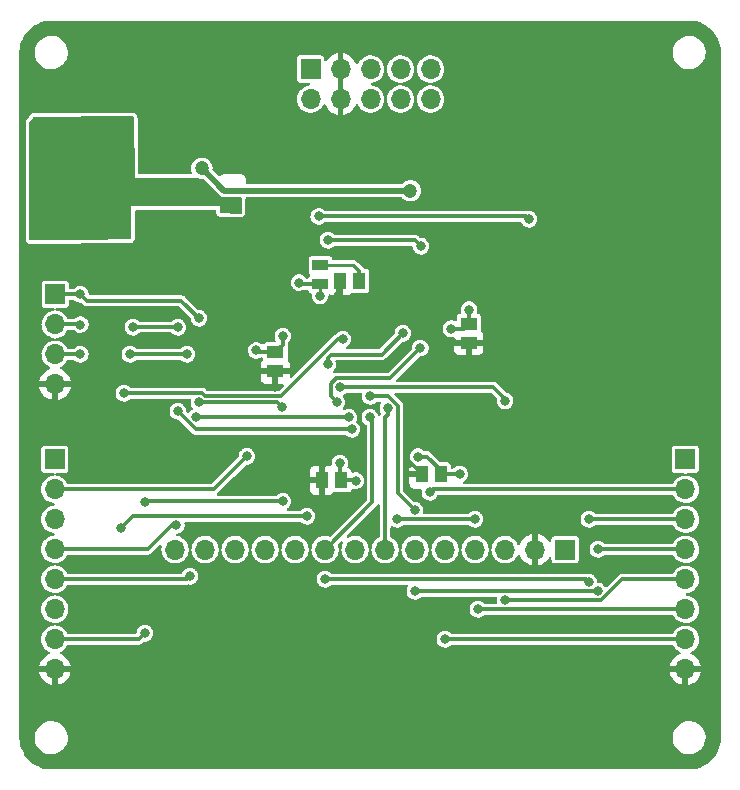
<source format=gbr>
%TF.GenerationSoftware,KiCad,Pcbnew,(6.0.7)*%
%TF.CreationDate,2022-10-18T11:50:53-04:00*%
%TF.ProjectId,LCDPCB,4c434450-4342-42e6-9b69-6361645f7063,rev?*%
%TF.SameCoordinates,Original*%
%TF.FileFunction,Copper,L2,Bot*%
%TF.FilePolarity,Positive*%
%FSLAX46Y46*%
G04 Gerber Fmt 4.6, Leading zero omitted, Abs format (unit mm)*
G04 Created by KiCad (PCBNEW (6.0.7)) date 2022-10-18 11:50:53*
%MOMM*%
%LPD*%
G01*
G04 APERTURE LIST*
%TA.AperFunction,ComponentPad*%
%ADD10R,1.700000X1.700000*%
%TD*%
%TA.AperFunction,ComponentPad*%
%ADD11O,1.700000X1.700000*%
%TD*%
%TA.AperFunction,SMDPad,CuDef*%
%ADD12R,1.070000X1.470000*%
%TD*%
%TA.AperFunction,SMDPad,CuDef*%
%ADD13R,1.470000X1.070000*%
%TD*%
%TA.AperFunction,SMDPad,CuDef*%
%ADD14R,1.390000X0.960000*%
%TD*%
%TA.AperFunction,ViaPad*%
%ADD15C,0.800000*%
%TD*%
%TA.AperFunction,ViaPad*%
%ADD16C,1.000000*%
%TD*%
%TA.AperFunction,ViaPad*%
%ADD17C,1.200000*%
%TD*%
%TA.AperFunction,ViaPad*%
%ADD18C,1.500000*%
%TD*%
%TA.AperFunction,Conductor*%
%ADD19C,0.300000*%
%TD*%
%TA.AperFunction,Conductor*%
%ADD20C,0.250000*%
%TD*%
%TA.AperFunction,Conductor*%
%ADD21C,0.500000*%
%TD*%
G04 APERTURE END LIST*
D10*
%TO.P,J2,1,Pin_1*%
%TO.N,+3.3V*%
X114325000Y-77480000D03*
D11*
%TO.P,J2,2,Pin_2*%
%TO.N,Net-(J2-Pad2)*%
X114325000Y-80020000D03*
%TO.P,J2,3,Pin_3*%
%TO.N,Net-(J2-Pad3)*%
X114325000Y-82560000D03*
%TO.P,J2,4,Pin_4*%
%TO.N,GND*%
X114325000Y-85100000D03*
%TD*%
D10*
%TO.P,J4,1,Pin_1*%
%TO.N,+3V0*%
X114300000Y-91440000D03*
D11*
%TO.P,J4,2,Pin_2*%
%TO.N,NRST*%
X114300000Y-93980000D03*
%TO.P,J4,3,Pin_3*%
%TO.N,PD*%
X114300000Y-96520000D03*
%TO.P,J4,4,Pin_4*%
%TO.N,SCL*%
X114300000Y-99060000D03*
%TO.P,J4,5,Pin_5*%
%TO.N,SDA*%
X114300000Y-101600000D03*
%TO.P,J4,6,Pin_6*%
%TO.N,PA13*%
X114300000Y-104140000D03*
%TO.P,J4,7,Pin_7*%
%TO.N,PA14*%
X114300000Y-106680000D03*
%TO.P,J4,8,Pin_8*%
%TO.N,GND*%
X114300000Y-109220000D03*
%TD*%
D10*
%TO.P,J1,1,Pin_1*%
%TO.N,+3V0*%
X157500000Y-99085000D03*
D11*
%TO.P,J1,2,Pin_2*%
%TO.N,GND*%
X154960000Y-99085000D03*
%TO.P,J1,3,Pin_3*%
%TO.N,CS*%
X152420000Y-99085000D03*
%TO.P,J1,4,Pin_4*%
%TO.N,RESET*%
X149880000Y-99085000D03*
%TO.P,J1,5,Pin_5*%
%TO.N,DC*%
X147340000Y-99085000D03*
%TO.P,J1,6,Pin_6*%
%TO.N,MOSI*%
X144800000Y-99085000D03*
%TO.P,J1,7,Pin_7*%
%TO.N,SCK*%
X142260000Y-99085000D03*
%TO.P,J1,8,Pin_8*%
%TO.N,+3V0*%
X139720000Y-99085000D03*
%TO.P,J1,9,Pin_9*%
%TO.N,MISO*%
X137180000Y-99085000D03*
%TO.P,J1,10,Pin_10*%
%TO.N,unconnected-(J1-Pad10)*%
X134640000Y-99085000D03*
%TO.P,J1,11,Pin_11*%
%TO.N,unconnected-(J1-Pad11)*%
X132100000Y-99085000D03*
%TO.P,J1,12,Pin_12*%
%TO.N,unconnected-(J1-Pad12)*%
X129560000Y-99085000D03*
%TO.P,J1,13,Pin_13*%
%TO.N,unconnected-(J1-Pad13)*%
X127020000Y-99085000D03*
%TO.P,J1,14,Pin_14*%
%TO.N,unconnected-(J1-Pad14)*%
X124480000Y-99085000D03*
%TD*%
D10*
%TO.P,J3,1,Pin_1*%
%TO.N,NRST*%
X135950000Y-58400000D03*
D11*
%TO.P,J3,2,Pin_2*%
%TO.N,PA13*%
X135950000Y-60940000D03*
%TO.P,J3,3,Pin_3*%
%TO.N,GND*%
X138490000Y-58400000D03*
%TO.P,J3,4,Pin_4*%
X138490000Y-60940000D03*
%TO.P,J3,5,Pin_5*%
%TO.N,unconnected-(J3-Pad5)*%
X141030000Y-58400000D03*
%TO.P,J3,6,Pin_6*%
%TO.N,PA14*%
X141030000Y-60940000D03*
%TO.P,J3,7,Pin_7*%
%TO.N,unconnected-(J3-Pad7)*%
X143570000Y-58400000D03*
%TO.P,J3,8,Pin_8*%
%TO.N,unconnected-(J3-Pad8)*%
X143570000Y-60940000D03*
%TO.P,J3,9,Pin_9*%
%TO.N,/U5V*%
X146110000Y-58400000D03*
%TO.P,J3,10,Pin_10*%
X146110000Y-60940000D03*
%TD*%
D10*
%TO.P,J5,1,Pin_1*%
%TO.N,+3V0*%
X167690800Y-91440000D03*
D11*
%TO.P,J5,2,Pin_2*%
%TO.N,SCK*%
X167690800Y-93980000D03*
%TO.P,J5,3,Pin_3*%
%TO.N,MISO*%
X167690800Y-96520000D03*
%TO.P,J5,4,Pin_4*%
%TO.N,MOSI*%
X167690800Y-99060000D03*
%TO.P,J5,5,Pin_5*%
%TO.N,CS*%
X167690800Y-101600000D03*
%TO.P,J5,6,Pin_6*%
%TO.N,RESET*%
X167690800Y-104140000D03*
%TO.P,J5,7,Pin_7*%
%TO.N,DC*%
X167690800Y-106680000D03*
%TO.P,J5,8,Pin_8*%
%TO.N,GND*%
X167690800Y-109220000D03*
%TD*%
D12*
%TO.P,C9,1*%
%TO.N,+3V0*%
X146997000Y-92710000D03*
%TO.P,C9,2*%
%TO.N,GND*%
X145357000Y-92710000D03*
%TD*%
%TO.P,C6,1*%
%TO.N,Net-(C6-Pad1)*%
X140088200Y-76327000D03*
%TO.P,C6,2*%
%TO.N,GND*%
X138448200Y-76327000D03*
%TD*%
%TO.P,C8,1*%
%TO.N,+3V0*%
X138564200Y-93218000D03*
%TO.P,C8,2*%
%TO.N,GND*%
X136924200Y-93218000D03*
%TD*%
D13*
%TO.P,C7,1*%
%TO.N,+3V0*%
X132969000Y-82365000D03*
%TO.P,C7,2*%
%TO.N,GND*%
X132969000Y-84005000D03*
%TD*%
%TO.P,C10,1*%
%TO.N,+3V0*%
X149352000Y-79952000D03*
%TO.P,C10,2*%
%TO.N,GND*%
X149352000Y-81592000D03*
%TD*%
D14*
%TO.P,FB1,1*%
%TO.N,+3V0*%
X136779000Y-76629000D03*
%TO.P,FB1,2*%
%TO.N,Net-(C6-Pad1)*%
X136779000Y-75009000D03*
%TD*%
D15*
%TO.N,NRST*%
X154432000Y-71120000D03*
X130556000Y-91186000D03*
X136640000Y-70878000D03*
D16*
%TO.N,GND*%
X127254000Y-72136000D03*
X122174000Y-59944000D03*
X134366000Y-72644000D03*
D15*
X147906875Y-81496845D03*
X144202243Y-91864197D03*
X161544000Y-84328000D03*
D17*
X124714000Y-63246000D03*
D15*
X141825000Y-76375000D03*
D17*
X150876000Y-66802000D03*
D15*
X138236323Y-77610225D03*
X137033000Y-91758602D03*
D16*
X122174000Y-72644000D03*
D15*
X157480000Y-81026000D03*
X132969000Y-85356500D03*
D16*
X124714000Y-72136000D03*
D15*
%TO.N,+3V0*%
X138430000Y-91758602D03*
X145057558Y-91207003D03*
X131350000Y-82225000D03*
X133604000Y-81026000D03*
X134975000Y-76475000D03*
X139775000Y-93250000D03*
X147828000Y-80391000D03*
X136750000Y-77600000D03*
X148577500Y-92675000D03*
X149375000Y-78775000D03*
D17*
%TO.N,+5V*%
X126746000Y-66802000D03*
X144399000Y-68707000D03*
D15*
%TO.N,CS*%
X152425000Y-86500000D03*
X138430000Y-85344000D03*
X152450000Y-103375000D03*
%TO.N,RESET*%
X149860000Y-96520000D03*
X150114000Y-104140000D03*
X143256000Y-96520000D03*
%TO.N,DC*%
X147320000Y-106680000D03*
%TO.N,MOSI*%
X160274000Y-102616000D03*
X160274000Y-99060000D03*
X144780000Y-95758000D03*
X144780000Y-102616000D03*
X140990500Y-86106108D03*
%TO.N,SCK*%
X142494000Y-87122000D03*
X146050000Y-94234000D03*
%TO.N,MISO*%
X159512000Y-101854000D03*
X159512000Y-96520000D03*
X137160000Y-101600000D03*
X140970000Y-87884000D03*
%TO.N,PD*%
X138671500Y-81280000D03*
X120142000Y-85852000D03*
%TO.N,PA13*%
X145251961Y-82024748D03*
X145288000Y-73406000D03*
X138176000Y-86614000D03*
X119888000Y-97282000D03*
X137414000Y-72898000D03*
X135636000Y-96266000D03*
%TO.N,PA14*%
X137398101Y-83413726D03*
X133604000Y-94996000D03*
X121941977Y-95017977D03*
X121920000Y-106172000D03*
X143764000Y-80772000D03*
%TO.N,SCL*%
X124714000Y-80264000D03*
X124587000Y-97015500D03*
X124714000Y-87376000D03*
X139446000Y-88900000D03*
X120904000Y-80264000D03*
%TO.N,SDA*%
X125730000Y-101346000D03*
X120650000Y-82550000D03*
X139192000Y-87884000D03*
X125476000Y-82550000D03*
X126259977Y-87862023D03*
%TO.N,+3.3V*%
X133500469Y-86976975D03*
X116459000Y-77470000D03*
X126492000Y-79502000D03*
X126492000Y-86614000D03*
%TO.N,Net-(J2-Pad2)*%
X116459000Y-80035400D03*
%TO.N,Net-(J2-Pad3)*%
X116459000Y-82550000D03*
D18*
%TO.N,Net-(C4-Pad1)*%
X113550000Y-67875000D03*
X114925000Y-63800000D03*
X119250000Y-63775000D03*
%TD*%
D19*
%TO.N,NRST*%
X127762000Y-93980000D02*
X114300000Y-93980000D01*
X136640000Y-70878000D02*
X154190000Y-70878000D01*
X130556000Y-91186000D02*
X127762000Y-93980000D01*
X154190000Y-70878000D02*
X154432000Y-71120000D01*
%TO.N,GND*%
X137033000Y-91758602D02*
X137033000Y-93109200D01*
X147906875Y-81496845D02*
X149256845Y-81496845D01*
X144202243Y-91864197D02*
X144511197Y-91864197D01*
X138236323Y-76538877D02*
X138448200Y-76327000D01*
X137033000Y-93109200D02*
X136924200Y-93218000D01*
X138236323Y-77610225D02*
X138236323Y-76538877D01*
X149256845Y-81496845D02*
X149352000Y-81592000D01*
X144511197Y-91864197D02*
X145357000Y-92710000D01*
X132969000Y-85356500D02*
X132969000Y-84005000D01*
D20*
%TO.N,+3V0*%
X136750000Y-76658000D02*
X136779000Y-76629000D01*
D19*
X145824003Y-91207003D02*
X146997000Y-92380000D01*
X136779000Y-76629000D02*
X135129000Y-76629000D01*
X138430000Y-93083800D02*
X138564200Y-93218000D01*
X148913000Y-80391000D02*
X149352000Y-79952000D01*
X135129000Y-76629000D02*
X134975000Y-76475000D01*
X138564200Y-93218000D02*
X139743000Y-93218000D01*
X146997000Y-92380000D02*
X146997000Y-92710000D01*
X138430000Y-91758602D02*
X138430000Y-93083800D01*
X145057558Y-91207003D02*
X145824003Y-91207003D01*
X131490000Y-82365000D02*
X131350000Y-82225000D01*
X133604000Y-81026000D02*
X133604000Y-81730000D01*
X149352000Y-79952000D02*
X149352000Y-78798000D01*
X133604000Y-81730000D02*
X132969000Y-82365000D01*
X146997000Y-92710000D02*
X148542500Y-92710000D01*
X148542500Y-92710000D02*
X148577500Y-92675000D01*
X147828000Y-80391000D02*
X148913000Y-80391000D01*
X149352000Y-78798000D02*
X149375000Y-78775000D01*
X139743000Y-93218000D02*
X139775000Y-93250000D01*
X132969000Y-82365000D02*
X131490000Y-82365000D01*
X136727700Y-76680300D02*
X136779000Y-76629000D01*
D20*
X136750000Y-77600000D02*
X136750000Y-76658000D01*
D21*
%TO.N,+5V*%
X144399000Y-68707000D02*
X128651000Y-68707000D01*
X128651000Y-68707000D02*
X126746000Y-66802000D01*
D19*
%TO.N,CS*%
X160575661Y-103375000D02*
X162350661Y-101600000D01*
X162350661Y-101600000D02*
X167690800Y-101600000D01*
X152425000Y-86350000D02*
X152425000Y-86500000D01*
X138430000Y-85344000D02*
X151419000Y-85344000D01*
X151419000Y-85344000D02*
X152425000Y-86350000D01*
X152450000Y-103375000D02*
X160575661Y-103375000D01*
%TO.N,RESET*%
X150114000Y-104140000D02*
X167690800Y-104140000D01*
X143256000Y-96520000D02*
X149860000Y-96520000D01*
%TO.N,DC*%
X147320000Y-106680000D02*
X167690800Y-106680000D01*
%TO.N,MOSI*%
X142543161Y-86110500D02*
X141228500Y-86110500D01*
X141224000Y-86106000D02*
X141223892Y-86106108D01*
X141223892Y-86106108D02*
X140990500Y-86106108D01*
X144780000Y-102616000D02*
X160274000Y-102616000D01*
X160274000Y-99060000D02*
X167690800Y-99060000D01*
X144780000Y-95758000D02*
X143329000Y-94307000D01*
X143329000Y-86896339D02*
X142543161Y-86110500D01*
X141228500Y-86110500D02*
X141224000Y-86106000D01*
X143329000Y-94307000D02*
X143329000Y-86896339D01*
%TO.N,SCK*%
X146050000Y-94234000D02*
X146304000Y-93980000D01*
X146304000Y-93980000D02*
X167690800Y-93980000D01*
X142260000Y-87904000D02*
X142260000Y-99085000D01*
X142260000Y-87904000D02*
X142494000Y-87670000D01*
X142494000Y-87670000D02*
X142494000Y-87122000D01*
%TO.N,Net-(C6-Pad1)*%
X139805200Y-75237600D02*
X140088200Y-75520600D01*
D20*
X139576600Y-75009000D02*
X139805200Y-75237600D01*
X136779000Y-75009000D02*
X139576600Y-75009000D01*
D19*
X140088200Y-75520600D02*
X140088200Y-76555600D01*
%TO.N,MISO*%
X140970000Y-87884000D02*
X141195417Y-88109417D01*
X141195417Y-95069583D02*
X137180000Y-99085000D01*
X159512000Y-96520000D02*
X167690800Y-96520000D01*
X159258000Y-101600000D02*
X159512000Y-101854000D01*
X137160000Y-101600000D02*
X159258000Y-101600000D01*
X141195417Y-88109417D02*
X141195417Y-95069583D01*
%TO.N,PD*%
X127044661Y-86106000D02*
X126790661Y-85852000D01*
X126790661Y-85852000D02*
X120142000Y-85852000D01*
X133459817Y-86106000D02*
X127044661Y-86106000D01*
X138671500Y-81280000D02*
X138285817Y-81280000D01*
X138285817Y-81280000D02*
X133459817Y-86106000D01*
%TO.N,PA13*%
X137414000Y-72898000D02*
X138281600Y-72898000D01*
X138430000Y-84582000D02*
X138131339Y-84582000D01*
X138281600Y-72898000D02*
X144780000Y-72898000D01*
X138430000Y-84582000D02*
X142694709Y-84582000D01*
X137668000Y-85598000D02*
X137668000Y-86106000D01*
X137668000Y-86106000D02*
X138176000Y-86614000D01*
X120904000Y-96266000D02*
X119888000Y-97282000D01*
X142694709Y-84582000D02*
X145251961Y-82024748D01*
X138131339Y-84582000D02*
X137668000Y-85045339D01*
X135636000Y-96266000D02*
X120904000Y-96266000D01*
X144780000Y-72898000D02*
X145288000Y-73406000D01*
X137668000Y-85045339D02*
X137668000Y-85598000D01*
%TO.N,PA14*%
X121963954Y-94996000D02*
X121941977Y-95017977D01*
X133604000Y-94996000D02*
X121963954Y-94996000D01*
X121412000Y-106680000D02*
X114300000Y-106680000D01*
X121920000Y-106172000D02*
X121412000Y-106680000D01*
X143764000Y-80772000D02*
X141958538Y-82577462D01*
X137695461Y-82577462D02*
X137398101Y-82874822D01*
X141958538Y-82577462D02*
X137695461Y-82577462D01*
X137398101Y-82874822D02*
X137398101Y-83413726D01*
%TO.N,SCL*%
X124218500Y-97015500D02*
X122174000Y-99060000D01*
X120904000Y-80264000D02*
X120916000Y-80252000D01*
X124587000Y-97015500D02*
X124218500Y-97015500D01*
X124714000Y-87376000D02*
X126238000Y-88900000D01*
X124702000Y-80252000D02*
X124714000Y-80264000D01*
X126238000Y-88900000D02*
X139446000Y-88900000D01*
X122174000Y-99060000D02*
X114300000Y-99060000D01*
X120916000Y-80252000D02*
X124702000Y-80252000D01*
%TO.N,SDA*%
X139192000Y-87862023D02*
X139192000Y-87884000D01*
X125476000Y-101600000D02*
X114300000Y-101600000D01*
X126259977Y-87862023D02*
X139192000Y-87862023D01*
X125730000Y-101346000D02*
X125476000Y-101600000D01*
X120650000Y-82550000D02*
X125476000Y-82550000D01*
%TO.N,+3.3V*%
X117014000Y-78025000D02*
X125015000Y-78025000D01*
X116449000Y-77480000D02*
X114325000Y-77480000D01*
X133137494Y-86614000D02*
X133500469Y-86976975D01*
X116459000Y-77470000D02*
X117014000Y-78025000D01*
X125015000Y-78025000D02*
X126492000Y-79502000D01*
X126492000Y-86614000D02*
X133137494Y-86614000D01*
X116459000Y-77470000D02*
X116449000Y-77480000D01*
%TO.N,Net-(J2-Pad2)*%
X116459000Y-80035400D02*
X116443600Y-80020000D01*
X116443600Y-80020000D02*
X114325000Y-80020000D01*
%TO.N,Net-(J2-Pad3)*%
X116459000Y-82550000D02*
X116449000Y-82560000D01*
X116449000Y-82560000D02*
X114325000Y-82560000D01*
%TD*%
%TA.AperFunction,Conductor*%
%TO.N,Net-(C4-Pad1)*%
G36*
X120940613Y-62417989D02*
G01*
X120986676Y-62470525D01*
X120998179Y-62521429D01*
X121050000Y-67600000D01*
X126298018Y-67600000D01*
X126348454Y-67610721D01*
X126384649Y-67626836D01*
X126466197Y-67663144D01*
X126534637Y-67677691D01*
X126644991Y-67701148D01*
X126644996Y-67701148D01*
X126651354Y-67702500D01*
X126816614Y-67702500D01*
X126883653Y-67722185D01*
X126904295Y-67738819D01*
X128251142Y-69085666D01*
X128254737Y-69089414D01*
X128296799Y-69135156D01*
X128303983Y-69139610D01*
X128333862Y-69158136D01*
X128343490Y-69164753D01*
X128371484Y-69186002D01*
X128371487Y-69186004D01*
X128378217Y-69191112D01*
X128386075Y-69194223D01*
X128386080Y-69194226D01*
X128392355Y-69196710D01*
X128412056Y-69206618D01*
X128424986Y-69214635D01*
X128450954Y-69222179D01*
X128466858Y-69226800D01*
X128477909Y-69230584D01*
X128510592Y-69243524D01*
X128510595Y-69243525D01*
X128518453Y-69246636D01*
X128533582Y-69248226D01*
X128555217Y-69252471D01*
X128569825Y-69256715D01*
X128577324Y-69257266D01*
X128578240Y-69257333D01*
X128578242Y-69257333D01*
X128580515Y-69257500D01*
X128615322Y-69257500D01*
X128628283Y-69258179D01*
X128660048Y-69261518D01*
X128660051Y-69261518D01*
X128668454Y-69262401D01*
X128676784Y-69260992D01*
X128676787Y-69260992D01*
X128687167Y-69259236D01*
X128707846Y-69257500D01*
X130011393Y-69257500D01*
X130078432Y-69277185D01*
X130124187Y-69329989D01*
X130135389Y-69382516D01*
X130126022Y-70525343D01*
X130105788Y-70592219D01*
X130052611Y-70637540D01*
X130000352Y-70648316D01*
X128392331Y-70626586D01*
X128325565Y-70605997D01*
X128280528Y-70552580D01*
X128270115Y-70507759D01*
X128250742Y-70042812D01*
X128250000Y-70025000D01*
X120750000Y-70025000D01*
X120773893Y-72700973D01*
X120754808Y-72768185D01*
X120702414Y-72814410D01*
X120650973Y-72826075D01*
X116882077Y-72858754D01*
X112250073Y-72898916D01*
X112182868Y-72879814D01*
X112136656Y-72827408D01*
X112125000Y-72774921D01*
X112125000Y-62986343D01*
X112144617Y-62919409D01*
X112410580Y-62504645D01*
X112463338Y-62458837D01*
X112514237Y-62447581D01*
X120441086Y-62401225D01*
X120873460Y-62398697D01*
X120940613Y-62417989D01*
G37*
%TD.AperFunction*%
%TD*%
%TA.AperFunction,Conductor*%
%TO.N,GND*%
G36*
X167984391Y-54302384D02*
G01*
X168000000Y-54305136D01*
X168010685Y-54303252D01*
X168020339Y-54303252D01*
X168034278Y-54302425D01*
X168134732Y-54308066D01*
X168295296Y-54317084D01*
X168309113Y-54318641D01*
X168593826Y-54367015D01*
X168607384Y-54370109D01*
X168884899Y-54450060D01*
X168898024Y-54454653D01*
X169164834Y-54565170D01*
X169177362Y-54571203D01*
X169317513Y-54648661D01*
X169430132Y-54710903D01*
X169441900Y-54718298D01*
X169677431Y-54885417D01*
X169688303Y-54894086D01*
X169903642Y-55086525D01*
X169913475Y-55096358D01*
X170105914Y-55311697D01*
X170114583Y-55322569D01*
X170281702Y-55558100D01*
X170289097Y-55569868D01*
X170314511Y-55615851D01*
X170428797Y-55822638D01*
X170434830Y-55835166D01*
X170545347Y-56101976D01*
X170549940Y-56115101D01*
X170624827Y-56375037D01*
X170629891Y-56392616D01*
X170632985Y-56406174D01*
X170681359Y-56690887D01*
X170682916Y-56704704D01*
X170695490Y-56928588D01*
X170697575Y-56965720D01*
X170696748Y-56979661D01*
X170696748Y-56989315D01*
X170694864Y-57000000D01*
X170696748Y-57010683D01*
X170697616Y-57015606D01*
X170699500Y-57037139D01*
X170699500Y-114962861D01*
X170697616Y-114984391D01*
X170694864Y-115000000D01*
X170696748Y-115010685D01*
X170696748Y-115020339D01*
X170697575Y-115034278D01*
X170691934Y-115134732D01*
X170682916Y-115295296D01*
X170681359Y-115309113D01*
X170632985Y-115593826D01*
X170629891Y-115607383D01*
X170623534Y-115629451D01*
X170549940Y-115884899D01*
X170545347Y-115898024D01*
X170434830Y-116164834D01*
X170428797Y-116177362D01*
X170351339Y-116317513D01*
X170305475Y-116400500D01*
X170289101Y-116430126D01*
X170281702Y-116441900D01*
X170114583Y-116677431D01*
X170105914Y-116688303D01*
X169913475Y-116903642D01*
X169903642Y-116913475D01*
X169688303Y-117105914D01*
X169677431Y-117114583D01*
X169441900Y-117281702D01*
X169430132Y-117289097D01*
X169317513Y-117351339D01*
X169177362Y-117428797D01*
X169164834Y-117434830D01*
X168898024Y-117545347D01*
X168884899Y-117549940D01*
X168607384Y-117629891D01*
X168593826Y-117632985D01*
X168309113Y-117681359D01*
X168295296Y-117682916D01*
X168134732Y-117691934D01*
X168034278Y-117697575D01*
X168020339Y-117696748D01*
X168010685Y-117696748D01*
X168000000Y-117694864D01*
X167984391Y-117697616D01*
X167962861Y-117699500D01*
X114037139Y-117699500D01*
X114015609Y-117697616D01*
X114000000Y-117694864D01*
X113989315Y-117696748D01*
X113979661Y-117696748D01*
X113965722Y-117697575D01*
X113865268Y-117691934D01*
X113704704Y-117682916D01*
X113690887Y-117681359D01*
X113406174Y-117632985D01*
X113392616Y-117629891D01*
X113115101Y-117549940D01*
X113101976Y-117545347D01*
X112835166Y-117434830D01*
X112822638Y-117428797D01*
X112682487Y-117351339D01*
X112569868Y-117289097D01*
X112558100Y-117281702D01*
X112322569Y-117114583D01*
X112311697Y-117105914D01*
X112096358Y-116913475D01*
X112086525Y-116903642D01*
X111894086Y-116688303D01*
X111885417Y-116677431D01*
X111718298Y-116441900D01*
X111710899Y-116430126D01*
X111694526Y-116400500D01*
X111648661Y-116317513D01*
X111571203Y-116177362D01*
X111565170Y-116164834D01*
X111454653Y-115898024D01*
X111450060Y-115884899D01*
X111376466Y-115629451D01*
X111370109Y-115607383D01*
X111367015Y-115593826D01*
X111318641Y-115309113D01*
X111317084Y-115295296D01*
X111308066Y-115134732D01*
X111302425Y-115034278D01*
X111303252Y-115020339D01*
X111303252Y-115010685D01*
X111305136Y-115000000D01*
X111302384Y-114984391D01*
X111300500Y-114962861D01*
X111300500Y-114933789D01*
X112595996Y-114933789D01*
X112604913Y-115171295D01*
X112605990Y-115176430D01*
X112605991Y-115176435D01*
X112633830Y-115309113D01*
X112653719Y-115403904D01*
X112741020Y-115624963D01*
X112743741Y-115629447D01*
X112743743Y-115629451D01*
X112811233Y-115740670D01*
X112864319Y-115828153D01*
X113020090Y-116007664D01*
X113203880Y-116158362D01*
X113208441Y-116160958D01*
X113208442Y-116160959D01*
X113405875Y-116273345D01*
X113405880Y-116273347D01*
X113410433Y-116275939D01*
X113633844Y-116357034D01*
X113867725Y-116399326D01*
X113892619Y-116400500D01*
X114059680Y-116400500D01*
X114062296Y-116400278D01*
X114062297Y-116400278D01*
X114231590Y-116385913D01*
X114236823Y-116385469D01*
X114466874Y-116325760D01*
X114683576Y-116228143D01*
X114880732Y-116095409D01*
X115052705Y-115931355D01*
X115194579Y-115740670D01*
X115221788Y-115687154D01*
X115299913Y-115533493D01*
X115299915Y-115533488D01*
X115302295Y-115528807D01*
X115372775Y-115301824D01*
X115404004Y-115066211D01*
X115399032Y-114933789D01*
X166595996Y-114933789D01*
X166604913Y-115171295D01*
X166605990Y-115176430D01*
X166605991Y-115176435D01*
X166633830Y-115309113D01*
X166653719Y-115403904D01*
X166741020Y-115624963D01*
X166743741Y-115629447D01*
X166743743Y-115629451D01*
X166811233Y-115740670D01*
X166864319Y-115828153D01*
X167020090Y-116007664D01*
X167203880Y-116158362D01*
X167208441Y-116160958D01*
X167208442Y-116160959D01*
X167405875Y-116273345D01*
X167405880Y-116273347D01*
X167410433Y-116275939D01*
X167633844Y-116357034D01*
X167867725Y-116399326D01*
X167892619Y-116400500D01*
X168059680Y-116400500D01*
X168062296Y-116400278D01*
X168062297Y-116400278D01*
X168231590Y-116385913D01*
X168236823Y-116385469D01*
X168466874Y-116325760D01*
X168683576Y-116228143D01*
X168880732Y-116095409D01*
X169052705Y-115931355D01*
X169194579Y-115740670D01*
X169221788Y-115687154D01*
X169299913Y-115533493D01*
X169299915Y-115533488D01*
X169302295Y-115528807D01*
X169372775Y-115301824D01*
X169404004Y-115066211D01*
X169395087Y-114828705D01*
X169367700Y-114698176D01*
X169347361Y-114601242D01*
X169347360Y-114601239D01*
X169346281Y-114596096D01*
X169258980Y-114375037D01*
X169191607Y-114264009D01*
X169138408Y-114176341D01*
X169135681Y-114171847D01*
X168979910Y-113992336D01*
X168796120Y-113841638D01*
X168678687Y-113774791D01*
X168594125Y-113726655D01*
X168594120Y-113726653D01*
X168589567Y-113724061D01*
X168366156Y-113642966D01*
X168132275Y-113600674D01*
X168107381Y-113599500D01*
X167940320Y-113599500D01*
X167937704Y-113599722D01*
X167937703Y-113599722D01*
X167926484Y-113600674D01*
X167763177Y-113614531D01*
X167533126Y-113674240D01*
X167316424Y-113771857D01*
X167119268Y-113904591D01*
X166947295Y-114068645D01*
X166805421Y-114259330D01*
X166803042Y-114264008D01*
X166803042Y-114264009D01*
X166748875Y-114370549D01*
X166697705Y-114471193D01*
X166627225Y-114698176D01*
X166595996Y-114933789D01*
X115399032Y-114933789D01*
X115395087Y-114828705D01*
X115367700Y-114698176D01*
X115347361Y-114601242D01*
X115347360Y-114601239D01*
X115346281Y-114596096D01*
X115258980Y-114375037D01*
X115191607Y-114264009D01*
X115138408Y-114176341D01*
X115135681Y-114171847D01*
X114979910Y-113992336D01*
X114796120Y-113841638D01*
X114678687Y-113774791D01*
X114594125Y-113726655D01*
X114594120Y-113726653D01*
X114589567Y-113724061D01*
X114366156Y-113642966D01*
X114132275Y-113600674D01*
X114107381Y-113599500D01*
X113940320Y-113599500D01*
X113937704Y-113599722D01*
X113937703Y-113599722D01*
X113926484Y-113600674D01*
X113763177Y-113614531D01*
X113533126Y-113674240D01*
X113316424Y-113771857D01*
X113119268Y-113904591D01*
X112947295Y-114068645D01*
X112805421Y-114259330D01*
X112803042Y-114264008D01*
X112803042Y-114264009D01*
X112748875Y-114370549D01*
X112697705Y-114471193D01*
X112627225Y-114698176D01*
X112595996Y-114933789D01*
X111300500Y-114933789D01*
X111300500Y-109482326D01*
X112972667Y-109482326D01*
X113025168Y-109678264D01*
X113028857Y-109688397D01*
X113124110Y-109892667D01*
X113129508Y-109902017D01*
X113258784Y-110086643D01*
X113265719Y-110094907D01*
X113425091Y-110254279D01*
X113433357Y-110261215D01*
X113617992Y-110390498D01*
X113627324Y-110395886D01*
X113831603Y-110491143D01*
X113841736Y-110494832D01*
X114032779Y-110546022D01*
X114046653Y-110545691D01*
X114050000Y-110537875D01*
X114050000Y-110532806D01*
X114550000Y-110532806D01*
X114553910Y-110546123D01*
X114562326Y-110547333D01*
X114758264Y-110494832D01*
X114768397Y-110491143D01*
X114972676Y-110395886D01*
X114982008Y-110390498D01*
X115166643Y-110261215D01*
X115174909Y-110254279D01*
X115334281Y-110094907D01*
X115341216Y-110086643D01*
X115470492Y-109902017D01*
X115475890Y-109892667D01*
X115571143Y-109688397D01*
X115574832Y-109678264D01*
X115626022Y-109487221D01*
X115625905Y-109482326D01*
X166363467Y-109482326D01*
X166415968Y-109678264D01*
X166419657Y-109688397D01*
X166514910Y-109892667D01*
X166520308Y-109902017D01*
X166649584Y-110086643D01*
X166656519Y-110094907D01*
X166815891Y-110254279D01*
X166824157Y-110261215D01*
X167008792Y-110390498D01*
X167018124Y-110395886D01*
X167222403Y-110491143D01*
X167232536Y-110494832D01*
X167423579Y-110546022D01*
X167437453Y-110545691D01*
X167440800Y-110537875D01*
X167440800Y-110532806D01*
X167940800Y-110532806D01*
X167944710Y-110546123D01*
X167953126Y-110547333D01*
X168149064Y-110494832D01*
X168159197Y-110491143D01*
X168363476Y-110395886D01*
X168372808Y-110390498D01*
X168557443Y-110261215D01*
X168565709Y-110254279D01*
X168725081Y-110094907D01*
X168732016Y-110086643D01*
X168861292Y-109902017D01*
X168866690Y-109892667D01*
X168961943Y-109688397D01*
X168965632Y-109678264D01*
X169016822Y-109487221D01*
X169016491Y-109473347D01*
X169008675Y-109470000D01*
X167958630Y-109470000D01*
X167943631Y-109474404D01*
X167942444Y-109475774D01*
X167940800Y-109483332D01*
X167940800Y-110532806D01*
X167440800Y-110532806D01*
X167440800Y-109487830D01*
X167436396Y-109472831D01*
X167435026Y-109471644D01*
X167427468Y-109470000D01*
X166377994Y-109470000D01*
X166364677Y-109473910D01*
X166363467Y-109482326D01*
X115625905Y-109482326D01*
X115625691Y-109473347D01*
X115617875Y-109470000D01*
X114567830Y-109470000D01*
X114552831Y-109474404D01*
X114551644Y-109475774D01*
X114550000Y-109483332D01*
X114550000Y-110532806D01*
X114050000Y-110532806D01*
X114050000Y-109487830D01*
X114045596Y-109472831D01*
X114044226Y-109471644D01*
X114036668Y-109470000D01*
X112987194Y-109470000D01*
X112973877Y-109473910D01*
X112972667Y-109482326D01*
X111300500Y-109482326D01*
X111300500Y-108952779D01*
X112973978Y-108952779D01*
X112974309Y-108966653D01*
X112982125Y-108970000D01*
X115612806Y-108970000D01*
X115626123Y-108966090D01*
X115627333Y-108957674D01*
X115574832Y-108761736D01*
X115571143Y-108751603D01*
X115475890Y-108547333D01*
X115470492Y-108537983D01*
X115341216Y-108353357D01*
X115334281Y-108345093D01*
X115174909Y-108185721D01*
X115166643Y-108178785D01*
X114982008Y-108049502D01*
X114972676Y-108044114D01*
X114780778Y-107954630D01*
X114728339Y-107908458D01*
X114709187Y-107841264D01*
X114729403Y-107774383D01*
X114772594Y-107734059D01*
X114954442Y-107632219D01*
X115117012Y-107497012D01*
X115120644Y-107492645D01*
X115248584Y-107338813D01*
X115248585Y-107338811D01*
X115252219Y-107334442D01*
X115330922Y-107193908D01*
X115380851Y-107145038D01*
X115439109Y-107130500D01*
X121377897Y-107130500D01*
X121392471Y-107131359D01*
X121417105Y-107134275D01*
X121417108Y-107134275D01*
X121426310Y-107135364D01*
X121462975Y-107128668D01*
X121484022Y-107124824D01*
X121487864Y-107124184D01*
X121521017Y-107119199D01*
X121545962Y-107115449D01*
X121552475Y-107112321D01*
X121559573Y-107111025D01*
X121567799Y-107106752D01*
X121611663Y-107083967D01*
X121615146Y-107082227D01*
X121668079Y-107056809D01*
X121673299Y-107051984D01*
X121673520Y-107051835D01*
X121679788Y-107048579D01*
X121684828Y-107044275D01*
X121722097Y-107007006D01*
X121725607Y-107003631D01*
X121760749Y-106971147D01*
X121760751Y-106971144D01*
X121767556Y-106964854D01*
X121771237Y-106958516D01*
X121776828Y-106952275D01*
X121820336Y-106908767D01*
X121881659Y-106875282D01*
X121909964Y-106872463D01*
X121986290Y-106873662D01*
X121986293Y-106873662D01*
X121993760Y-106873779D01*
X122136294Y-106841135D01*
X122151738Y-106837598D01*
X122151739Y-106837598D01*
X122159029Y-106835928D01*
X122234111Y-106798166D01*
X122303820Y-106763106D01*
X122303822Y-106763105D01*
X122310498Y-106759747D01*
X122316180Y-106754894D01*
X122316183Y-106754892D01*
X122433741Y-106654487D01*
X122439423Y-106649634D01*
X122538361Y-106511947D01*
X122601601Y-106354634D01*
X122618224Y-106237836D01*
X122624918Y-106190800D01*
X122624918Y-106190794D01*
X122625490Y-106186778D01*
X122625645Y-106172000D01*
X122624584Y-106163236D01*
X122606175Y-106011105D01*
X122606174Y-106011101D01*
X122605276Y-106003680D01*
X122570414Y-105911419D01*
X122547989Y-105852073D01*
X122547987Y-105852070D01*
X122545345Y-105845077D01*
X122536657Y-105832436D01*
X122453549Y-105711513D01*
X122453546Y-105711510D01*
X122449312Y-105705349D01*
X122322721Y-105592560D01*
X122308347Y-105584949D01*
X122209115Y-105532409D01*
X122172881Y-105513224D01*
X122008441Y-105471919D01*
X121922248Y-105471468D01*
X121846368Y-105471070D01*
X121846367Y-105471070D01*
X121838895Y-105471031D01*
X121817235Y-105476231D01*
X121681295Y-105508868D01*
X121681293Y-105508869D01*
X121674032Y-105510612D01*
X121667399Y-105514035D01*
X121667395Y-105514037D01*
X121632572Y-105532011D01*
X121523369Y-105588375D01*
X121517737Y-105593288D01*
X121448670Y-105653539D01*
X121395604Y-105699831D01*
X121298113Y-105838547D01*
X121236524Y-105996513D01*
X121235548Y-106003923D01*
X121235548Y-106003925D01*
X121220045Y-106121685D01*
X121191779Y-106185582D01*
X121133454Y-106224053D01*
X121097106Y-106229500D01*
X115437828Y-106229500D01*
X115370789Y-106209815D01*
X115326616Y-106160344D01*
X115299586Y-106105533D01*
X115285165Y-106076290D01*
X115158651Y-105906867D01*
X115154481Y-105903012D01*
X115154478Y-105903009D01*
X115078132Y-105832436D01*
X115003381Y-105763337D01*
X114970090Y-105742332D01*
X114829363Y-105653539D01*
X114829361Y-105653538D01*
X114824554Y-105650505D01*
X114628160Y-105572152D01*
X114622579Y-105571042D01*
X114622576Y-105571041D01*
X114426355Y-105532011D01*
X114426356Y-105532011D01*
X114420775Y-105530901D01*
X114420744Y-105530901D01*
X114357828Y-105505019D01*
X114317841Y-105447723D01*
X114315178Y-105377904D01*
X114350684Y-105317729D01*
X114417606Y-105285562D01*
X114564103Y-105264320D01*
X114564104Y-105264320D01*
X114569730Y-105263504D01*
X114648890Y-105236633D01*
X114764565Y-105197367D01*
X114764568Y-105197366D01*
X114769955Y-105195537D01*
X114774916Y-105192759D01*
X114774922Y-105192756D01*
X114881530Y-105133052D01*
X114954442Y-105092219D01*
X115117012Y-104957012D01*
X115120644Y-104952645D01*
X115248584Y-104798813D01*
X115248585Y-104798811D01*
X115252219Y-104794442D01*
X115326062Y-104662586D01*
X115352756Y-104614922D01*
X115352759Y-104614916D01*
X115355537Y-104609955D01*
X115360656Y-104594877D01*
X115421675Y-104415118D01*
X115423504Y-104409730D01*
X115453846Y-104200470D01*
X115455429Y-104140000D01*
X115436081Y-103929440D01*
X115378686Y-103725931D01*
X115285165Y-103536290D01*
X115158651Y-103366867D01*
X115154481Y-103363012D01*
X115154478Y-103363009D01*
X115052262Y-103268522D01*
X115003381Y-103223337D01*
X114977657Y-103207106D01*
X114829363Y-103113539D01*
X114829361Y-103113538D01*
X114824554Y-103110505D01*
X114628160Y-103032152D01*
X114622579Y-103031042D01*
X114622576Y-103031041D01*
X114426355Y-102992011D01*
X114426356Y-102992011D01*
X114420775Y-102990901D01*
X114420744Y-102990901D01*
X114357828Y-102965019D01*
X114317841Y-102907723D01*
X114315178Y-102837904D01*
X114350684Y-102777729D01*
X114417606Y-102745562D01*
X114564103Y-102724320D01*
X114564104Y-102724320D01*
X114569730Y-102723504D01*
X114648890Y-102696633D01*
X114764565Y-102657367D01*
X114764568Y-102657366D01*
X114769955Y-102655537D01*
X114774916Y-102652759D01*
X114774922Y-102652756D01*
X114881530Y-102593052D01*
X114954442Y-102552219D01*
X115117012Y-102417012D01*
X115147881Y-102379896D01*
X115248584Y-102258813D01*
X115248585Y-102258811D01*
X115252219Y-102254442D01*
X115330922Y-102113908D01*
X115380851Y-102065038D01*
X115439109Y-102050500D01*
X125441897Y-102050500D01*
X125456471Y-102051359D01*
X125481105Y-102054275D01*
X125481108Y-102054275D01*
X125490310Y-102055364D01*
X125545782Y-102045233D01*
X125548022Y-102044824D01*
X125551864Y-102044184D01*
X125576740Y-102040444D01*
X125619522Y-102042742D01*
X125619596Y-102042204D01*
X125626100Y-102043095D01*
X125626639Y-102043124D01*
X125626997Y-102043218D01*
X125627000Y-102043218D01*
X125634233Y-102045116D01*
X125728364Y-102046595D01*
X125796290Y-102047662D01*
X125796293Y-102047662D01*
X125803760Y-102047779D01*
X125926209Y-102019735D01*
X125961738Y-102011598D01*
X125961739Y-102011598D01*
X125969029Y-102009928D01*
X126077440Y-101955403D01*
X126113820Y-101937106D01*
X126113822Y-101937105D01*
X126120498Y-101933747D01*
X126126180Y-101928894D01*
X126126183Y-101928892D01*
X126243741Y-101828487D01*
X126249423Y-101823634D01*
X126348361Y-101685947D01*
X126385882Y-101592611D01*
X136454394Y-101592611D01*
X136455214Y-101600039D01*
X136455214Y-101600041D01*
X136465489Y-101693106D01*
X136472999Y-101761135D01*
X136475565Y-101768147D01*
X136475566Y-101768151D01*
X136506983Y-101854000D01*
X136531266Y-101920356D01*
X136535433Y-101926558D01*
X136535435Y-101926561D01*
X136540264Y-101933747D01*
X136625830Y-102061083D01*
X136631360Y-102066115D01*
X136745702Y-102170159D01*
X136745706Y-102170162D01*
X136751233Y-102175191D01*
X136900235Y-102256092D01*
X136977767Y-102276432D01*
X137057005Y-102297220D01*
X137057007Y-102297220D01*
X137064233Y-102299116D01*
X137147178Y-102300419D01*
X137226290Y-102301662D01*
X137226293Y-102301662D01*
X137233760Y-102301779D01*
X137356209Y-102273735D01*
X137391738Y-102265598D01*
X137391739Y-102265598D01*
X137399029Y-102263928D01*
X137541750Y-102192147D01*
X137543820Y-102191106D01*
X137543822Y-102191105D01*
X137550498Y-102187747D01*
X137556180Y-102182894D01*
X137556183Y-102182892D01*
X137676407Y-102080210D01*
X137740168Y-102051639D01*
X137756939Y-102050500D01*
X144082487Y-102050500D01*
X144149526Y-102070185D01*
X144195281Y-102122989D01*
X144205225Y-102192147D01*
X144183938Y-102245800D01*
X144162410Y-102276432D01*
X144162408Y-102276436D01*
X144158113Y-102282547D01*
X144096524Y-102440513D01*
X144074394Y-102608611D01*
X144075214Y-102616039D01*
X144075214Y-102616041D01*
X144084112Y-102696633D01*
X144092999Y-102777135D01*
X144095565Y-102784147D01*
X144095566Y-102784151D01*
X144109840Y-102823156D01*
X144151266Y-102936356D01*
X144155433Y-102942558D01*
X144155435Y-102942561D01*
X144186058Y-102988133D01*
X144245830Y-103077083D01*
X144251360Y-103082115D01*
X144365702Y-103186159D01*
X144365706Y-103186162D01*
X144371233Y-103191191D01*
X144520235Y-103272092D01*
X144615585Y-103297107D01*
X144677005Y-103313220D01*
X144677007Y-103313220D01*
X144684233Y-103315116D01*
X144767178Y-103316419D01*
X144846290Y-103317662D01*
X144846293Y-103317662D01*
X144853760Y-103317779D01*
X144976209Y-103289735D01*
X145011738Y-103281598D01*
X145011739Y-103281598D01*
X145019029Y-103279928D01*
X145137582Y-103220302D01*
X145163820Y-103207106D01*
X145163822Y-103207105D01*
X145170498Y-103203747D01*
X145176180Y-103198894D01*
X145176183Y-103198892D01*
X145296407Y-103096210D01*
X145360168Y-103067639D01*
X145376939Y-103066500D01*
X151642641Y-103066500D01*
X151709680Y-103086185D01*
X151755435Y-103138989D01*
X151765580Y-103206684D01*
X151744394Y-103367611D01*
X151745214Y-103375039D01*
X151745214Y-103375041D01*
X151762178Y-103528703D01*
X151762179Y-103528707D01*
X151762999Y-103536135D01*
X151764065Y-103539048D01*
X151760312Y-103606948D01*
X151719351Y-103663552D01*
X151654290Y-103689025D01*
X151643444Y-103689500D01*
X150708667Y-103689500D01*
X150641628Y-103669815D01*
X150626178Y-103658083D01*
X150522303Y-103565533D01*
X150522301Y-103565532D01*
X150516721Y-103560560D01*
X150502347Y-103552949D01*
X150422567Y-103510708D01*
X150366881Y-103481224D01*
X150202441Y-103439919D01*
X150116248Y-103439468D01*
X150040368Y-103439070D01*
X150040367Y-103439070D01*
X150032895Y-103439031D01*
X150011235Y-103444231D01*
X149875295Y-103476868D01*
X149875293Y-103476869D01*
X149868032Y-103478612D01*
X149861399Y-103482035D01*
X149861395Y-103482037D01*
X149814511Y-103506236D01*
X149717369Y-103556375D01*
X149711737Y-103561288D01*
X149607793Y-103651964D01*
X149589604Y-103667831D01*
X149492113Y-103806547D01*
X149430524Y-103964513D01*
X149408394Y-104132611D01*
X149409214Y-104140039D01*
X149409214Y-104140041D01*
X149416283Y-104204074D01*
X149426999Y-104301135D01*
X149429565Y-104308147D01*
X149429566Y-104308151D01*
X149464680Y-104404103D01*
X149485266Y-104460356D01*
X149489433Y-104466558D01*
X149489435Y-104466561D01*
X149525472Y-104520189D01*
X149579830Y-104601083D01*
X149585360Y-104606115D01*
X149699702Y-104710159D01*
X149699706Y-104710162D01*
X149705233Y-104715191D01*
X149854235Y-104796092D01*
X149949585Y-104821107D01*
X150011005Y-104837220D01*
X150011007Y-104837220D01*
X150018233Y-104839116D01*
X150101178Y-104840419D01*
X150180290Y-104841662D01*
X150180293Y-104841662D01*
X150187760Y-104841779D01*
X150310209Y-104813735D01*
X150345738Y-104805598D01*
X150345739Y-104805598D01*
X150353029Y-104803928D01*
X150428111Y-104766165D01*
X150497820Y-104731106D01*
X150497822Y-104731105D01*
X150504498Y-104727747D01*
X150510180Y-104722894D01*
X150510183Y-104722892D01*
X150630407Y-104620210D01*
X150694168Y-104591639D01*
X150710939Y-104590500D01*
X166552145Y-104590500D01*
X166619184Y-104610185D01*
X166664755Y-104662586D01*
X166690169Y-104717714D01*
X166697260Y-104727747D01*
X166777767Y-104841662D01*
X166812205Y-104890391D01*
X166963665Y-105037937D01*
X166968388Y-105041093D01*
X166968392Y-105041096D01*
X167039463Y-105088584D01*
X167139477Y-105155411D01*
X167333753Y-105238878D01*
X167397083Y-105253208D01*
X167534438Y-105284289D01*
X167534442Y-105284290D01*
X167539986Y-105285544D01*
X167559128Y-105286296D01*
X167625343Y-105308596D01*
X167668990Y-105363156D01*
X167676212Y-105432651D01*
X167644714Y-105495018D01*
X167584499Y-105530457D01*
X167575260Y-105532409D01*
X167397350Y-105562979D01*
X167397347Y-105562980D01*
X167391753Y-105563941D01*
X167193375Y-105637127D01*
X167188497Y-105640029D01*
X167188495Y-105640030D01*
X167016540Y-105742332D01*
X167016537Y-105742334D01*
X167011656Y-105745238D01*
X166852681Y-105884655D01*
X166849162Y-105889119D01*
X166849159Y-105889122D01*
X166831582Y-105911419D01*
X166721776Y-106050708D01*
X166719125Y-106055747D01*
X166662572Y-106163236D01*
X166613937Y-106213400D01*
X166552834Y-106229500D01*
X147914667Y-106229500D01*
X147847628Y-106209815D01*
X147832178Y-106198083D01*
X147728303Y-106105533D01*
X147728301Y-106105532D01*
X147722721Y-106100560D01*
X147708347Y-106092949D01*
X147628567Y-106050708D01*
X147572881Y-106021224D01*
X147408441Y-105979919D01*
X147322248Y-105979468D01*
X147246368Y-105979070D01*
X147246367Y-105979070D01*
X147238895Y-105979031D01*
X147217235Y-105984231D01*
X147081295Y-106016868D01*
X147081293Y-106016869D01*
X147074032Y-106018612D01*
X147067399Y-106022035D01*
X147067395Y-106022037D01*
X147020511Y-106046236D01*
X146923369Y-106096375D01*
X146917737Y-106101288D01*
X146819738Y-106186778D01*
X146795604Y-106207831D01*
X146698113Y-106346547D01*
X146636524Y-106504513D01*
X146614394Y-106672611D01*
X146615214Y-106680039D01*
X146615214Y-106680041D01*
X146622283Y-106744074D01*
X146632999Y-106841135D01*
X146635565Y-106848147D01*
X146635566Y-106848151D01*
X146644334Y-106872110D01*
X146691266Y-107000356D01*
X146695433Y-107006558D01*
X146695435Y-107006561D01*
X146729468Y-107057207D01*
X146785830Y-107141083D01*
X146791360Y-107146115D01*
X146905702Y-107250159D01*
X146905706Y-107250162D01*
X146911233Y-107255191D01*
X147060235Y-107336092D01*
X147155585Y-107361107D01*
X147217005Y-107377220D01*
X147217007Y-107377220D01*
X147224233Y-107379116D01*
X147307178Y-107380419D01*
X147386290Y-107381662D01*
X147386293Y-107381662D01*
X147393760Y-107381779D01*
X147516209Y-107353735D01*
X147551738Y-107345598D01*
X147551739Y-107345598D01*
X147559029Y-107343928D01*
X147634111Y-107306166D01*
X147703820Y-107271106D01*
X147703822Y-107271105D01*
X147710498Y-107267747D01*
X147716180Y-107262894D01*
X147716183Y-107262892D01*
X147836407Y-107160210D01*
X147900168Y-107131639D01*
X147916939Y-107130500D01*
X166552145Y-107130500D01*
X166619184Y-107150185D01*
X166664755Y-107202586D01*
X166690169Y-107257714D01*
X166697260Y-107267747D01*
X166777767Y-107381662D01*
X166812205Y-107430391D01*
X166963665Y-107577937D01*
X166968388Y-107581093D01*
X166968392Y-107581096D01*
X167039463Y-107628584D01*
X167139477Y-107695411D01*
X167144703Y-107697656D01*
X167144708Y-107697659D01*
X167211122Y-107726192D01*
X167264948Y-107770741D01*
X167286143Y-107837318D01*
X167267980Y-107904785D01*
X167214580Y-107952504D01*
X167018133Y-108044110D01*
X167008783Y-108049508D01*
X166824157Y-108178784D01*
X166815893Y-108185719D01*
X166656519Y-108345093D01*
X166649584Y-108353357D01*
X166520308Y-108537983D01*
X166514910Y-108547333D01*
X166419657Y-108751603D01*
X166415968Y-108761736D01*
X166364778Y-108952779D01*
X166365109Y-108966653D01*
X166372925Y-108970000D01*
X169003606Y-108970000D01*
X169016923Y-108966090D01*
X169018133Y-108957674D01*
X168965632Y-108761736D01*
X168961943Y-108751603D01*
X168866690Y-108547333D01*
X168861292Y-108537983D01*
X168732016Y-108353357D01*
X168725081Y-108345093D01*
X168565709Y-108185721D01*
X168557443Y-108178785D01*
X168372808Y-108049502D01*
X168363476Y-108044114D01*
X168171578Y-107954630D01*
X168119139Y-107908458D01*
X168099987Y-107841264D01*
X168120203Y-107774383D01*
X168163394Y-107734059D01*
X168345242Y-107632219D01*
X168507812Y-107497012D01*
X168511444Y-107492645D01*
X168639384Y-107338813D01*
X168639385Y-107338811D01*
X168643019Y-107334442D01*
X168716862Y-107202586D01*
X168743556Y-107154922D01*
X168743559Y-107154916D01*
X168746337Y-107149955D01*
X168751456Y-107134877D01*
X168812475Y-106955118D01*
X168814304Y-106949730D01*
X168820244Y-106908767D01*
X168828027Y-106855083D01*
X168844646Y-106740470D01*
X168846229Y-106680000D01*
X168826881Y-106469440D01*
X168769486Y-106265931D01*
X168675965Y-106076290D01*
X168549451Y-105906867D01*
X168545281Y-105903012D01*
X168545278Y-105903009D01*
X168468932Y-105832436D01*
X168394181Y-105763337D01*
X168360890Y-105742332D01*
X168220163Y-105653539D01*
X168220161Y-105653538D01*
X168215354Y-105650505D01*
X168018960Y-105572152D01*
X168013379Y-105571042D01*
X168013376Y-105571041D01*
X167817155Y-105532011D01*
X167817156Y-105532011D01*
X167811575Y-105530901D01*
X167811544Y-105530901D01*
X167748628Y-105505019D01*
X167708641Y-105447723D01*
X167705978Y-105377904D01*
X167741484Y-105317729D01*
X167808406Y-105285562D01*
X167954903Y-105264320D01*
X167954904Y-105264320D01*
X167960530Y-105263504D01*
X168039690Y-105236633D01*
X168155365Y-105197367D01*
X168155368Y-105197366D01*
X168160755Y-105195537D01*
X168165716Y-105192759D01*
X168165722Y-105192756D01*
X168272330Y-105133052D01*
X168345242Y-105092219D01*
X168507812Y-104957012D01*
X168511444Y-104952645D01*
X168639384Y-104798813D01*
X168639385Y-104798811D01*
X168643019Y-104794442D01*
X168716862Y-104662586D01*
X168743556Y-104614922D01*
X168743559Y-104614916D01*
X168746337Y-104609955D01*
X168751456Y-104594877D01*
X168812475Y-104415118D01*
X168814304Y-104409730D01*
X168844646Y-104200470D01*
X168846229Y-104140000D01*
X168826881Y-103929440D01*
X168769486Y-103725931D01*
X168675965Y-103536290D01*
X168549451Y-103366867D01*
X168545281Y-103363012D01*
X168545278Y-103363009D01*
X168443062Y-103268522D01*
X168394181Y-103223337D01*
X168368457Y-103207106D01*
X168220163Y-103113539D01*
X168220161Y-103113538D01*
X168215354Y-103110505D01*
X168018960Y-103032152D01*
X168013379Y-103031042D01*
X168013376Y-103031041D01*
X167817155Y-102992011D01*
X167817156Y-102992011D01*
X167811575Y-102990901D01*
X167811544Y-102990901D01*
X167748628Y-102965019D01*
X167708641Y-102907723D01*
X167705978Y-102837904D01*
X167741484Y-102777729D01*
X167808406Y-102745562D01*
X167954903Y-102724320D01*
X167954904Y-102724320D01*
X167960530Y-102723504D01*
X168039690Y-102696633D01*
X168155365Y-102657367D01*
X168155368Y-102657366D01*
X168160755Y-102655537D01*
X168165716Y-102652759D01*
X168165722Y-102652756D01*
X168272330Y-102593052D01*
X168345242Y-102552219D01*
X168507812Y-102417012D01*
X168538681Y-102379896D01*
X168639384Y-102258813D01*
X168639385Y-102258811D01*
X168643019Y-102254442D01*
X168704660Y-102144374D01*
X168743556Y-102074922D01*
X168743559Y-102074916D01*
X168746337Y-102069955D01*
X168751456Y-102054877D01*
X168812475Y-101875118D01*
X168814304Y-101869730D01*
X168844646Y-101660470D01*
X168846229Y-101600000D01*
X168826881Y-101389440D01*
X168769486Y-101185931D01*
X168761967Y-101170683D01*
X168751151Y-101148752D01*
X168675965Y-100996290D01*
X168549451Y-100826867D01*
X168545281Y-100823012D01*
X168545278Y-100823009D01*
X168475978Y-100758949D01*
X168394181Y-100683337D01*
X168360890Y-100662332D01*
X168220163Y-100573539D01*
X168220161Y-100573538D01*
X168215354Y-100570505D01*
X168018960Y-100492152D01*
X168013379Y-100491042D01*
X168013376Y-100491041D01*
X167817155Y-100452011D01*
X167817156Y-100452011D01*
X167811575Y-100450901D01*
X167811544Y-100450901D01*
X167748628Y-100425019D01*
X167708641Y-100367723D01*
X167705978Y-100297904D01*
X167741484Y-100237729D01*
X167808406Y-100205562D01*
X167954903Y-100184320D01*
X167954904Y-100184320D01*
X167960530Y-100183504D01*
X168039690Y-100156633D01*
X168155365Y-100117367D01*
X168155368Y-100117366D01*
X168160755Y-100115537D01*
X168165716Y-100112759D01*
X168165722Y-100112756D01*
X168307092Y-100033584D01*
X168345242Y-100012219D01*
X168380120Y-99983212D01*
X168503445Y-99880644D01*
X168507812Y-99877012D01*
X168546286Y-99830752D01*
X168639384Y-99718813D01*
X168639385Y-99718811D01*
X168643019Y-99714442D01*
X168716862Y-99582586D01*
X168743556Y-99534922D01*
X168743559Y-99534916D01*
X168746337Y-99529955D01*
X168749813Y-99519717D01*
X168812475Y-99335118D01*
X168814304Y-99329730D01*
X168844646Y-99120470D01*
X168846229Y-99060000D01*
X168826881Y-98849440D01*
X168769486Y-98645931D01*
X168675965Y-98456290D01*
X168549451Y-98286867D01*
X168545281Y-98283012D01*
X168545278Y-98283009D01*
X168449026Y-98194035D01*
X168394181Y-98143337D01*
X168301487Y-98084851D01*
X168220163Y-98033539D01*
X168220161Y-98033538D01*
X168215354Y-98030505D01*
X168018960Y-97952152D01*
X168013379Y-97951042D01*
X168013376Y-97951041D01*
X167829709Y-97914508D01*
X167811575Y-97910901D01*
X167811544Y-97910901D01*
X167748628Y-97885019D01*
X167708641Y-97827723D01*
X167705978Y-97757904D01*
X167741484Y-97697729D01*
X167808406Y-97665562D01*
X167954903Y-97644320D01*
X167954904Y-97644320D01*
X167960530Y-97643504D01*
X167979388Y-97637103D01*
X168155365Y-97577367D01*
X168155368Y-97577366D01*
X168160755Y-97575537D01*
X168165716Y-97572759D01*
X168165722Y-97572756D01*
X168299230Y-97497987D01*
X168345242Y-97472219D01*
X168389144Y-97435707D01*
X168503445Y-97340644D01*
X168507812Y-97337012D01*
X168559710Y-97274611D01*
X168639384Y-97178813D01*
X168639385Y-97178811D01*
X168643019Y-97174442D01*
X168723755Y-97030278D01*
X168743556Y-96994922D01*
X168743559Y-96994916D01*
X168746337Y-96989955D01*
X168751456Y-96974877D01*
X168812475Y-96795118D01*
X168814304Y-96789730D01*
X168844646Y-96580470D01*
X168846229Y-96520000D01*
X168826881Y-96309440D01*
X168769486Y-96105931D01*
X168761967Y-96090683D01*
X168743555Y-96053349D01*
X168675965Y-95916290D01*
X168549451Y-95746867D01*
X168545280Y-95743011D01*
X168545278Y-95743009D01*
X168475978Y-95678949D01*
X168394181Y-95603337D01*
X168389371Y-95600302D01*
X168220163Y-95493539D01*
X168220161Y-95493538D01*
X168215354Y-95490505D01*
X168018960Y-95412152D01*
X168013379Y-95411042D01*
X168013376Y-95411041D01*
X167826300Y-95373830D01*
X167811575Y-95370901D01*
X167811544Y-95370901D01*
X167748628Y-95345019D01*
X167708641Y-95287723D01*
X167705978Y-95217904D01*
X167741484Y-95157729D01*
X167808406Y-95125562D01*
X167954903Y-95104320D01*
X167954904Y-95104320D01*
X167960530Y-95103504D01*
X168039690Y-95076633D01*
X168155365Y-95037367D01*
X168155368Y-95037366D01*
X168160755Y-95035537D01*
X168165716Y-95032759D01*
X168165722Y-95032756D01*
X168272330Y-94973052D01*
X168345242Y-94932219D01*
X168385597Y-94898657D01*
X168503445Y-94800644D01*
X168507812Y-94797012D01*
X168511444Y-94792645D01*
X168639384Y-94638813D01*
X168639385Y-94638811D01*
X168643019Y-94634442D01*
X168692829Y-94545500D01*
X168743556Y-94454922D01*
X168743559Y-94454916D01*
X168746337Y-94449955D01*
X168748485Y-94443629D01*
X168812475Y-94255118D01*
X168814304Y-94249730D01*
X168844646Y-94040470D01*
X168846229Y-93980000D01*
X168826881Y-93769440D01*
X168769486Y-93565931D01*
X168766933Y-93560753D01*
X168743580Y-93513400D01*
X168675965Y-93376290D01*
X168549451Y-93206867D01*
X168545281Y-93203012D01*
X168545278Y-93203009D01*
X168481119Y-93143702D01*
X168394181Y-93063337D01*
X168306500Y-93008014D01*
X168220163Y-92953539D01*
X168220161Y-92953538D01*
X168215354Y-92950505D01*
X168018960Y-92872152D01*
X168013379Y-92871042D01*
X168013376Y-92871041D01*
X167837798Y-92836117D01*
X167775887Y-92803732D01*
X167741313Y-92743017D01*
X167745052Y-92673247D01*
X167785918Y-92616575D01*
X167850936Y-92590994D01*
X167861989Y-92590500D01*
X168585446Y-92590500D01*
X168589100Y-92590065D01*
X168589102Y-92590065D01*
X168594664Y-92589403D01*
X168611646Y-92587382D01*
X168713953Y-92541939D01*
X168793041Y-92462713D01*
X168803810Y-92438354D01*
X168834537Y-92368853D01*
X168834538Y-92368851D01*
X168838306Y-92360327D01*
X168841300Y-92334646D01*
X168841300Y-90545354D01*
X168838182Y-90519154D01*
X168792739Y-90416847D01*
X168713513Y-90337759D01*
X168703042Y-90333130D01*
X168703041Y-90333129D01*
X168619653Y-90296263D01*
X168619651Y-90296262D01*
X168611127Y-90292494D01*
X168585446Y-90289500D01*
X166796154Y-90289500D01*
X166792500Y-90289935D01*
X166792498Y-90289935D01*
X166787534Y-90290526D01*
X166769954Y-90292618D01*
X166667647Y-90338061D01*
X166588559Y-90417287D01*
X166583930Y-90427758D01*
X166583929Y-90427759D01*
X166548553Y-90507778D01*
X166543294Y-90519673D01*
X166540300Y-90545354D01*
X166540300Y-92334646D01*
X166543418Y-92360846D01*
X166588861Y-92463153D01*
X166668087Y-92542241D01*
X166678558Y-92546870D01*
X166678559Y-92546871D01*
X166761947Y-92583737D01*
X166761949Y-92583738D01*
X166770473Y-92587506D01*
X166796154Y-92590500D01*
X167529237Y-92590500D01*
X167596276Y-92610185D01*
X167642031Y-92662989D01*
X167651975Y-92732147D01*
X167622950Y-92795703D01*
X167564172Y-92833477D01*
X167550236Y-92836709D01*
X167397350Y-92862979D01*
X167397347Y-92862980D01*
X167391753Y-92863941D01*
X167193375Y-92937127D01*
X167188497Y-92940029D01*
X167188495Y-92940030D01*
X167016540Y-93042332D01*
X167016537Y-93042334D01*
X167011656Y-93045238D01*
X166852681Y-93184655D01*
X166849162Y-93189119D01*
X166849159Y-93189122D01*
X166831582Y-93211419D01*
X166721776Y-93350708D01*
X166708317Y-93376290D01*
X166662572Y-93463236D01*
X166613937Y-93513400D01*
X166552834Y-93529500D01*
X148960139Y-93529500D01*
X148893100Y-93509815D01*
X148847345Y-93457011D01*
X148837401Y-93387853D01*
X148866426Y-93324297D01*
X148904423Y-93294722D01*
X148961320Y-93266106D01*
X148961322Y-93266105D01*
X148967998Y-93262747D01*
X148973680Y-93257894D01*
X148973683Y-93257892D01*
X149091241Y-93157487D01*
X149096923Y-93152634D01*
X149195861Y-93014947D01*
X149259101Y-92857634D01*
X149262079Y-92836709D01*
X149282418Y-92693800D01*
X149282418Y-92693794D01*
X149282990Y-92689778D01*
X149283145Y-92675000D01*
X149275302Y-92610185D01*
X149263675Y-92514105D01*
X149263674Y-92514101D01*
X149262776Y-92506680D01*
X149238349Y-92442035D01*
X149205489Y-92355073D01*
X149205487Y-92355070D01*
X149202845Y-92348077D01*
X149191084Y-92330965D01*
X149111049Y-92214513D01*
X149111046Y-92214510D01*
X149106812Y-92208349D01*
X149031732Y-92141455D01*
X148985803Y-92100533D01*
X148985801Y-92100532D01*
X148980221Y-92095560D01*
X148965847Y-92087949D01*
X148885130Y-92045212D01*
X148830381Y-92016224D01*
X148665941Y-91974919D01*
X148579748Y-91974468D01*
X148503868Y-91974070D01*
X148503867Y-91974070D01*
X148496395Y-91974031D01*
X148474735Y-91979231D01*
X148338795Y-92011868D01*
X148338793Y-92011869D01*
X148331532Y-92013612D01*
X148324899Y-92017035D01*
X148324895Y-92017037D01*
X148286573Y-92036817D01*
X148180869Y-92091375D01*
X148175237Y-92096288D01*
X148058742Y-92197912D01*
X148058739Y-92197915D01*
X148053104Y-92202831D01*
X148048802Y-92208953D01*
X148048650Y-92209121D01*
X147989163Y-92245769D01*
X147919306Y-92244438D01*
X147861258Y-92205551D01*
X147833448Y-92141455D01*
X147832500Y-92126148D01*
X147832500Y-91930354D01*
X147829382Y-91904154D01*
X147783939Y-91801847D01*
X147704713Y-91722759D01*
X147694242Y-91718130D01*
X147694241Y-91718129D01*
X147610853Y-91681263D01*
X147610851Y-91681262D01*
X147602327Y-91677494D01*
X147576646Y-91674500D01*
X146979965Y-91674500D01*
X146912926Y-91654815D01*
X146892284Y-91638181D01*
X146166670Y-90912567D01*
X146156972Y-90901654D01*
X146141614Y-90882173D01*
X146135875Y-90874893D01*
X146087557Y-90841498D01*
X146084457Y-90839284D01*
X146037187Y-90804369D01*
X146030371Y-90801976D01*
X146024434Y-90797872D01*
X145968484Y-90780177D01*
X145964794Y-90778946D01*
X145918119Y-90762555D01*
X145918115Y-90762554D01*
X145909372Y-90759484D01*
X145902268Y-90759205D01*
X145902017Y-90759156D01*
X145895273Y-90757023D01*
X145888666Y-90756503D01*
X145835935Y-90756503D01*
X145831066Y-90756407D01*
X145783276Y-90754529D01*
X145783275Y-90754529D01*
X145774009Y-90754165D01*
X145766925Y-90756043D01*
X145758565Y-90756503D01*
X145652225Y-90756503D01*
X145585186Y-90736818D01*
X145569736Y-90725086D01*
X145465861Y-90632536D01*
X145465859Y-90632535D01*
X145460279Y-90627563D01*
X145445905Y-90619952D01*
X145317047Y-90551726D01*
X145310439Y-90548227D01*
X145145999Y-90506922D01*
X145059806Y-90506471D01*
X144983926Y-90506073D01*
X144983925Y-90506073D01*
X144976453Y-90506034D01*
X144957210Y-90510654D01*
X144818853Y-90543871D01*
X144818851Y-90543872D01*
X144811590Y-90545615D01*
X144804957Y-90549038D01*
X144804953Y-90549040D01*
X144738023Y-90583586D01*
X144660927Y-90623378D01*
X144655295Y-90628291D01*
X144543847Y-90725513D01*
X144533162Y-90734834D01*
X144435671Y-90873550D01*
X144374082Y-91031516D01*
X144373106Y-91038926D01*
X144373106Y-91038928D01*
X144370532Y-91058482D01*
X144351952Y-91199614D01*
X144370557Y-91368138D01*
X144373123Y-91375150D01*
X144373124Y-91375154D01*
X144389184Y-91419038D01*
X144428824Y-91527359D01*
X144432991Y-91533560D01*
X144436349Y-91540151D01*
X144449245Y-91608820D01*
X144425090Y-91670811D01*
X144384212Y-91725354D01*
X144375817Y-91740689D01*
X144331371Y-91859247D01*
X144327803Y-91874256D01*
X144322363Y-91924331D01*
X144322000Y-91931028D01*
X144322000Y-92442170D01*
X144326404Y-92457169D01*
X144327774Y-92458356D01*
X144335332Y-92460000D01*
X145483000Y-92460000D01*
X145550039Y-92479685D01*
X145595794Y-92532489D01*
X145607000Y-92584000D01*
X145607000Y-92836000D01*
X145587315Y-92903039D01*
X145534511Y-92948794D01*
X145483000Y-92960000D01*
X144339830Y-92960000D01*
X144324831Y-92964404D01*
X144323644Y-92965774D01*
X144322000Y-92973332D01*
X144322000Y-93488972D01*
X144322363Y-93495669D01*
X144327803Y-93545744D01*
X144331371Y-93560753D01*
X144375817Y-93679311D01*
X144384212Y-93694646D01*
X144459516Y-93795124D01*
X144471876Y-93807484D01*
X144572354Y-93882788D01*
X144587689Y-93891183D01*
X144706247Y-93935629D01*
X144721256Y-93939197D01*
X144771331Y-93944637D01*
X144778028Y-93945000D01*
X145240074Y-93945000D01*
X145307113Y-93964685D01*
X145352868Y-94017489D01*
X145363013Y-94085184D01*
X145344394Y-94226611D01*
X145345214Y-94234039D01*
X145345214Y-94234041D01*
X145354849Y-94321310D01*
X145362999Y-94395135D01*
X145365565Y-94402147D01*
X145365566Y-94402151D01*
X145394680Y-94481707D01*
X145421266Y-94554356D01*
X145425433Y-94560558D01*
X145425435Y-94560561D01*
X145475081Y-94634442D01*
X145515830Y-94695083D01*
X145521360Y-94700115D01*
X145635702Y-94804159D01*
X145635706Y-94804162D01*
X145641233Y-94809191D01*
X145790235Y-94890092D01*
X145885585Y-94915107D01*
X145947005Y-94931220D01*
X145947007Y-94931220D01*
X145954233Y-94933116D01*
X146037178Y-94934419D01*
X146116290Y-94935662D01*
X146116293Y-94935662D01*
X146123760Y-94935779D01*
X146246209Y-94907735D01*
X146281738Y-94899598D01*
X146281739Y-94899598D01*
X146289029Y-94897928D01*
X146428702Y-94827680D01*
X146433820Y-94825106D01*
X146433822Y-94825105D01*
X146440498Y-94821747D01*
X146446180Y-94816894D01*
X146446183Y-94816892D01*
X146563741Y-94716487D01*
X146569423Y-94711634D01*
X146668361Y-94573947D01*
X146671148Y-94567014D01*
X146671152Y-94567007D01*
X146694773Y-94508249D01*
X146738042Y-94453389D01*
X146809824Y-94430500D01*
X166552145Y-94430500D01*
X166619184Y-94450185D01*
X166664755Y-94502586D01*
X166690169Y-94557714D01*
X166693447Y-94562352D01*
X166693449Y-94562355D01*
X166802379Y-94716487D01*
X166812205Y-94730391D01*
X166963665Y-94877937D01*
X166968388Y-94881093D01*
X166968392Y-94881096D01*
X167044904Y-94932219D01*
X167139477Y-94995411D01*
X167333753Y-95078878D01*
X167397083Y-95093208D01*
X167534438Y-95124289D01*
X167534442Y-95124290D01*
X167539986Y-95125544D01*
X167559128Y-95126296D01*
X167625343Y-95148596D01*
X167668990Y-95203156D01*
X167676212Y-95272651D01*
X167644714Y-95335018D01*
X167584499Y-95370457D01*
X167575260Y-95372409D01*
X167397350Y-95402979D01*
X167397347Y-95402980D01*
X167391753Y-95403941D01*
X167193375Y-95477127D01*
X167188497Y-95480029D01*
X167188495Y-95480030D01*
X167016540Y-95582332D01*
X167016537Y-95582334D01*
X167011656Y-95585238D01*
X166852681Y-95724655D01*
X166849162Y-95729119D01*
X166849159Y-95729122D01*
X166823189Y-95762065D01*
X166721776Y-95890708D01*
X166699571Y-95932912D01*
X166662572Y-96003236D01*
X166613937Y-96053400D01*
X166552834Y-96069500D01*
X160106667Y-96069500D01*
X160039628Y-96049815D01*
X160024178Y-96038083D01*
X159920303Y-95945533D01*
X159920301Y-95945532D01*
X159914721Y-95940560D01*
X159900653Y-95933111D01*
X159820567Y-95890708D01*
X159764881Y-95861224D01*
X159600441Y-95819919D01*
X159514248Y-95819468D01*
X159438368Y-95819070D01*
X159438367Y-95819070D01*
X159430895Y-95819031D01*
X159419295Y-95821816D01*
X159273295Y-95856868D01*
X159273293Y-95856869D01*
X159266032Y-95858612D01*
X159259399Y-95862035D01*
X159259395Y-95862037D01*
X159214557Y-95885180D01*
X159115369Y-95936375D01*
X159109737Y-95941288D01*
X158997794Y-96038942D01*
X158987604Y-96047831D01*
X158890113Y-96186547D01*
X158828524Y-96344513D01*
X158806394Y-96512611D01*
X158807214Y-96520039D01*
X158807214Y-96520041D01*
X158818125Y-96618868D01*
X158824999Y-96681135D01*
X158827565Y-96688147D01*
X158827566Y-96688151D01*
X158862680Y-96784103D01*
X158883266Y-96840356D01*
X158887433Y-96846558D01*
X158887435Y-96846561D01*
X158938190Y-96922092D01*
X158977830Y-96981083D01*
X158983360Y-96986115D01*
X159097702Y-97090159D01*
X159097706Y-97090162D01*
X159103233Y-97095191D01*
X159252235Y-97176092D01*
X159308059Y-97190737D01*
X159409005Y-97217220D01*
X159409007Y-97217220D01*
X159416233Y-97219116D01*
X159499178Y-97220419D01*
X159578290Y-97221662D01*
X159578293Y-97221662D01*
X159585760Y-97221779D01*
X159721299Y-97190737D01*
X159743738Y-97185598D01*
X159743739Y-97185598D01*
X159751029Y-97183928D01*
X159826111Y-97146166D01*
X159895820Y-97111106D01*
X159895822Y-97111105D01*
X159902498Y-97107747D01*
X159908180Y-97102894D01*
X159908183Y-97102892D01*
X160028407Y-97000210D01*
X160092168Y-96971639D01*
X160108939Y-96970500D01*
X166552145Y-96970500D01*
X166619184Y-96990185D01*
X166664755Y-97042586D01*
X166690169Y-97097714D01*
X166696388Y-97106513D01*
X166783218Y-97229375D01*
X166812205Y-97270391D01*
X166963665Y-97417937D01*
X166968388Y-97421093D01*
X166968392Y-97421096D01*
X167033552Y-97464634D01*
X167139477Y-97535411D01*
X167333753Y-97618878D01*
X167368087Y-97626647D01*
X167534438Y-97664289D01*
X167534442Y-97664290D01*
X167539986Y-97665544D01*
X167559128Y-97666296D01*
X167625343Y-97688596D01*
X167668990Y-97743156D01*
X167676212Y-97812651D01*
X167644714Y-97875018D01*
X167584499Y-97910457D01*
X167575260Y-97912409D01*
X167397350Y-97942979D01*
X167397347Y-97942980D01*
X167391753Y-97943941D01*
X167193375Y-98017127D01*
X167188497Y-98020029D01*
X167188495Y-98020030D01*
X167016540Y-98122332D01*
X167016537Y-98122334D01*
X167011656Y-98125238D01*
X166852681Y-98264655D01*
X166849162Y-98269119D01*
X166849159Y-98269122D01*
X166815462Y-98311867D01*
X166721776Y-98430708D01*
X166719125Y-98435747D01*
X166662572Y-98543236D01*
X166613937Y-98593400D01*
X166552834Y-98609500D01*
X160868667Y-98609500D01*
X160801628Y-98589815D01*
X160786178Y-98578083D01*
X160682303Y-98485533D01*
X160682301Y-98485532D01*
X160676721Y-98480560D01*
X160669494Y-98476733D01*
X160582567Y-98430708D01*
X160526881Y-98401224D01*
X160362441Y-98359919D01*
X160276248Y-98359468D01*
X160200368Y-98359070D01*
X160200367Y-98359070D01*
X160192895Y-98359031D01*
X160178371Y-98362518D01*
X160035295Y-98396868D01*
X160035293Y-98396869D01*
X160028032Y-98398612D01*
X160021399Y-98402035D01*
X160021395Y-98402037D01*
X159974511Y-98426236D01*
X159877369Y-98476375D01*
X159871737Y-98481288D01*
X159766398Y-98573181D01*
X159749604Y-98587831D01*
X159652113Y-98726547D01*
X159590524Y-98884513D01*
X159568394Y-99052611D01*
X159569214Y-99060039D01*
X159569214Y-99060041D01*
X159576221Y-99123512D01*
X159586999Y-99221135D01*
X159589565Y-99228147D01*
X159589566Y-99228151D01*
X159624680Y-99324103D01*
X159645266Y-99380356D01*
X159649433Y-99386558D01*
X159649435Y-99386561D01*
X159709432Y-99475845D01*
X159739830Y-99521083D01*
X159745360Y-99526115D01*
X159859702Y-99630159D01*
X159859706Y-99630162D01*
X159865233Y-99635191D01*
X160014235Y-99716092D01*
X160103240Y-99739442D01*
X160171005Y-99757220D01*
X160171007Y-99757220D01*
X160178233Y-99759116D01*
X160261178Y-99760419D01*
X160340290Y-99761662D01*
X160340293Y-99761662D01*
X160347760Y-99761779D01*
X160474422Y-99732770D01*
X160505738Y-99725598D01*
X160505739Y-99725598D01*
X160513029Y-99723928D01*
X160625518Y-99667352D01*
X160657820Y-99651106D01*
X160657822Y-99651105D01*
X160664498Y-99647747D01*
X160670180Y-99642894D01*
X160670183Y-99642892D01*
X160790407Y-99540210D01*
X160854168Y-99511639D01*
X160870939Y-99510500D01*
X166552145Y-99510500D01*
X166619184Y-99530185D01*
X166664755Y-99582586D01*
X166690169Y-99637714D01*
X166697260Y-99647747D01*
X166777767Y-99761662D01*
X166812205Y-99810391D01*
X166963665Y-99957937D01*
X166968388Y-99961093D01*
X166968392Y-99961096D01*
X167020732Y-99996068D01*
X167139477Y-100075411D01*
X167333753Y-100158878D01*
X167397083Y-100173208D01*
X167534438Y-100204289D01*
X167534442Y-100204290D01*
X167539986Y-100205544D01*
X167559128Y-100206296D01*
X167625343Y-100228596D01*
X167668990Y-100283156D01*
X167676212Y-100352651D01*
X167644714Y-100415018D01*
X167584499Y-100450457D01*
X167575260Y-100452409D01*
X167397350Y-100482979D01*
X167397347Y-100482980D01*
X167391753Y-100483941D01*
X167193375Y-100557127D01*
X167188497Y-100560029D01*
X167188495Y-100560030D01*
X167016540Y-100662332D01*
X167016537Y-100662334D01*
X167011656Y-100665238D01*
X166852681Y-100804655D01*
X166849162Y-100809119D01*
X166849159Y-100809122D01*
X166798147Y-100873831D01*
X166721776Y-100970708D01*
X166719125Y-100975747D01*
X166662572Y-101083236D01*
X166613937Y-101133400D01*
X166552834Y-101149500D01*
X162384764Y-101149500D01*
X162370190Y-101148641D01*
X162345556Y-101145725D01*
X162345553Y-101145725D01*
X162336351Y-101144636D01*
X162309133Y-101149607D01*
X162278639Y-101155176D01*
X162274797Y-101155816D01*
X162264987Y-101157291D01*
X162216699Y-101164551D01*
X162210186Y-101167679D01*
X162203088Y-101168975D01*
X162194862Y-101173248D01*
X162150998Y-101196033D01*
X162147524Y-101197769D01*
X162094582Y-101223191D01*
X162089362Y-101228016D01*
X162089141Y-101228165D01*
X162082873Y-101231421D01*
X162077833Y-101235725D01*
X162040564Y-101272994D01*
X162037054Y-101276369D01*
X162001912Y-101308853D01*
X162001910Y-101308856D01*
X161995105Y-101315146D01*
X161991424Y-101321484D01*
X161985833Y-101327725D01*
X161055742Y-102257816D01*
X160994419Y-102291301D01*
X160924727Y-102286317D01*
X160865870Y-102240370D01*
X160807549Y-102155513D01*
X160807546Y-102155510D01*
X160803312Y-102149349D01*
X160733130Y-102086819D01*
X160682303Y-102041533D01*
X160682301Y-102041532D01*
X160676721Y-102036560D01*
X160526881Y-101957224D01*
X160362441Y-101915919D01*
X160334371Y-101915772D01*
X160267435Y-101895737D01*
X160221957Y-101842694D01*
X160211918Y-101806671D01*
X160198175Y-101693106D01*
X160198174Y-101693103D01*
X160197276Y-101685680D01*
X160164900Y-101600000D01*
X160139989Y-101534073D01*
X160139987Y-101534070D01*
X160137345Y-101527077D01*
X160133108Y-101520912D01*
X160045549Y-101393513D01*
X160045546Y-101393510D01*
X160041312Y-101387349D01*
X159960274Y-101315146D01*
X159920303Y-101279533D01*
X159920301Y-101279532D01*
X159914721Y-101274560D01*
X159888046Y-101260436D01*
X159821919Y-101225424D01*
X159764881Y-101195224D01*
X159600441Y-101153919D01*
X159520871Y-101153502D01*
X159438373Y-101153070D01*
X159438372Y-101153070D01*
X159430895Y-101153031D01*
X159415385Y-101156755D01*
X159361850Y-101154017D01*
X159361226Y-101157291D01*
X159352121Y-101155554D01*
X159343369Y-101152481D01*
X159336268Y-101152202D01*
X159336010Y-101152152D01*
X159329270Y-101150020D01*
X159322663Y-101149500D01*
X159269932Y-101149500D01*
X159265063Y-101149404D01*
X159217273Y-101147526D01*
X159217272Y-101147526D01*
X159208006Y-101147162D01*
X159200922Y-101149040D01*
X159192562Y-101149500D01*
X137754667Y-101149500D01*
X137687628Y-101129815D01*
X137672178Y-101118083D01*
X137568303Y-101025533D01*
X137568301Y-101025532D01*
X137562721Y-101020560D01*
X137548347Y-101012949D01*
X137468567Y-100970708D01*
X137412881Y-100941224D01*
X137248441Y-100899919D01*
X137162248Y-100899468D01*
X137086368Y-100899070D01*
X137086367Y-100899070D01*
X137078895Y-100899031D01*
X137057235Y-100904231D01*
X136921295Y-100936868D01*
X136921293Y-100936869D01*
X136914032Y-100938612D01*
X136907399Y-100942035D01*
X136907395Y-100942037D01*
X136860511Y-100966236D01*
X136763369Y-101016375D01*
X136757737Y-101021288D01*
X136690040Y-101080344D01*
X136635604Y-101127831D01*
X136538113Y-101266547D01*
X136476524Y-101424513D01*
X136454394Y-101592611D01*
X126385882Y-101592611D01*
X126411601Y-101528634D01*
X126412700Y-101520912D01*
X126434918Y-101364800D01*
X126434918Y-101364794D01*
X126435490Y-101360778D01*
X126435645Y-101346000D01*
X126435157Y-101341967D01*
X126416175Y-101185105D01*
X126416174Y-101185101D01*
X126415276Y-101177680D01*
X126355345Y-101019077D01*
X126301838Y-100941224D01*
X126263549Y-100885513D01*
X126263546Y-100885510D01*
X126259312Y-100879349D01*
X126196078Y-100823009D01*
X126138303Y-100771533D01*
X126138301Y-100771532D01*
X126132721Y-100766560D01*
X126118347Y-100758949D01*
X125989489Y-100690723D01*
X125982881Y-100687224D01*
X125818441Y-100645919D01*
X125732248Y-100645468D01*
X125656368Y-100645070D01*
X125656367Y-100645070D01*
X125648895Y-100645031D01*
X125627235Y-100650231D01*
X125491295Y-100682868D01*
X125491293Y-100682869D01*
X125484032Y-100684612D01*
X125477399Y-100688035D01*
X125477395Y-100688037D01*
X125410465Y-100722583D01*
X125333369Y-100762375D01*
X125327737Y-100767288D01*
X125263863Y-100823009D01*
X125205604Y-100873831D01*
X125108113Y-101012547D01*
X125105401Y-101019504D01*
X125105400Y-101019505D01*
X125085501Y-101070544D01*
X125042808Y-101125853D01*
X124969971Y-101149500D01*
X115437828Y-101149500D01*
X115370789Y-101129815D01*
X115326616Y-101080344D01*
X115299586Y-101025533D01*
X115285165Y-100996290D01*
X115158651Y-100826867D01*
X115154481Y-100823012D01*
X115154478Y-100823009D01*
X115085178Y-100758949D01*
X115003381Y-100683337D01*
X114970090Y-100662332D01*
X114829363Y-100573539D01*
X114829361Y-100573538D01*
X114824554Y-100570505D01*
X114628160Y-100492152D01*
X114622579Y-100491042D01*
X114622576Y-100491041D01*
X114426355Y-100452011D01*
X114426356Y-100452011D01*
X114420775Y-100450901D01*
X114420744Y-100450901D01*
X114357828Y-100425019D01*
X114317841Y-100367723D01*
X114315178Y-100297904D01*
X114350684Y-100237729D01*
X114417606Y-100205562D01*
X114564103Y-100184320D01*
X114564104Y-100184320D01*
X114569730Y-100183504D01*
X114648890Y-100156633D01*
X114764565Y-100117367D01*
X114764568Y-100117366D01*
X114769955Y-100115537D01*
X114774916Y-100112759D01*
X114774922Y-100112756D01*
X114916292Y-100033584D01*
X114954442Y-100012219D01*
X114989320Y-99983212D01*
X115112645Y-99880644D01*
X115117012Y-99877012D01*
X115155486Y-99830752D01*
X115248584Y-99718813D01*
X115248585Y-99718811D01*
X115252219Y-99714442D01*
X115330922Y-99573908D01*
X115380851Y-99525038D01*
X115439109Y-99510500D01*
X122139897Y-99510500D01*
X122154471Y-99511359D01*
X122179105Y-99514275D01*
X122179108Y-99514275D01*
X122188310Y-99515364D01*
X122224974Y-99508668D01*
X122246022Y-99504824D01*
X122249864Y-99504184D01*
X122283017Y-99499199D01*
X122307962Y-99495449D01*
X122314475Y-99492321D01*
X122321573Y-99491025D01*
X122371310Y-99465189D01*
X122373663Y-99463967D01*
X122377146Y-99462227D01*
X122430079Y-99436809D01*
X122435299Y-99431984D01*
X122435520Y-99431835D01*
X122441788Y-99428579D01*
X122446828Y-99424275D01*
X122484097Y-99387006D01*
X122487607Y-99383631D01*
X122522749Y-99351147D01*
X122522751Y-99351144D01*
X122529556Y-99344854D01*
X122533237Y-99338516D01*
X122538828Y-99332275D01*
X123141810Y-98729293D01*
X123203133Y-98695808D01*
X123272825Y-98700792D01*
X123328758Y-98742664D01*
X123353175Y-98808128D01*
X123350877Y-98841369D01*
X123349820Y-98844773D01*
X123349152Y-98850420D01*
X123349151Y-98850423D01*
X123345639Y-98880100D01*
X123324967Y-99054754D01*
X123325338Y-99060416D01*
X123325338Y-99060420D01*
X123329488Y-99123736D01*
X123338796Y-99265749D01*
X123390845Y-99470690D01*
X123393219Y-99475841D01*
X123393221Y-99475845D01*
X123464361Y-99630159D01*
X123479369Y-99662714D01*
X123482647Y-99667352D01*
X123583737Y-99810391D01*
X123601405Y-99835391D01*
X123605476Y-99839357D01*
X123605477Y-99839358D01*
X123639647Y-99872645D01*
X123752865Y-99982937D01*
X123757588Y-99986093D01*
X123757592Y-99986096D01*
X123828663Y-100033584D01*
X123928677Y-100100411D01*
X124122953Y-100183878D01*
X124158277Y-100191871D01*
X124323638Y-100229289D01*
X124323642Y-100229290D01*
X124329186Y-100230544D01*
X124455315Y-100235500D01*
X124534789Y-100238623D01*
X124534791Y-100238623D01*
X124540470Y-100238846D01*
X124546090Y-100238031D01*
X124546092Y-100238031D01*
X124744103Y-100209320D01*
X124744104Y-100209320D01*
X124749730Y-100208504D01*
X124768588Y-100202103D01*
X124944565Y-100142367D01*
X124944568Y-100142366D01*
X124949955Y-100140537D01*
X124954916Y-100137759D01*
X124954922Y-100137756D01*
X125071890Y-100072250D01*
X125134442Y-100037219D01*
X125164502Y-100012219D01*
X125292645Y-99905644D01*
X125297012Y-99902012D01*
X125300644Y-99897645D01*
X125428584Y-99743813D01*
X125428585Y-99743811D01*
X125432219Y-99739442D01*
X125486290Y-99642892D01*
X125532756Y-99559922D01*
X125532759Y-99559916D01*
X125535537Y-99554955D01*
X125540543Y-99540210D01*
X125601675Y-99360118D01*
X125603504Y-99354730D01*
X125616406Y-99265749D01*
X125627820Y-99187033D01*
X125656921Y-99123512D01*
X125710225Y-99089346D01*
X125790974Y-99089346D01*
X125844347Y-99123736D01*
X125873296Y-99187327D01*
X125874271Y-99196707D01*
X125878796Y-99265749D01*
X125930845Y-99470690D01*
X125933219Y-99475841D01*
X125933221Y-99475845D01*
X126004361Y-99630159D01*
X126019369Y-99662714D01*
X126022647Y-99667352D01*
X126123737Y-99810391D01*
X126141405Y-99835391D01*
X126145476Y-99839357D01*
X126145477Y-99839358D01*
X126179647Y-99872645D01*
X126292865Y-99982937D01*
X126297588Y-99986093D01*
X126297592Y-99986096D01*
X126368663Y-100033584D01*
X126468677Y-100100411D01*
X126662953Y-100183878D01*
X126698277Y-100191871D01*
X126863638Y-100229289D01*
X126863642Y-100229290D01*
X126869186Y-100230544D01*
X126995315Y-100235500D01*
X127074789Y-100238623D01*
X127074791Y-100238623D01*
X127080470Y-100238846D01*
X127086090Y-100238031D01*
X127086092Y-100238031D01*
X127284103Y-100209320D01*
X127284104Y-100209320D01*
X127289730Y-100208504D01*
X127308588Y-100202103D01*
X127484565Y-100142367D01*
X127484568Y-100142366D01*
X127489955Y-100140537D01*
X127494916Y-100137759D01*
X127494922Y-100137756D01*
X127611890Y-100072250D01*
X127674442Y-100037219D01*
X127704502Y-100012219D01*
X127832645Y-99905644D01*
X127837012Y-99902012D01*
X127840644Y-99897645D01*
X127968584Y-99743813D01*
X127968585Y-99743811D01*
X127972219Y-99739442D01*
X128026290Y-99642892D01*
X128072756Y-99559922D01*
X128072759Y-99559916D01*
X128075537Y-99554955D01*
X128080543Y-99540210D01*
X128141675Y-99360118D01*
X128143504Y-99354730D01*
X128156406Y-99265749D01*
X128167820Y-99187033D01*
X128196921Y-99123512D01*
X128250225Y-99089346D01*
X128330974Y-99089346D01*
X128384347Y-99123736D01*
X128413296Y-99187327D01*
X128414271Y-99196707D01*
X128418796Y-99265749D01*
X128470845Y-99470690D01*
X128473219Y-99475841D01*
X128473221Y-99475845D01*
X128544361Y-99630159D01*
X128559369Y-99662714D01*
X128562647Y-99667352D01*
X128663737Y-99810391D01*
X128681405Y-99835391D01*
X128685476Y-99839357D01*
X128685477Y-99839358D01*
X128719647Y-99872645D01*
X128832865Y-99982937D01*
X128837588Y-99986093D01*
X128837592Y-99986096D01*
X128908663Y-100033584D01*
X129008677Y-100100411D01*
X129202953Y-100183878D01*
X129238277Y-100191871D01*
X129403638Y-100229289D01*
X129403642Y-100229290D01*
X129409186Y-100230544D01*
X129535315Y-100235500D01*
X129614789Y-100238623D01*
X129614791Y-100238623D01*
X129620470Y-100238846D01*
X129626090Y-100238031D01*
X129626092Y-100238031D01*
X129824103Y-100209320D01*
X129824104Y-100209320D01*
X129829730Y-100208504D01*
X129848588Y-100202103D01*
X130024565Y-100142367D01*
X130024568Y-100142366D01*
X130029955Y-100140537D01*
X130034916Y-100137759D01*
X130034922Y-100137756D01*
X130151890Y-100072250D01*
X130214442Y-100037219D01*
X130244502Y-100012219D01*
X130372645Y-99905644D01*
X130377012Y-99902012D01*
X130380644Y-99897645D01*
X130508584Y-99743813D01*
X130508585Y-99743811D01*
X130512219Y-99739442D01*
X130566290Y-99642892D01*
X130612756Y-99559922D01*
X130612759Y-99559916D01*
X130615537Y-99554955D01*
X130620543Y-99540210D01*
X130681675Y-99360118D01*
X130683504Y-99354730D01*
X130696406Y-99265749D01*
X130707820Y-99187033D01*
X130736921Y-99123512D01*
X130790225Y-99089346D01*
X130870974Y-99089346D01*
X130924347Y-99123736D01*
X130953296Y-99187327D01*
X130954271Y-99196707D01*
X130958796Y-99265749D01*
X131010845Y-99470690D01*
X131013219Y-99475841D01*
X131013221Y-99475845D01*
X131084361Y-99630159D01*
X131099369Y-99662714D01*
X131102647Y-99667352D01*
X131203737Y-99810391D01*
X131221405Y-99835391D01*
X131225476Y-99839357D01*
X131225477Y-99839358D01*
X131259647Y-99872645D01*
X131372865Y-99982937D01*
X131377588Y-99986093D01*
X131377592Y-99986096D01*
X131448663Y-100033584D01*
X131548677Y-100100411D01*
X131742953Y-100183878D01*
X131778277Y-100191871D01*
X131943638Y-100229289D01*
X131943642Y-100229290D01*
X131949186Y-100230544D01*
X132075315Y-100235500D01*
X132154789Y-100238623D01*
X132154791Y-100238623D01*
X132160470Y-100238846D01*
X132166090Y-100238031D01*
X132166092Y-100238031D01*
X132364103Y-100209320D01*
X132364104Y-100209320D01*
X132369730Y-100208504D01*
X132388588Y-100202103D01*
X132564565Y-100142367D01*
X132564568Y-100142366D01*
X132569955Y-100140537D01*
X132574916Y-100137759D01*
X132574922Y-100137756D01*
X132691890Y-100072250D01*
X132754442Y-100037219D01*
X132784502Y-100012219D01*
X132912645Y-99905644D01*
X132917012Y-99902012D01*
X132920644Y-99897645D01*
X133048584Y-99743813D01*
X133048585Y-99743811D01*
X133052219Y-99739442D01*
X133106290Y-99642892D01*
X133152756Y-99559922D01*
X133152759Y-99559916D01*
X133155537Y-99554955D01*
X133160543Y-99540210D01*
X133221675Y-99360118D01*
X133223504Y-99354730D01*
X133236406Y-99265749D01*
X133247820Y-99187033D01*
X133276921Y-99123512D01*
X133330225Y-99089346D01*
X133410974Y-99089346D01*
X133464347Y-99123736D01*
X133493296Y-99187327D01*
X133494271Y-99196707D01*
X133498796Y-99265749D01*
X133550845Y-99470690D01*
X133553219Y-99475841D01*
X133553221Y-99475845D01*
X133624361Y-99630159D01*
X133639369Y-99662714D01*
X133642647Y-99667352D01*
X133743737Y-99810391D01*
X133761405Y-99835391D01*
X133765476Y-99839357D01*
X133765477Y-99839358D01*
X133799647Y-99872645D01*
X133912865Y-99982937D01*
X133917588Y-99986093D01*
X133917592Y-99986096D01*
X133988663Y-100033584D01*
X134088677Y-100100411D01*
X134282953Y-100183878D01*
X134318277Y-100191871D01*
X134483638Y-100229289D01*
X134483642Y-100229290D01*
X134489186Y-100230544D01*
X134615315Y-100235500D01*
X134694789Y-100238623D01*
X134694791Y-100238623D01*
X134700470Y-100238846D01*
X134706090Y-100238031D01*
X134706092Y-100238031D01*
X134904103Y-100209320D01*
X134904104Y-100209320D01*
X134909730Y-100208504D01*
X134928588Y-100202103D01*
X135104565Y-100142367D01*
X135104568Y-100142366D01*
X135109955Y-100140537D01*
X135114916Y-100137759D01*
X135114922Y-100137756D01*
X135231890Y-100072250D01*
X135294442Y-100037219D01*
X135324502Y-100012219D01*
X135452645Y-99905644D01*
X135457012Y-99902012D01*
X135460644Y-99897645D01*
X135588584Y-99743813D01*
X135588585Y-99743811D01*
X135592219Y-99739442D01*
X135646290Y-99642892D01*
X135692756Y-99559922D01*
X135692759Y-99559916D01*
X135695537Y-99554955D01*
X135700543Y-99540210D01*
X135761675Y-99360118D01*
X135763504Y-99354730D01*
X135776406Y-99265749D01*
X135787820Y-99187033D01*
X135816921Y-99123512D01*
X135870667Y-99089063D01*
X135818057Y-99057081D01*
X135787453Y-98994271D01*
X135786232Y-98984909D01*
X135776601Y-98880100D01*
X135776081Y-98874440D01*
X135718686Y-98670931D01*
X135708144Y-98649553D01*
X135690019Y-98612800D01*
X135625165Y-98481290D01*
X135498651Y-98311867D01*
X135494481Y-98308012D01*
X135494478Y-98308009D01*
X135388552Y-98210093D01*
X135343381Y-98168337D01*
X135337574Y-98164673D01*
X135169363Y-98058539D01*
X135169361Y-98058538D01*
X135164554Y-98055505D01*
X134968160Y-97977152D01*
X134962579Y-97976042D01*
X134962576Y-97976041D01*
X134850514Y-97953751D01*
X134760775Y-97935901D01*
X134755088Y-97935827D01*
X134755083Y-97935826D01*
X134555034Y-97933207D01*
X134555029Y-97933207D01*
X134549346Y-97933133D01*
X134543742Y-97934096D01*
X134543741Y-97934096D01*
X134346550Y-97967979D01*
X134346547Y-97967980D01*
X134340953Y-97968941D01*
X134142575Y-98042127D01*
X134137697Y-98045029D01*
X134137695Y-98045030D01*
X133965740Y-98147332D01*
X133965737Y-98147334D01*
X133960856Y-98150238D01*
X133801881Y-98289655D01*
X133798362Y-98294119D01*
X133798359Y-98294122D01*
X133780782Y-98316419D01*
X133670976Y-98455708D01*
X133572523Y-98642836D01*
X133570837Y-98648267D01*
X133570835Y-98648271D01*
X133521199Y-98808128D01*
X133509820Y-98844773D01*
X133492851Y-98988140D01*
X133465425Y-99052398D01*
X133410974Y-99089346D01*
X133330225Y-99089346D01*
X133330667Y-99089063D01*
X133278057Y-99057081D01*
X133247453Y-98994271D01*
X133246232Y-98984909D01*
X133236601Y-98880100D01*
X133236081Y-98874440D01*
X133178686Y-98670931D01*
X133168144Y-98649553D01*
X133150019Y-98612800D01*
X133085165Y-98481290D01*
X132958651Y-98311867D01*
X132954481Y-98308012D01*
X132954478Y-98308009D01*
X132848552Y-98210093D01*
X132803381Y-98168337D01*
X132797574Y-98164673D01*
X132629363Y-98058539D01*
X132629361Y-98058538D01*
X132624554Y-98055505D01*
X132428160Y-97977152D01*
X132422579Y-97976042D01*
X132422576Y-97976041D01*
X132310514Y-97953751D01*
X132220775Y-97935901D01*
X132215088Y-97935827D01*
X132215083Y-97935826D01*
X132015034Y-97933207D01*
X132015029Y-97933207D01*
X132009346Y-97933133D01*
X132003742Y-97934096D01*
X132003741Y-97934096D01*
X131806550Y-97967979D01*
X131806547Y-97967980D01*
X131800953Y-97968941D01*
X131602575Y-98042127D01*
X131597697Y-98045029D01*
X131597695Y-98045030D01*
X131425740Y-98147332D01*
X131425737Y-98147334D01*
X131420856Y-98150238D01*
X131261881Y-98289655D01*
X131258362Y-98294119D01*
X131258359Y-98294122D01*
X131240782Y-98316419D01*
X131130976Y-98455708D01*
X131032523Y-98642836D01*
X131030837Y-98648267D01*
X131030835Y-98648271D01*
X130981199Y-98808128D01*
X130969820Y-98844773D01*
X130952851Y-98988140D01*
X130925425Y-99052398D01*
X130870974Y-99089346D01*
X130790225Y-99089346D01*
X130790667Y-99089063D01*
X130738057Y-99057081D01*
X130707453Y-98994271D01*
X130706232Y-98984909D01*
X130696601Y-98880100D01*
X130696081Y-98874440D01*
X130638686Y-98670931D01*
X130628144Y-98649553D01*
X130610019Y-98612800D01*
X130545165Y-98481290D01*
X130418651Y-98311867D01*
X130414481Y-98308012D01*
X130414478Y-98308009D01*
X130308552Y-98210093D01*
X130263381Y-98168337D01*
X130257574Y-98164673D01*
X130089363Y-98058539D01*
X130089361Y-98058538D01*
X130084554Y-98055505D01*
X129888160Y-97977152D01*
X129882579Y-97976042D01*
X129882576Y-97976041D01*
X129770514Y-97953751D01*
X129680775Y-97935901D01*
X129675088Y-97935827D01*
X129675083Y-97935826D01*
X129475034Y-97933207D01*
X129475029Y-97933207D01*
X129469346Y-97933133D01*
X129463742Y-97934096D01*
X129463741Y-97934096D01*
X129266550Y-97967979D01*
X129266547Y-97967980D01*
X129260953Y-97968941D01*
X129062575Y-98042127D01*
X129057697Y-98045029D01*
X129057695Y-98045030D01*
X128885740Y-98147332D01*
X128885737Y-98147334D01*
X128880856Y-98150238D01*
X128721881Y-98289655D01*
X128718362Y-98294119D01*
X128718359Y-98294122D01*
X128700782Y-98316419D01*
X128590976Y-98455708D01*
X128492523Y-98642836D01*
X128490837Y-98648267D01*
X128490835Y-98648271D01*
X128441199Y-98808128D01*
X128429820Y-98844773D01*
X128412851Y-98988140D01*
X128385425Y-99052398D01*
X128330974Y-99089346D01*
X128250225Y-99089346D01*
X128250667Y-99089063D01*
X128198057Y-99057081D01*
X128167453Y-98994271D01*
X128166232Y-98984909D01*
X128156601Y-98880100D01*
X128156081Y-98874440D01*
X128098686Y-98670931D01*
X128088144Y-98649553D01*
X128070019Y-98612800D01*
X128005165Y-98481290D01*
X127878651Y-98311867D01*
X127874481Y-98308012D01*
X127874478Y-98308009D01*
X127768552Y-98210093D01*
X127723381Y-98168337D01*
X127717574Y-98164673D01*
X127549363Y-98058539D01*
X127549361Y-98058538D01*
X127544554Y-98055505D01*
X127348160Y-97977152D01*
X127342579Y-97976042D01*
X127342576Y-97976041D01*
X127230514Y-97953751D01*
X127140775Y-97935901D01*
X127135088Y-97935827D01*
X127135083Y-97935826D01*
X126935034Y-97933207D01*
X126935029Y-97933207D01*
X126929346Y-97933133D01*
X126923742Y-97934096D01*
X126923741Y-97934096D01*
X126726550Y-97967979D01*
X126726547Y-97967980D01*
X126720953Y-97968941D01*
X126522575Y-98042127D01*
X126517697Y-98045029D01*
X126517695Y-98045030D01*
X126345740Y-98147332D01*
X126345737Y-98147334D01*
X126340856Y-98150238D01*
X126181881Y-98289655D01*
X126178362Y-98294119D01*
X126178359Y-98294122D01*
X126160782Y-98316419D01*
X126050976Y-98455708D01*
X125952523Y-98642836D01*
X125950837Y-98648267D01*
X125950835Y-98648271D01*
X125901199Y-98808128D01*
X125889820Y-98844773D01*
X125872851Y-98988140D01*
X125845425Y-99052398D01*
X125790974Y-99089346D01*
X125710225Y-99089346D01*
X125710667Y-99089063D01*
X125658057Y-99057081D01*
X125627453Y-98994271D01*
X125626232Y-98984909D01*
X125616601Y-98880100D01*
X125616081Y-98874440D01*
X125558686Y-98670931D01*
X125548144Y-98649553D01*
X125530019Y-98612800D01*
X125465165Y-98481290D01*
X125338651Y-98311867D01*
X125334481Y-98308012D01*
X125334478Y-98308009D01*
X125228552Y-98210093D01*
X125183381Y-98168337D01*
X125177574Y-98164673D01*
X125009363Y-98058539D01*
X125009361Y-98058538D01*
X125004554Y-98055505D01*
X124808160Y-97977152D01*
X124802579Y-97976042D01*
X124802576Y-97976041D01*
X124690515Y-97953751D01*
X124628604Y-97921366D01*
X124594030Y-97860651D01*
X124597769Y-97790881D01*
X124638636Y-97734209D01*
X124687021Y-97711265D01*
X124826029Y-97679428D01*
X124901111Y-97641665D01*
X124970820Y-97606606D01*
X124970822Y-97606605D01*
X124977498Y-97603247D01*
X124983180Y-97598394D01*
X124983183Y-97598392D01*
X125100741Y-97497987D01*
X125106423Y-97493134D01*
X125205361Y-97355447D01*
X125268601Y-97198134D01*
X125279664Y-97120402D01*
X125291918Y-97034300D01*
X125291918Y-97034294D01*
X125292490Y-97030278D01*
X125292645Y-97015500D01*
X125273270Y-96855396D01*
X125284758Y-96786478D01*
X125331683Y-96734711D01*
X125396372Y-96716500D01*
X135042227Y-96716500D01*
X135109266Y-96736185D01*
X135125680Y-96748786D01*
X135221698Y-96836155D01*
X135221700Y-96836157D01*
X135227233Y-96841191D01*
X135376235Y-96922092D01*
X135453782Y-96942436D01*
X135533005Y-96963220D01*
X135533007Y-96963220D01*
X135540233Y-96965116D01*
X135623178Y-96966419D01*
X135702290Y-96967662D01*
X135702293Y-96967662D01*
X135709760Y-96967779D01*
X135832209Y-96939735D01*
X135867738Y-96931598D01*
X135867739Y-96931598D01*
X135875029Y-96929928D01*
X136017750Y-96858147D01*
X136019820Y-96857106D01*
X136019822Y-96857105D01*
X136026498Y-96853747D01*
X136032180Y-96848894D01*
X136032183Y-96848892D01*
X136149741Y-96748487D01*
X136155423Y-96743634D01*
X136254361Y-96605947D01*
X136317601Y-96448634D01*
X136330343Y-96359105D01*
X136340918Y-96284800D01*
X136340918Y-96284794D01*
X136341490Y-96280778D01*
X136341645Y-96266000D01*
X136332872Y-96193506D01*
X136322175Y-96105105D01*
X136322174Y-96105101D01*
X136321276Y-96097680D01*
X136285589Y-96003236D01*
X136263989Y-95946073D01*
X136263987Y-95946070D01*
X136261345Y-95939077D01*
X136239419Y-95907174D01*
X136169549Y-95805513D01*
X136169546Y-95805510D01*
X136165312Y-95799349D01*
X136102078Y-95743009D01*
X136044303Y-95691533D01*
X136044301Y-95691532D01*
X136038721Y-95686560D01*
X136029930Y-95681905D01*
X135895489Y-95610723D01*
X135888881Y-95607224D01*
X135724441Y-95565919D01*
X135638248Y-95565468D01*
X135562368Y-95565070D01*
X135562367Y-95565070D01*
X135554895Y-95565031D01*
X135533235Y-95570231D01*
X135397295Y-95602868D01*
X135397293Y-95602869D01*
X135390032Y-95604612D01*
X135383399Y-95608035D01*
X135383395Y-95608037D01*
X135337327Y-95631815D01*
X135239369Y-95682375D01*
X135130919Y-95776982D01*
X135121794Y-95784942D01*
X135058336Y-95814178D01*
X135040280Y-95815500D01*
X134054767Y-95815500D01*
X133987728Y-95795815D01*
X133941973Y-95743011D01*
X133932029Y-95673853D01*
X133961054Y-95610297D01*
X133986145Y-95588218D01*
X133987816Y-95587107D01*
X133994498Y-95583747D01*
X134014370Y-95566775D01*
X134117741Y-95478487D01*
X134123423Y-95473634D01*
X134222361Y-95335947D01*
X134285601Y-95178634D01*
X134288576Y-95157729D01*
X134308918Y-95014800D01*
X134308918Y-95014794D01*
X134309490Y-95010778D01*
X134309645Y-94996000D01*
X134309157Y-94991967D01*
X134290175Y-94835105D01*
X134290174Y-94835101D01*
X134289276Y-94827680D01*
X134245426Y-94711634D01*
X134231989Y-94676073D01*
X134231987Y-94676070D01*
X134229345Y-94669077D01*
X134205541Y-94634442D01*
X134137549Y-94535513D01*
X134137546Y-94535510D01*
X134133312Y-94529349D01*
X134070080Y-94473011D01*
X134012303Y-94421533D01*
X134012301Y-94421532D01*
X134006721Y-94416560D01*
X133996268Y-94411025D01*
X133900254Y-94360189D01*
X133856881Y-94337224D01*
X133692441Y-94295919D01*
X133606248Y-94295468D01*
X133530368Y-94295070D01*
X133530367Y-94295070D01*
X133522895Y-94295031D01*
X133501235Y-94300231D01*
X133365295Y-94332868D01*
X133365293Y-94332869D01*
X133358032Y-94334612D01*
X133351399Y-94338035D01*
X133351395Y-94338037D01*
X133315026Y-94356809D01*
X133207369Y-94412375D01*
X133097328Y-94508370D01*
X133089794Y-94514942D01*
X133026336Y-94544178D01*
X133008280Y-94545500D01*
X128132965Y-94545500D01*
X128065926Y-94525815D01*
X128020171Y-94473011D01*
X128010227Y-94403853D01*
X128039252Y-94340297D01*
X128045284Y-94333819D01*
X128072097Y-94307006D01*
X128075607Y-94303631D01*
X128110749Y-94271147D01*
X128110751Y-94271144D01*
X128117556Y-94264854D01*
X128121237Y-94258516D01*
X128126828Y-94252275D01*
X128382131Y-93996972D01*
X135889200Y-93996972D01*
X135889563Y-94003669D01*
X135895003Y-94053744D01*
X135898571Y-94068753D01*
X135943017Y-94187311D01*
X135951412Y-94202646D01*
X136026716Y-94303124D01*
X136039076Y-94315484D01*
X136139554Y-94390788D01*
X136154889Y-94399183D01*
X136273447Y-94443629D01*
X136288456Y-94447197D01*
X136338531Y-94452637D01*
X136345228Y-94453000D01*
X136656370Y-94453000D01*
X136671369Y-94448596D01*
X136672556Y-94447226D01*
X136674200Y-94439668D01*
X136674200Y-94435170D01*
X137174200Y-94435170D01*
X137178604Y-94450169D01*
X137179974Y-94451356D01*
X137187532Y-94453000D01*
X137503172Y-94453000D01*
X137509869Y-94452637D01*
X137559944Y-94447197D01*
X137574953Y-94443629D01*
X137693511Y-94399183D01*
X137708846Y-94390788D01*
X137809324Y-94315484D01*
X137821688Y-94303120D01*
X137828066Y-94294610D01*
X137884023Y-94252770D01*
X137956582Y-94249493D01*
X137958873Y-94250506D01*
X137968135Y-94251586D01*
X137968136Y-94251586D01*
X137971159Y-94251938D01*
X137984554Y-94253500D01*
X139143846Y-94253500D01*
X139147500Y-94253065D01*
X139147502Y-94253065D01*
X139154139Y-94252275D01*
X139170046Y-94250382D01*
X139272353Y-94204939D01*
X139351441Y-94125713D01*
X139364846Y-94095393D01*
X139392937Y-94031853D01*
X139392938Y-94031851D01*
X139396706Y-94023327D01*
X139397785Y-94014069D01*
X139400239Y-94005069D01*
X139403437Y-94005941D01*
X139424276Y-93956892D01*
X139482026Y-93917565D01*
X139551584Y-93915628D01*
X139558968Y-93917565D01*
X139672005Y-93947220D01*
X139672007Y-93947220D01*
X139679233Y-93949116D01*
X139762178Y-93950419D01*
X139841290Y-93951662D01*
X139841293Y-93951662D01*
X139848760Y-93951779D01*
X139998149Y-93917565D01*
X140006738Y-93915598D01*
X140006739Y-93915598D01*
X140014029Y-93913928D01*
X140154334Y-93843362D01*
X140158820Y-93841106D01*
X140158822Y-93841105D01*
X140165498Y-93837747D01*
X140171180Y-93832894D01*
X140171183Y-93832892D01*
X140288741Y-93732487D01*
X140294423Y-93727634D01*
X140393361Y-93589947D01*
X140456601Y-93432634D01*
X140463894Y-93381393D01*
X140479918Y-93268800D01*
X140479918Y-93268794D01*
X140480490Y-93264778D01*
X140480645Y-93250000D01*
X140475425Y-93206867D01*
X140461175Y-93089105D01*
X140461174Y-93089101D01*
X140460276Y-93081680D01*
X140416479Y-92965774D01*
X140402989Y-92930073D01*
X140402987Y-92930070D01*
X140400345Y-92923077D01*
X140365345Y-92872152D01*
X140308549Y-92789513D01*
X140308546Y-92789510D01*
X140304312Y-92783349D01*
X140177721Y-92670560D01*
X140027881Y-92591224D01*
X139863441Y-92549919D01*
X139777248Y-92549468D01*
X139701368Y-92549070D01*
X139701367Y-92549070D01*
X139693895Y-92549031D01*
X139667598Y-92555344D01*
X139552648Y-92582942D01*
X139482865Y-92579451D01*
X139426048Y-92538788D01*
X139400234Y-92473862D01*
X139399700Y-92462368D01*
X139399700Y-92438354D01*
X139396582Y-92412154D01*
X139351139Y-92309847D01*
X139271913Y-92230759D01*
X139261442Y-92226130D01*
X139261441Y-92226129D01*
X139208742Y-92202831D01*
X139169527Y-92185494D01*
X139161937Y-92184609D01*
X139103197Y-92148453D01*
X139072942Y-92085474D01*
X139080263Y-92019193D01*
X139108813Y-91948173D01*
X139108814Y-91948168D01*
X139111601Y-91941236D01*
X139114007Y-91924331D01*
X139134918Y-91777402D01*
X139134918Y-91777396D01*
X139135490Y-91773380D01*
X139135645Y-91758602D01*
X139125830Y-91677494D01*
X139116175Y-91597707D01*
X139116174Y-91597703D01*
X139115276Y-91590282D01*
X139093260Y-91532018D01*
X139057989Y-91438675D01*
X139057987Y-91438672D01*
X139055345Y-91431679D01*
X139012015Y-91368634D01*
X138963549Y-91298115D01*
X138963546Y-91298112D01*
X138959312Y-91291951D01*
X138864015Y-91207044D01*
X138838303Y-91184135D01*
X138838301Y-91184134D01*
X138832721Y-91179162D01*
X138818347Y-91171551D01*
X138689489Y-91103325D01*
X138682881Y-91099826D01*
X138518441Y-91058521D01*
X138432248Y-91058070D01*
X138356368Y-91057672D01*
X138356367Y-91057672D01*
X138348895Y-91057633D01*
X138327235Y-91062833D01*
X138191295Y-91095470D01*
X138191293Y-91095471D01*
X138184032Y-91097214D01*
X138177399Y-91100637D01*
X138177395Y-91100639D01*
X138110465Y-91135185D01*
X138033369Y-91174977D01*
X138027737Y-91179890D01*
X137939845Y-91256563D01*
X137905604Y-91286433D01*
X137808113Y-91425149D01*
X137746524Y-91583115D01*
X137724394Y-91751213D01*
X137725214Y-91758641D01*
X137725214Y-91758643D01*
X137727285Y-91777402D01*
X137735477Y-91851598D01*
X137736480Y-91860687D01*
X137724271Y-91929482D01*
X137676807Y-91980755D01*
X137609157Y-91998227D01*
X137582790Y-91992999D01*
X137582512Y-91994169D01*
X137559944Y-91988803D01*
X137509869Y-91983363D01*
X137503172Y-91983000D01*
X137192030Y-91983000D01*
X137177031Y-91987404D01*
X137175844Y-91988774D01*
X137174200Y-91996332D01*
X137174200Y-94435170D01*
X136674200Y-94435170D01*
X136674200Y-93485830D01*
X136669796Y-93470831D01*
X136668426Y-93469644D01*
X136660868Y-93468000D01*
X135907030Y-93468000D01*
X135892031Y-93472404D01*
X135890844Y-93473774D01*
X135889200Y-93481332D01*
X135889200Y-93996972D01*
X128382131Y-93996972D01*
X129428933Y-92950170D01*
X135889200Y-92950170D01*
X135893604Y-92965169D01*
X135894974Y-92966356D01*
X135902532Y-92968000D01*
X136656370Y-92968000D01*
X136671369Y-92963596D01*
X136672556Y-92962226D01*
X136674200Y-92954668D01*
X136674200Y-92000830D01*
X136669796Y-91985831D01*
X136668426Y-91984644D01*
X136660868Y-91983000D01*
X136345228Y-91983000D01*
X136338531Y-91983363D01*
X136288456Y-91988803D01*
X136273447Y-91992371D01*
X136154889Y-92036817D01*
X136139554Y-92045212D01*
X136039076Y-92120516D01*
X136026716Y-92132876D01*
X135951412Y-92233354D01*
X135943017Y-92248689D01*
X135898571Y-92367247D01*
X135895003Y-92382256D01*
X135889563Y-92432331D01*
X135889200Y-92439028D01*
X135889200Y-92950170D01*
X129428933Y-92950170D01*
X130456336Y-91922767D01*
X130517659Y-91889282D01*
X130545964Y-91886463D01*
X130622290Y-91887662D01*
X130622293Y-91887662D01*
X130629760Y-91887779D01*
X130754339Y-91859247D01*
X130787738Y-91851598D01*
X130787739Y-91851598D01*
X130795029Y-91849928D01*
X130870111Y-91812165D01*
X130939820Y-91777106D01*
X130939822Y-91777105D01*
X130946498Y-91773747D01*
X130952180Y-91768894D01*
X130952183Y-91768892D01*
X131069741Y-91668487D01*
X131075423Y-91663634D01*
X131174361Y-91525947D01*
X131237601Y-91368634D01*
X131248429Y-91292550D01*
X131260918Y-91204800D01*
X131260918Y-91204794D01*
X131261490Y-91200778D01*
X131261645Y-91186000D01*
X131260311Y-91174977D01*
X131242175Y-91025105D01*
X131242174Y-91025101D01*
X131241276Y-91017680D01*
X131201557Y-90912567D01*
X131183989Y-90866073D01*
X131183987Y-90866070D01*
X131181345Y-90859077D01*
X131167716Y-90839247D01*
X131089549Y-90725513D01*
X131089546Y-90725510D01*
X131085312Y-90719349D01*
X130987876Y-90632536D01*
X130964303Y-90611533D01*
X130964301Y-90611532D01*
X130958721Y-90606560D01*
X130944347Y-90598949D01*
X130848549Y-90548227D01*
X130808881Y-90527224D01*
X130644441Y-90485919D01*
X130558248Y-90485468D01*
X130482368Y-90485070D01*
X130482367Y-90485070D01*
X130474895Y-90485031D01*
X130453235Y-90490231D01*
X130317295Y-90522868D01*
X130317293Y-90522869D01*
X130310032Y-90524612D01*
X130303399Y-90528035D01*
X130303395Y-90528037D01*
X130236465Y-90562583D01*
X130159369Y-90602375D01*
X130153737Y-90607288D01*
X130124795Y-90632536D01*
X130031604Y-90713831D01*
X129934113Y-90852547D01*
X129872524Y-91010513D01*
X129871548Y-91017923D01*
X129871548Y-91017925D01*
X129866209Y-91058482D01*
X129850394Y-91178611D01*
X129851405Y-91187772D01*
X129851183Y-91189025D01*
X129851136Y-91193516D01*
X129850387Y-91193508D01*
X129839199Y-91256563D01*
X129815836Y-91289061D01*
X127611716Y-93493181D01*
X127550393Y-93526666D01*
X127524035Y-93529500D01*
X115437828Y-93529500D01*
X115370789Y-93509815D01*
X115326616Y-93460344D01*
X115309303Y-93425237D01*
X115285165Y-93376290D01*
X115158651Y-93206867D01*
X115154481Y-93203012D01*
X115154478Y-93203009D01*
X115090319Y-93143702D01*
X115003381Y-93063337D01*
X114915700Y-93008014D01*
X114829363Y-92953539D01*
X114829361Y-92953538D01*
X114824554Y-92950505D01*
X114628160Y-92872152D01*
X114622579Y-92871042D01*
X114622576Y-92871041D01*
X114446998Y-92836117D01*
X114385087Y-92803732D01*
X114350513Y-92743017D01*
X114354252Y-92673247D01*
X114395118Y-92616575D01*
X114460136Y-92590994D01*
X114471189Y-92590500D01*
X115194646Y-92590500D01*
X115198300Y-92590065D01*
X115198302Y-92590065D01*
X115203864Y-92589403D01*
X115220846Y-92587382D01*
X115323153Y-92541939D01*
X115402241Y-92462713D01*
X115413010Y-92438354D01*
X115443737Y-92368853D01*
X115443738Y-92368851D01*
X115447506Y-92360327D01*
X115450500Y-92334646D01*
X115450500Y-90545354D01*
X115447382Y-90519154D01*
X115401939Y-90416847D01*
X115322713Y-90337759D01*
X115312242Y-90333130D01*
X115312241Y-90333129D01*
X115228853Y-90296263D01*
X115228851Y-90296262D01*
X115220327Y-90292494D01*
X115194646Y-90289500D01*
X113405354Y-90289500D01*
X113401700Y-90289935D01*
X113401698Y-90289935D01*
X113396734Y-90290526D01*
X113379154Y-90292618D01*
X113276847Y-90338061D01*
X113197759Y-90417287D01*
X113193130Y-90427758D01*
X113193129Y-90427759D01*
X113157753Y-90507778D01*
X113152494Y-90519673D01*
X113149500Y-90545354D01*
X113149500Y-92334646D01*
X113152618Y-92360846D01*
X113198061Y-92463153D01*
X113277287Y-92542241D01*
X113287758Y-92546870D01*
X113287759Y-92546871D01*
X113371147Y-92583737D01*
X113371149Y-92583738D01*
X113379673Y-92587506D01*
X113405354Y-92590500D01*
X114138437Y-92590500D01*
X114205476Y-92610185D01*
X114251231Y-92662989D01*
X114261175Y-92732147D01*
X114232150Y-92795703D01*
X114173372Y-92833477D01*
X114159436Y-92836709D01*
X114006550Y-92862979D01*
X114006547Y-92862980D01*
X114000953Y-92863941D01*
X113802575Y-92937127D01*
X113797697Y-92940029D01*
X113797695Y-92940030D01*
X113625740Y-93042332D01*
X113625737Y-93042334D01*
X113620856Y-93045238D01*
X113461881Y-93184655D01*
X113458362Y-93189119D01*
X113458359Y-93189122D01*
X113440782Y-93211419D01*
X113330976Y-93350708D01*
X113232523Y-93537836D01*
X113230837Y-93543267D01*
X113230835Y-93543271D01*
X113218495Y-93583014D01*
X113169820Y-93739773D01*
X113169152Y-93745418D01*
X113169151Y-93745422D01*
X113145635Y-93944110D01*
X113144967Y-93949754D01*
X113145338Y-93955416D01*
X113145338Y-93955420D01*
X113149406Y-94017489D01*
X113158796Y-94160749D01*
X113210845Y-94365690D01*
X113213219Y-94370841D01*
X113213221Y-94370845D01*
X113289134Y-94535513D01*
X113299369Y-94557714D01*
X113302647Y-94562352D01*
X113411579Y-94716487D01*
X113421405Y-94730391D01*
X113572865Y-94877937D01*
X113577588Y-94881093D01*
X113577592Y-94881096D01*
X113654104Y-94932219D01*
X113748677Y-94995411D01*
X113942953Y-95078878D01*
X114006283Y-95093208D01*
X114143638Y-95124289D01*
X114143642Y-95124290D01*
X114149186Y-95125544D01*
X114168328Y-95126296D01*
X114234543Y-95148596D01*
X114278190Y-95203156D01*
X114285412Y-95272651D01*
X114253914Y-95335018D01*
X114193699Y-95370457D01*
X114184460Y-95372409D01*
X114006550Y-95402979D01*
X114006547Y-95402980D01*
X114000953Y-95403941D01*
X113802575Y-95477127D01*
X113797697Y-95480029D01*
X113797695Y-95480030D01*
X113625740Y-95582332D01*
X113625737Y-95582334D01*
X113620856Y-95585238D01*
X113461881Y-95724655D01*
X113458362Y-95729119D01*
X113458359Y-95729122D01*
X113432389Y-95762065D01*
X113330976Y-95890708D01*
X113232523Y-96077836D01*
X113230837Y-96083267D01*
X113230835Y-96083271D01*
X113194567Y-96200073D01*
X113169820Y-96279773D01*
X113169152Y-96285418D01*
X113169151Y-96285422D01*
X113162157Y-96344513D01*
X113144967Y-96489754D01*
X113145338Y-96495416D01*
X113145338Y-96495420D01*
X113148601Y-96545198D01*
X113158796Y-96700749D01*
X113210845Y-96905690D01*
X113213219Y-96910841D01*
X113213221Y-96910845D01*
X113295884Y-97090155D01*
X113299369Y-97097714D01*
X113305588Y-97106513D01*
X113392418Y-97229375D01*
X113421405Y-97270391D01*
X113572865Y-97417937D01*
X113577588Y-97421093D01*
X113577592Y-97421096D01*
X113642752Y-97464634D01*
X113748677Y-97535411D01*
X113942953Y-97618878D01*
X113977287Y-97626647D01*
X114143638Y-97664289D01*
X114143642Y-97664290D01*
X114149186Y-97665544D01*
X114168328Y-97666296D01*
X114234543Y-97688596D01*
X114278190Y-97743156D01*
X114285412Y-97812651D01*
X114253914Y-97875018D01*
X114193699Y-97910457D01*
X114184460Y-97912409D01*
X114006550Y-97942979D01*
X114006547Y-97942980D01*
X114000953Y-97943941D01*
X113802575Y-98017127D01*
X113797697Y-98020029D01*
X113797695Y-98020030D01*
X113625740Y-98122332D01*
X113625737Y-98122334D01*
X113620856Y-98125238D01*
X113461881Y-98264655D01*
X113458362Y-98269119D01*
X113458359Y-98269122D01*
X113424662Y-98311867D01*
X113330976Y-98430708D01*
X113232523Y-98617836D01*
X113230837Y-98623267D01*
X113230835Y-98623271D01*
X113193763Y-98742664D01*
X113169820Y-98819773D01*
X113169152Y-98825418D01*
X113169151Y-98825422D01*
X113162680Y-98880100D01*
X113144967Y-99029754D01*
X113145338Y-99035416D01*
X113145338Y-99035420D01*
X113146758Y-99057081D01*
X113158796Y-99240749D01*
X113210845Y-99445690D01*
X113213219Y-99450841D01*
X113213221Y-99450845D01*
X113295886Y-99630159D01*
X113299369Y-99637714D01*
X113306460Y-99647747D01*
X113386967Y-99761662D01*
X113421405Y-99810391D01*
X113572865Y-99957937D01*
X113577588Y-99961093D01*
X113577592Y-99961096D01*
X113629932Y-99996068D01*
X113748677Y-100075411D01*
X113942953Y-100158878D01*
X114006283Y-100173208D01*
X114143638Y-100204289D01*
X114143642Y-100204290D01*
X114149186Y-100205544D01*
X114168328Y-100206296D01*
X114234543Y-100228596D01*
X114278190Y-100283156D01*
X114285412Y-100352651D01*
X114253914Y-100415018D01*
X114193699Y-100450457D01*
X114184460Y-100452409D01*
X114006550Y-100482979D01*
X114006547Y-100482980D01*
X114000953Y-100483941D01*
X113802575Y-100557127D01*
X113797697Y-100560029D01*
X113797695Y-100560030D01*
X113625740Y-100662332D01*
X113625737Y-100662334D01*
X113620856Y-100665238D01*
X113461881Y-100804655D01*
X113458362Y-100809119D01*
X113458359Y-100809122D01*
X113407347Y-100873831D01*
X113330976Y-100970708D01*
X113232523Y-101157836D01*
X113230837Y-101163267D01*
X113230835Y-101163271D01*
X113194735Y-101279533D01*
X113169820Y-101359773D01*
X113169152Y-101365418D01*
X113169151Y-101365422D01*
X113162157Y-101424513D01*
X113144967Y-101569754D01*
X113145338Y-101575416D01*
X113145338Y-101575420D01*
X113146949Y-101600000D01*
X113158796Y-101780749D01*
X113210845Y-101985690D01*
X113213219Y-101990841D01*
X113213221Y-101990845D01*
X113289134Y-102155513D01*
X113299369Y-102177714D01*
X113306460Y-102187747D01*
X113386967Y-102301662D01*
X113421405Y-102350391D01*
X113572865Y-102497937D01*
X113577588Y-102501093D01*
X113577592Y-102501096D01*
X113648663Y-102548584D01*
X113748677Y-102615411D01*
X113942953Y-102698878D01*
X114006283Y-102713208D01*
X114143638Y-102744289D01*
X114143642Y-102744290D01*
X114149186Y-102745544D01*
X114168328Y-102746296D01*
X114234543Y-102768596D01*
X114278190Y-102823156D01*
X114285412Y-102892651D01*
X114253914Y-102955018D01*
X114193699Y-102990457D01*
X114184460Y-102992409D01*
X114006550Y-103022979D01*
X114006547Y-103022980D01*
X114000953Y-103023941D01*
X113802575Y-103097127D01*
X113797697Y-103100029D01*
X113797695Y-103100030D01*
X113625740Y-103202332D01*
X113625737Y-103202334D01*
X113620856Y-103205238D01*
X113461881Y-103344655D01*
X113458362Y-103349119D01*
X113458359Y-103349122D01*
X113399731Y-103423492D01*
X113330976Y-103510708D01*
X113232523Y-103697836D01*
X113230837Y-103703267D01*
X113230835Y-103703271D01*
X113173203Y-103888879D01*
X113169820Y-103899773D01*
X113169152Y-103905418D01*
X113169151Y-103905422D01*
X113162157Y-103964513D01*
X113144967Y-104109754D01*
X113145338Y-104115416D01*
X113145338Y-104115420D01*
X113146949Y-104140000D01*
X113158796Y-104320749D01*
X113210845Y-104525690D01*
X113213219Y-104530841D01*
X113213221Y-104530845D01*
X113295886Y-104710159D01*
X113299369Y-104717714D01*
X113306460Y-104727747D01*
X113386967Y-104841662D01*
X113421405Y-104890391D01*
X113572865Y-105037937D01*
X113577588Y-105041093D01*
X113577592Y-105041096D01*
X113648663Y-105088584D01*
X113748677Y-105155411D01*
X113942953Y-105238878D01*
X114006283Y-105253208D01*
X114143638Y-105284289D01*
X114143642Y-105284290D01*
X114149186Y-105285544D01*
X114168328Y-105286296D01*
X114234543Y-105308596D01*
X114278190Y-105363156D01*
X114285412Y-105432651D01*
X114253914Y-105495018D01*
X114193699Y-105530457D01*
X114184460Y-105532409D01*
X114006550Y-105562979D01*
X114006547Y-105562980D01*
X114000953Y-105563941D01*
X113802575Y-105637127D01*
X113797697Y-105640029D01*
X113797695Y-105640030D01*
X113625740Y-105742332D01*
X113625737Y-105742334D01*
X113620856Y-105745238D01*
X113461881Y-105884655D01*
X113458362Y-105889119D01*
X113458359Y-105889122D01*
X113440782Y-105911419D01*
X113330976Y-106050708D01*
X113232523Y-106237836D01*
X113230837Y-106243267D01*
X113230835Y-106243271D01*
X113196256Y-106354634D01*
X113169820Y-106439773D01*
X113169152Y-106445418D01*
X113169151Y-106445422D01*
X113160559Y-106518018D01*
X113144967Y-106649754D01*
X113145338Y-106655416D01*
X113145338Y-106655420D01*
X113146949Y-106680000D01*
X113158796Y-106860749D01*
X113210845Y-107065690D01*
X113213219Y-107070841D01*
X113213221Y-107070845D01*
X113295886Y-107250159D01*
X113299369Y-107257714D01*
X113306460Y-107267747D01*
X113386967Y-107381662D01*
X113421405Y-107430391D01*
X113572865Y-107577937D01*
X113577588Y-107581093D01*
X113577592Y-107581096D01*
X113648663Y-107628584D01*
X113748677Y-107695411D01*
X113753903Y-107697656D01*
X113753908Y-107697659D01*
X113820322Y-107726192D01*
X113874148Y-107770741D01*
X113895343Y-107837318D01*
X113877180Y-107904785D01*
X113823780Y-107952504D01*
X113627333Y-108044110D01*
X113617983Y-108049508D01*
X113433357Y-108178784D01*
X113425093Y-108185719D01*
X113265719Y-108345093D01*
X113258784Y-108353357D01*
X113129508Y-108537983D01*
X113124110Y-108547333D01*
X113028857Y-108751603D01*
X113025168Y-108761736D01*
X112973978Y-108952779D01*
X111300500Y-108952779D01*
X111300500Y-85362326D01*
X112997667Y-85362326D01*
X113050168Y-85558264D01*
X113053857Y-85568397D01*
X113149110Y-85772667D01*
X113154508Y-85782017D01*
X113283784Y-85966643D01*
X113290719Y-85974907D01*
X113450091Y-86134279D01*
X113458357Y-86141215D01*
X113642992Y-86270498D01*
X113652324Y-86275886D01*
X113856603Y-86371143D01*
X113866736Y-86374832D01*
X114057779Y-86426022D01*
X114071653Y-86425691D01*
X114075000Y-86417875D01*
X114075000Y-86412806D01*
X114575000Y-86412806D01*
X114578910Y-86426123D01*
X114587326Y-86427333D01*
X114783264Y-86374832D01*
X114793397Y-86371143D01*
X114997676Y-86275886D01*
X115007008Y-86270498D01*
X115191643Y-86141215D01*
X115199909Y-86134279D01*
X115359281Y-85974907D01*
X115366216Y-85966643D01*
X115451663Y-85844611D01*
X119436394Y-85844611D01*
X119437214Y-85852039D01*
X119437214Y-85852041D01*
X119439767Y-85875166D01*
X119454999Y-86013135D01*
X119457565Y-86020147D01*
X119457566Y-86020151D01*
X119499332Y-86134279D01*
X119513266Y-86172356D01*
X119517433Y-86178558D01*
X119517435Y-86178561D01*
X119564226Y-86248193D01*
X119607830Y-86313083D01*
X119613360Y-86318115D01*
X119727702Y-86422159D01*
X119727706Y-86422162D01*
X119733233Y-86427191D01*
X119882235Y-86508092D01*
X119923052Y-86518800D01*
X120039005Y-86549220D01*
X120039007Y-86549220D01*
X120046233Y-86551116D01*
X120129178Y-86552419D01*
X120208290Y-86553662D01*
X120208293Y-86553662D01*
X120215760Y-86553779D01*
X120338209Y-86525735D01*
X120373738Y-86517598D01*
X120373739Y-86517598D01*
X120381029Y-86515928D01*
X120470700Y-86470828D01*
X120525820Y-86443106D01*
X120525822Y-86443105D01*
X120532498Y-86439747D01*
X120538180Y-86434894D01*
X120538183Y-86434892D01*
X120658407Y-86332210D01*
X120722168Y-86303639D01*
X120738939Y-86302500D01*
X125685036Y-86302500D01*
X125752075Y-86322185D01*
X125797830Y-86374989D01*
X125807975Y-86442684D01*
X125786394Y-86606611D01*
X125787214Y-86614039D01*
X125787214Y-86614041D01*
X125796996Y-86702647D01*
X125804999Y-86775135D01*
X125807565Y-86782147D01*
X125807566Y-86782151D01*
X125847485Y-86891233D01*
X125863266Y-86934356D01*
X125867433Y-86940558D01*
X125867435Y-86940561D01*
X125919893Y-87018626D01*
X125954522Y-87070159D01*
X125957315Y-87074316D01*
X125978367Y-87140938D01*
X125960059Y-87208367D01*
X125911265Y-87253665D01*
X125869987Y-87274970D01*
X125869985Y-87274971D01*
X125863346Y-87278398D01*
X125857714Y-87283311D01*
X125751755Y-87375745D01*
X125735581Y-87389854D01*
X125731283Y-87395969D01*
X125731277Y-87395976D01*
X125667432Y-87486818D01*
X125612779Y-87530347D01*
X125543268Y-87537419D01*
X125478301Y-87503198D01*
X125455736Y-87480633D01*
X125422251Y-87419310D01*
X125420269Y-87390786D01*
X125419490Y-87390778D01*
X125419602Y-87380065D01*
X125419645Y-87376000D01*
X125412496Y-87316922D01*
X125400175Y-87215105D01*
X125400174Y-87215101D01*
X125399276Y-87207680D01*
X125378434Y-87152522D01*
X125341989Y-87056073D01*
X125341987Y-87056070D01*
X125339345Y-87049077D01*
X125330657Y-87036436D01*
X125247549Y-86915513D01*
X125247546Y-86915510D01*
X125243312Y-86909349D01*
X125157636Y-86833014D01*
X125122303Y-86801533D01*
X125122301Y-86801532D01*
X125116721Y-86796560D01*
X125102891Y-86789237D01*
X124973489Y-86720723D01*
X124966881Y-86717224D01*
X124802441Y-86675919D01*
X124716248Y-86675468D01*
X124640368Y-86675070D01*
X124640367Y-86675070D01*
X124632895Y-86675031D01*
X124611235Y-86680231D01*
X124475295Y-86712868D01*
X124475293Y-86712869D01*
X124468032Y-86714612D01*
X124461399Y-86718035D01*
X124461395Y-86718037D01*
X124417797Y-86740540D01*
X124317369Y-86792375D01*
X124311737Y-86797288D01*
X124225052Y-86872908D01*
X124189604Y-86903831D01*
X124092113Y-87042547D01*
X124030524Y-87200513D01*
X124029548Y-87207923D01*
X124029548Y-87207925D01*
X124023238Y-87255858D01*
X124008394Y-87368611D01*
X124009214Y-87376039D01*
X124009214Y-87376041D01*
X124013841Y-87417948D01*
X124026999Y-87537135D01*
X124029565Y-87544147D01*
X124029566Y-87544151D01*
X124065959Y-87643597D01*
X124085266Y-87696356D01*
X124089433Y-87702558D01*
X124089435Y-87702561D01*
X124120421Y-87748673D01*
X124179830Y-87837083D01*
X124185360Y-87842115D01*
X124299702Y-87946159D01*
X124299706Y-87946162D01*
X124305233Y-87951191D01*
X124454235Y-88032092D01*
X124549585Y-88057107D01*
X124611005Y-88073220D01*
X124611007Y-88073220D01*
X124618233Y-88075116D01*
X124728313Y-88076845D01*
X124795034Y-88097580D01*
X124814046Y-88113149D01*
X125895333Y-89194436D01*
X125905031Y-89205349D01*
X125926128Y-89232110D01*
X125974446Y-89265505D01*
X125977546Y-89267719D01*
X126024816Y-89302634D01*
X126031632Y-89305027D01*
X126037569Y-89309131D01*
X126093516Y-89326825D01*
X126097209Y-89328057D01*
X126143884Y-89344448D01*
X126143888Y-89344449D01*
X126152631Y-89347519D01*
X126159735Y-89347798D01*
X126159986Y-89347847D01*
X126166730Y-89349980D01*
X126173337Y-89350500D01*
X126226068Y-89350500D01*
X126230937Y-89350596D01*
X126287994Y-89352838D01*
X126295076Y-89350960D01*
X126303435Y-89350500D01*
X138852227Y-89350500D01*
X138919266Y-89370185D01*
X138935680Y-89382786D01*
X139031698Y-89470155D01*
X139031700Y-89470157D01*
X139037233Y-89475191D01*
X139186235Y-89556092D01*
X139281585Y-89581107D01*
X139343005Y-89597220D01*
X139343007Y-89597220D01*
X139350233Y-89599116D01*
X139433178Y-89600419D01*
X139512290Y-89601662D01*
X139512293Y-89601662D01*
X139519760Y-89601779D01*
X139642209Y-89573735D01*
X139677738Y-89565598D01*
X139677739Y-89565598D01*
X139685029Y-89563928D01*
X139760111Y-89526165D01*
X139829820Y-89491106D01*
X139829822Y-89491105D01*
X139836498Y-89487747D01*
X139842180Y-89482894D01*
X139842183Y-89482892D01*
X139959741Y-89382487D01*
X139965423Y-89377634D01*
X140064361Y-89239947D01*
X140127601Y-89082634D01*
X140151490Y-88914778D01*
X140151645Y-88900000D01*
X140131276Y-88731680D01*
X140122254Y-88707805D01*
X140073989Y-88580073D01*
X140073987Y-88580070D01*
X140071345Y-88573077D01*
X139993073Y-88459191D01*
X139979549Y-88439513D01*
X139979546Y-88439510D01*
X139975312Y-88433349D01*
X139881893Y-88350115D01*
X139856950Y-88327891D01*
X139819991Y-88268596D01*
X139820956Y-88198733D01*
X139824387Y-88189057D01*
X139869179Y-88077634D01*
X139873601Y-88066634D01*
X139882018Y-88007494D01*
X139896918Y-87902800D01*
X139896918Y-87902794D01*
X139897490Y-87898778D01*
X139897645Y-87884000D01*
X139892240Y-87839337D01*
X139878175Y-87723105D01*
X139878174Y-87723101D01*
X139877276Y-87715680D01*
X139830590Y-87592128D01*
X139819989Y-87564073D01*
X139819987Y-87564070D01*
X139817345Y-87557077D01*
X139808461Y-87544151D01*
X139725549Y-87423513D01*
X139725546Y-87423510D01*
X139721312Y-87417349D01*
X139607313Y-87315779D01*
X139600303Y-87309533D01*
X139600301Y-87309532D01*
X139594721Y-87304560D01*
X139580347Y-87296949D01*
X139498597Y-87253665D01*
X139444881Y-87225224D01*
X139280441Y-87183919D01*
X139194248Y-87183468D01*
X139118368Y-87183070D01*
X139118367Y-87183070D01*
X139110895Y-87183031D01*
X139096675Y-87186445D01*
X138953295Y-87220868D01*
X138953293Y-87220869D01*
X138946032Y-87222612D01*
X138939393Y-87226039D01*
X138939392Y-87226039D01*
X138857047Y-87268540D01*
X138788447Y-87281795D01*
X138723570Y-87255858D01*
X138683014Y-87198963D01*
X138679656Y-87129174D01*
X138699477Y-87085992D01*
X138794361Y-86953947D01*
X138857601Y-86796634D01*
X138858752Y-86788547D01*
X138880918Y-86632800D01*
X138880918Y-86632794D01*
X138881490Y-86628778D01*
X138881543Y-86623787D01*
X138881602Y-86618065D01*
X138881645Y-86614000D01*
X138877861Y-86582732D01*
X138862175Y-86453105D01*
X138862174Y-86453101D01*
X138861276Y-86445680D01*
X138821005Y-86339105D01*
X138803989Y-86294073D01*
X138803987Y-86294070D01*
X138801345Y-86287077D01*
X138789951Y-86270498D01*
X138705312Y-86147349D01*
X138708297Y-86145298D01*
X138685153Y-86097367D01*
X138693611Y-86028012D01*
X138738223Y-85974239D01*
X138751768Y-85966315D01*
X138813820Y-85935106D01*
X138813822Y-85935105D01*
X138820498Y-85931747D01*
X138826180Y-85926894D01*
X138826183Y-85926892D01*
X138946407Y-85824210D01*
X139010168Y-85795639D01*
X139026939Y-85794500D01*
X140183550Y-85794500D01*
X140250589Y-85814185D01*
X140296344Y-85866989D01*
X140306489Y-85934685D01*
X140284894Y-86098719D01*
X140285714Y-86106147D01*
X140285714Y-86106149D01*
X140293862Y-86179954D01*
X140303499Y-86267243D01*
X140306065Y-86274255D01*
X140306066Y-86274259D01*
X140344594Y-86379540D01*
X140361766Y-86426464D01*
X140365933Y-86432666D01*
X140365935Y-86432669D01*
X140408470Y-86495967D01*
X140456330Y-86567191D01*
X140461860Y-86572223D01*
X140576202Y-86676267D01*
X140576206Y-86676270D01*
X140581733Y-86681299D01*
X140730735Y-86762200D01*
X140826085Y-86787215D01*
X140887505Y-86803328D01*
X140887507Y-86803328D01*
X140894733Y-86805224D01*
X140977678Y-86806527D01*
X141056790Y-86807770D01*
X141056793Y-86807770D01*
X141064260Y-86807887D01*
X141186709Y-86779843D01*
X141222238Y-86771706D01*
X141222239Y-86771706D01*
X141229529Y-86770036D01*
X141327577Y-86720723D01*
X141374320Y-86697214D01*
X141374322Y-86697213D01*
X141380998Y-86693855D01*
X141386680Y-86689002D01*
X141386683Y-86689000D01*
X141501765Y-86590710D01*
X141565527Y-86562139D01*
X141582297Y-86561000D01*
X141793325Y-86561000D01*
X141860364Y-86580685D01*
X141906119Y-86633489D01*
X141916063Y-86702647D01*
X141894775Y-86756301D01*
X141876411Y-86782430D01*
X141876407Y-86782437D01*
X141872113Y-86788547D01*
X141810524Y-86946513D01*
X141809548Y-86953923D01*
X141809548Y-86953925D01*
X141805788Y-86982487D01*
X141788394Y-87114611D01*
X141789214Y-87122039D01*
X141789214Y-87122041D01*
X141800125Y-87220868D01*
X141806999Y-87283135D01*
X141809565Y-87290147D01*
X141809566Y-87290151D01*
X141844253Y-87384937D01*
X141865266Y-87442356D01*
X141869433Y-87448557D01*
X141869435Y-87448561D01*
X141900033Y-87494095D01*
X141921085Y-87560717D01*
X141899125Y-87633747D01*
X141894516Y-87640417D01*
X141892280Y-87643546D01*
X141857366Y-87690816D01*
X141857366Y-87690817D01*
X141856226Y-87689975D01*
X141814342Y-87732948D01*
X141746265Y-87748673D01*
X141680493Y-87725097D01*
X141637530Y-87668717D01*
X141597989Y-87564073D01*
X141597987Y-87564070D01*
X141595345Y-87557077D01*
X141586461Y-87544151D01*
X141503549Y-87423513D01*
X141503546Y-87423510D01*
X141499312Y-87417349D01*
X141385313Y-87315779D01*
X141378303Y-87309533D01*
X141378301Y-87309532D01*
X141372721Y-87304560D01*
X141358347Y-87296949D01*
X141276597Y-87253665D01*
X141222881Y-87225224D01*
X141058441Y-87183919D01*
X140972248Y-87183468D01*
X140896368Y-87183070D01*
X140896367Y-87183070D01*
X140888895Y-87183031D01*
X140874675Y-87186445D01*
X140731295Y-87220868D01*
X140731293Y-87220869D01*
X140724032Y-87222612D01*
X140717399Y-87226035D01*
X140717395Y-87226037D01*
X140687778Y-87241324D01*
X140573369Y-87300375D01*
X140567737Y-87305288D01*
X140468523Y-87391838D01*
X140445604Y-87411831D01*
X140348113Y-87550547D01*
X140286524Y-87708513D01*
X140264394Y-87876611D01*
X140265214Y-87884039D01*
X140265214Y-87884041D01*
X140276015Y-87981872D01*
X140282999Y-88045135D01*
X140285565Y-88052147D01*
X140285566Y-88052151D01*
X140316326Y-88136204D01*
X140341266Y-88204356D01*
X140345433Y-88210558D01*
X140345435Y-88210561D01*
X140384433Y-88268596D01*
X140435830Y-88345083D01*
X140441360Y-88350115D01*
X140555702Y-88454159D01*
X140555706Y-88454162D01*
X140561233Y-88459191D01*
X140680087Y-88523723D01*
X140729607Y-88573008D01*
X140744917Y-88632694D01*
X140744917Y-94831618D01*
X140725232Y-94898657D01*
X140708598Y-94919299D01*
X137667842Y-97960055D01*
X137606519Y-97993540D01*
X137534213Y-97987546D01*
X137508160Y-97977152D01*
X137502579Y-97976042D01*
X137502576Y-97976041D01*
X137390514Y-97953751D01*
X137300775Y-97935901D01*
X137295088Y-97935827D01*
X137295083Y-97935826D01*
X137095034Y-97933207D01*
X137095029Y-97933207D01*
X137089346Y-97933133D01*
X137083742Y-97934096D01*
X137083741Y-97934096D01*
X136886550Y-97967979D01*
X136886547Y-97967980D01*
X136880953Y-97968941D01*
X136682575Y-98042127D01*
X136677697Y-98045029D01*
X136677695Y-98045030D01*
X136505740Y-98147332D01*
X136505737Y-98147334D01*
X136500856Y-98150238D01*
X136341881Y-98289655D01*
X136338362Y-98294119D01*
X136338359Y-98294122D01*
X136320782Y-98316419D01*
X136210976Y-98455708D01*
X136112523Y-98642836D01*
X136110837Y-98648267D01*
X136110835Y-98648271D01*
X136061199Y-98808128D01*
X136049820Y-98844773D01*
X136032851Y-98988140D01*
X136005425Y-99052398D01*
X135950974Y-99089346D01*
X136004347Y-99123736D01*
X136033296Y-99187327D01*
X136034271Y-99196707D01*
X136038796Y-99265749D01*
X136090845Y-99470690D01*
X136093219Y-99475841D01*
X136093221Y-99475845D01*
X136164361Y-99630159D01*
X136179369Y-99662714D01*
X136182647Y-99667352D01*
X136283737Y-99810391D01*
X136301405Y-99835391D01*
X136305476Y-99839357D01*
X136305477Y-99839358D01*
X136339647Y-99872645D01*
X136452865Y-99982937D01*
X136457588Y-99986093D01*
X136457592Y-99986096D01*
X136528663Y-100033584D01*
X136628677Y-100100411D01*
X136822953Y-100183878D01*
X136858277Y-100191871D01*
X137023638Y-100229289D01*
X137023642Y-100229290D01*
X137029186Y-100230544D01*
X137155315Y-100235500D01*
X137234789Y-100238623D01*
X137234791Y-100238623D01*
X137240470Y-100238846D01*
X137246090Y-100238031D01*
X137246092Y-100238031D01*
X137444103Y-100209320D01*
X137444104Y-100209320D01*
X137449730Y-100208504D01*
X137468588Y-100202103D01*
X137644565Y-100142367D01*
X137644568Y-100142366D01*
X137649955Y-100140537D01*
X137654916Y-100137759D01*
X137654922Y-100137756D01*
X137771890Y-100072250D01*
X137834442Y-100037219D01*
X137864502Y-100012219D01*
X137992645Y-99905644D01*
X137997012Y-99902012D01*
X138000644Y-99897645D01*
X138128584Y-99743813D01*
X138128585Y-99743811D01*
X138132219Y-99739442D01*
X138186290Y-99642892D01*
X138232756Y-99559922D01*
X138232759Y-99559916D01*
X138235537Y-99554955D01*
X138240543Y-99540210D01*
X138301675Y-99360118D01*
X138303504Y-99354730D01*
X138316406Y-99265749D01*
X138327820Y-99187033D01*
X138356921Y-99123512D01*
X138410667Y-99089063D01*
X138358057Y-99057081D01*
X138327453Y-98994271D01*
X138326232Y-98984909D01*
X138316601Y-98880100D01*
X138316081Y-98874440D01*
X138314538Y-98868970D01*
X138314537Y-98868963D01*
X138272361Y-98719419D01*
X138273109Y-98649553D01*
X138304024Y-98598079D01*
X138511084Y-98391019D01*
X138572407Y-98357534D01*
X138642099Y-98362518D01*
X138698032Y-98404390D01*
X138722449Y-98469854D01*
X138708503Y-98536436D01*
X138652523Y-98642836D01*
X138650837Y-98648267D01*
X138650835Y-98648271D01*
X138601199Y-98808128D01*
X138589820Y-98844773D01*
X138572851Y-98988140D01*
X138545425Y-99052398D01*
X138490974Y-99089346D01*
X138544347Y-99123736D01*
X138573296Y-99187327D01*
X138574271Y-99196707D01*
X138578796Y-99265749D01*
X138630845Y-99470690D01*
X138633219Y-99475841D01*
X138633221Y-99475845D01*
X138704361Y-99630159D01*
X138719369Y-99662714D01*
X138722647Y-99667352D01*
X138823737Y-99810391D01*
X138841405Y-99835391D01*
X138845476Y-99839357D01*
X138845477Y-99839358D01*
X138879647Y-99872645D01*
X138992865Y-99982937D01*
X138997588Y-99986093D01*
X138997592Y-99986096D01*
X139068663Y-100033584D01*
X139168677Y-100100411D01*
X139362953Y-100183878D01*
X139398277Y-100191871D01*
X139563638Y-100229289D01*
X139563642Y-100229290D01*
X139569186Y-100230544D01*
X139695315Y-100235500D01*
X139774789Y-100238623D01*
X139774791Y-100238623D01*
X139780470Y-100238846D01*
X139786090Y-100238031D01*
X139786092Y-100238031D01*
X139984103Y-100209320D01*
X139984104Y-100209320D01*
X139989730Y-100208504D01*
X140008588Y-100202103D01*
X140184565Y-100142367D01*
X140184568Y-100142366D01*
X140189955Y-100140537D01*
X140194916Y-100137759D01*
X140194922Y-100137756D01*
X140311890Y-100072250D01*
X140374442Y-100037219D01*
X140404502Y-100012219D01*
X140532645Y-99905644D01*
X140537012Y-99902012D01*
X140540644Y-99897645D01*
X140668584Y-99743813D01*
X140668585Y-99743811D01*
X140672219Y-99739442D01*
X140726290Y-99642892D01*
X140772756Y-99559922D01*
X140772759Y-99559916D01*
X140775537Y-99554955D01*
X140780543Y-99540210D01*
X140841675Y-99360118D01*
X140843504Y-99354730D01*
X140856406Y-99265749D01*
X140867820Y-99187033D01*
X140896921Y-99123512D01*
X140950667Y-99089063D01*
X140898057Y-99057081D01*
X140867453Y-98994271D01*
X140866232Y-98984909D01*
X140856601Y-98880100D01*
X140856081Y-98874440D01*
X140798686Y-98670931D01*
X140788144Y-98649553D01*
X140770019Y-98612800D01*
X140705165Y-98481290D01*
X140578651Y-98311867D01*
X140574481Y-98308012D01*
X140574478Y-98308009D01*
X140468552Y-98210093D01*
X140423381Y-98168337D01*
X140417574Y-98164673D01*
X140249363Y-98058539D01*
X140249361Y-98058538D01*
X140244554Y-98055505D01*
X140048160Y-97977152D01*
X140042579Y-97976042D01*
X140042576Y-97976041D01*
X139930514Y-97953751D01*
X139840775Y-97935901D01*
X139835088Y-97935827D01*
X139835083Y-97935826D01*
X139635034Y-97933207D01*
X139635029Y-97933207D01*
X139629346Y-97933133D01*
X139623742Y-97934096D01*
X139623741Y-97934096D01*
X139426550Y-97967979D01*
X139426547Y-97967980D01*
X139420953Y-97968941D01*
X139222575Y-98042127D01*
X139217697Y-98045029D01*
X139217695Y-98045030D01*
X139179940Y-98067492D01*
X139112261Y-98084851D01*
X139045941Y-98062865D01*
X139002035Y-98008514D01*
X138994484Y-97939053D01*
X139028859Y-97873244D01*
X141489853Y-95412250D01*
X141500766Y-95402552D01*
X141520247Y-95387194D01*
X141527527Y-95381455D01*
X141560922Y-95333137D01*
X141563136Y-95330037D01*
X141585760Y-95299407D01*
X141641422Y-95257180D01*
X141711080Y-95251748D01*
X141772617Y-95284839D01*
X141806495Y-95345946D01*
X141809500Y-95373081D01*
X141809500Y-97943696D01*
X141789815Y-98010735D01*
X141748901Y-98050262D01*
X141711087Y-98072759D01*
X141585740Y-98147332D01*
X141585737Y-98147334D01*
X141580856Y-98150238D01*
X141421881Y-98289655D01*
X141418362Y-98294119D01*
X141418359Y-98294122D01*
X141400782Y-98316419D01*
X141290976Y-98455708D01*
X141192523Y-98642836D01*
X141190837Y-98648267D01*
X141190835Y-98648271D01*
X141141199Y-98808128D01*
X141129820Y-98844773D01*
X141112851Y-98988140D01*
X141085425Y-99052398D01*
X141030974Y-99089346D01*
X141084347Y-99123736D01*
X141113296Y-99187327D01*
X141114271Y-99196707D01*
X141118796Y-99265749D01*
X141170845Y-99470690D01*
X141173219Y-99475841D01*
X141173221Y-99475845D01*
X141244361Y-99630159D01*
X141259369Y-99662714D01*
X141262647Y-99667352D01*
X141363737Y-99810391D01*
X141381405Y-99835391D01*
X141385476Y-99839357D01*
X141385477Y-99839358D01*
X141419647Y-99872645D01*
X141532865Y-99982937D01*
X141537588Y-99986093D01*
X141537592Y-99986096D01*
X141608663Y-100033584D01*
X141708677Y-100100411D01*
X141902953Y-100183878D01*
X141938277Y-100191871D01*
X142103638Y-100229289D01*
X142103642Y-100229290D01*
X142109186Y-100230544D01*
X142235315Y-100235500D01*
X142314789Y-100238623D01*
X142314791Y-100238623D01*
X142320470Y-100238846D01*
X142326090Y-100238031D01*
X142326092Y-100238031D01*
X142524103Y-100209320D01*
X142524104Y-100209320D01*
X142529730Y-100208504D01*
X142548588Y-100202103D01*
X142724565Y-100142367D01*
X142724568Y-100142366D01*
X142729955Y-100140537D01*
X142734916Y-100137759D01*
X142734922Y-100137756D01*
X142851890Y-100072250D01*
X142914442Y-100037219D01*
X142944502Y-100012219D01*
X143072645Y-99905644D01*
X143077012Y-99902012D01*
X143080644Y-99897645D01*
X143208584Y-99743813D01*
X143208585Y-99743811D01*
X143212219Y-99739442D01*
X143266290Y-99642892D01*
X143312756Y-99559922D01*
X143312759Y-99559916D01*
X143315537Y-99554955D01*
X143320543Y-99540210D01*
X143381675Y-99360118D01*
X143383504Y-99354730D01*
X143396406Y-99265749D01*
X143407820Y-99187033D01*
X143436921Y-99123512D01*
X143490225Y-99089346D01*
X143570974Y-99089346D01*
X143624347Y-99123736D01*
X143653296Y-99187327D01*
X143654271Y-99196707D01*
X143658796Y-99265749D01*
X143710845Y-99470690D01*
X143713219Y-99475841D01*
X143713221Y-99475845D01*
X143784361Y-99630159D01*
X143799369Y-99662714D01*
X143802647Y-99667352D01*
X143903737Y-99810391D01*
X143921405Y-99835391D01*
X143925476Y-99839357D01*
X143925477Y-99839358D01*
X143959647Y-99872645D01*
X144072865Y-99982937D01*
X144077588Y-99986093D01*
X144077592Y-99986096D01*
X144148663Y-100033584D01*
X144248677Y-100100411D01*
X144442953Y-100183878D01*
X144478277Y-100191871D01*
X144643638Y-100229289D01*
X144643642Y-100229290D01*
X144649186Y-100230544D01*
X144775315Y-100235500D01*
X144854789Y-100238623D01*
X144854791Y-100238623D01*
X144860470Y-100238846D01*
X144866090Y-100238031D01*
X144866092Y-100238031D01*
X145064103Y-100209320D01*
X145064104Y-100209320D01*
X145069730Y-100208504D01*
X145088588Y-100202103D01*
X145264565Y-100142367D01*
X145264568Y-100142366D01*
X145269955Y-100140537D01*
X145274916Y-100137759D01*
X145274922Y-100137756D01*
X145391890Y-100072250D01*
X145454442Y-100037219D01*
X145484502Y-100012219D01*
X145612645Y-99905644D01*
X145617012Y-99902012D01*
X145620644Y-99897645D01*
X145748584Y-99743813D01*
X145748585Y-99743811D01*
X145752219Y-99739442D01*
X145806290Y-99642892D01*
X145852756Y-99559922D01*
X145852759Y-99559916D01*
X145855537Y-99554955D01*
X145860543Y-99540210D01*
X145921675Y-99360118D01*
X145923504Y-99354730D01*
X145936406Y-99265749D01*
X145947820Y-99187033D01*
X145976921Y-99123512D01*
X146030225Y-99089346D01*
X146110974Y-99089346D01*
X146164347Y-99123736D01*
X146193296Y-99187327D01*
X146194271Y-99196707D01*
X146198796Y-99265749D01*
X146250845Y-99470690D01*
X146253219Y-99475841D01*
X146253221Y-99475845D01*
X146324361Y-99630159D01*
X146339369Y-99662714D01*
X146342647Y-99667352D01*
X146443737Y-99810391D01*
X146461405Y-99835391D01*
X146465476Y-99839357D01*
X146465477Y-99839358D01*
X146499647Y-99872645D01*
X146612865Y-99982937D01*
X146617588Y-99986093D01*
X146617592Y-99986096D01*
X146688663Y-100033584D01*
X146788677Y-100100411D01*
X146982953Y-100183878D01*
X147018277Y-100191871D01*
X147183638Y-100229289D01*
X147183642Y-100229290D01*
X147189186Y-100230544D01*
X147315315Y-100235500D01*
X147394789Y-100238623D01*
X147394791Y-100238623D01*
X147400470Y-100238846D01*
X147406090Y-100238031D01*
X147406092Y-100238031D01*
X147604103Y-100209320D01*
X147604104Y-100209320D01*
X147609730Y-100208504D01*
X147628588Y-100202103D01*
X147804565Y-100142367D01*
X147804568Y-100142366D01*
X147809955Y-100140537D01*
X147814916Y-100137759D01*
X147814922Y-100137756D01*
X147931890Y-100072250D01*
X147994442Y-100037219D01*
X148024502Y-100012219D01*
X148152645Y-99905644D01*
X148157012Y-99902012D01*
X148160644Y-99897645D01*
X148288584Y-99743813D01*
X148288585Y-99743811D01*
X148292219Y-99739442D01*
X148346290Y-99642892D01*
X148392756Y-99559922D01*
X148392759Y-99559916D01*
X148395537Y-99554955D01*
X148400543Y-99540210D01*
X148461675Y-99360118D01*
X148463504Y-99354730D01*
X148476406Y-99265749D01*
X148487820Y-99187033D01*
X148516921Y-99123512D01*
X148570225Y-99089346D01*
X148650974Y-99089346D01*
X148704347Y-99123736D01*
X148733296Y-99187327D01*
X148734271Y-99196707D01*
X148738796Y-99265749D01*
X148790845Y-99470690D01*
X148793219Y-99475841D01*
X148793221Y-99475845D01*
X148864361Y-99630159D01*
X148879369Y-99662714D01*
X148882647Y-99667352D01*
X148983737Y-99810391D01*
X149001405Y-99835391D01*
X149005476Y-99839357D01*
X149005477Y-99839358D01*
X149039647Y-99872645D01*
X149152865Y-99982937D01*
X149157588Y-99986093D01*
X149157592Y-99986096D01*
X149228663Y-100033584D01*
X149328677Y-100100411D01*
X149522953Y-100183878D01*
X149558277Y-100191871D01*
X149723638Y-100229289D01*
X149723642Y-100229290D01*
X149729186Y-100230544D01*
X149855315Y-100235500D01*
X149934789Y-100238623D01*
X149934791Y-100238623D01*
X149940470Y-100238846D01*
X149946090Y-100238031D01*
X149946092Y-100238031D01*
X150144103Y-100209320D01*
X150144104Y-100209320D01*
X150149730Y-100208504D01*
X150168588Y-100202103D01*
X150344565Y-100142367D01*
X150344568Y-100142366D01*
X150349955Y-100140537D01*
X150354916Y-100137759D01*
X150354922Y-100137756D01*
X150471890Y-100072250D01*
X150534442Y-100037219D01*
X150564502Y-100012219D01*
X150692645Y-99905644D01*
X150697012Y-99902012D01*
X150700644Y-99897645D01*
X150828584Y-99743813D01*
X150828585Y-99743811D01*
X150832219Y-99739442D01*
X150886290Y-99642892D01*
X150932756Y-99559922D01*
X150932759Y-99559916D01*
X150935537Y-99554955D01*
X150940543Y-99540210D01*
X151001675Y-99360118D01*
X151003504Y-99354730D01*
X151016406Y-99265749D01*
X151027820Y-99187033D01*
X151056921Y-99123512D01*
X151110225Y-99089346D01*
X151190974Y-99089346D01*
X151244347Y-99123736D01*
X151273296Y-99187327D01*
X151274271Y-99196707D01*
X151278796Y-99265749D01*
X151330845Y-99470690D01*
X151333219Y-99475841D01*
X151333221Y-99475845D01*
X151404361Y-99630159D01*
X151419369Y-99662714D01*
X151422647Y-99667352D01*
X151523737Y-99810391D01*
X151541405Y-99835391D01*
X151545476Y-99839357D01*
X151545477Y-99839358D01*
X151579647Y-99872645D01*
X151692865Y-99982937D01*
X151697588Y-99986093D01*
X151697592Y-99986096D01*
X151768663Y-100033584D01*
X151868677Y-100100411D01*
X152062953Y-100183878D01*
X152098277Y-100191871D01*
X152263638Y-100229289D01*
X152263642Y-100229290D01*
X152269186Y-100230544D01*
X152395315Y-100235500D01*
X152474789Y-100238623D01*
X152474791Y-100238623D01*
X152480470Y-100238846D01*
X152486090Y-100238031D01*
X152486092Y-100238031D01*
X152684103Y-100209320D01*
X152684104Y-100209320D01*
X152689730Y-100208504D01*
X152708588Y-100202103D01*
X152884565Y-100142367D01*
X152884568Y-100142366D01*
X152889955Y-100140537D01*
X152894916Y-100137759D01*
X152894922Y-100137756D01*
X153011890Y-100072250D01*
X153074442Y-100037219D01*
X153104502Y-100012219D01*
X153232645Y-99905644D01*
X153237012Y-99902012D01*
X153240644Y-99897645D01*
X153368584Y-99743813D01*
X153368585Y-99743811D01*
X153372219Y-99739442D01*
X153474059Y-99557594D01*
X153523990Y-99508721D01*
X153592418Y-99494601D01*
X153657617Y-99519717D01*
X153694630Y-99565778D01*
X153784110Y-99757667D01*
X153789508Y-99767017D01*
X153918784Y-99951643D01*
X153925719Y-99959907D01*
X154085091Y-100119279D01*
X154093357Y-100126215D01*
X154277992Y-100255498D01*
X154287324Y-100260886D01*
X154491603Y-100356143D01*
X154501736Y-100359832D01*
X154692779Y-100411022D01*
X154706653Y-100410691D01*
X154710000Y-100402875D01*
X154710000Y-100397806D01*
X155210000Y-100397806D01*
X155213910Y-100411123D01*
X155222326Y-100412333D01*
X155418264Y-100359832D01*
X155428397Y-100356143D01*
X155632676Y-100260886D01*
X155642008Y-100255498D01*
X155826643Y-100126215D01*
X155834909Y-100119279D01*
X155994281Y-99959907D01*
X156001216Y-99951643D01*
X156123925Y-99776395D01*
X156178502Y-99732770D01*
X156248000Y-99725576D01*
X156310355Y-99757099D01*
X156345769Y-99817329D01*
X156349500Y-99847518D01*
X156349500Y-99979646D01*
X156352618Y-100005846D01*
X156398061Y-100108153D01*
X156477287Y-100187241D01*
X156487758Y-100191870D01*
X156487759Y-100191871D01*
X156571147Y-100228737D01*
X156571149Y-100228738D01*
X156579673Y-100232506D01*
X156605354Y-100235500D01*
X158394646Y-100235500D01*
X158398300Y-100235065D01*
X158398302Y-100235065D01*
X158403266Y-100234474D01*
X158420846Y-100232382D01*
X158523153Y-100186939D01*
X158602241Y-100107713D01*
X158616522Y-100075411D01*
X158643737Y-100013853D01*
X158643738Y-100013851D01*
X158647506Y-100005327D01*
X158650500Y-99979646D01*
X158650500Y-98190354D01*
X158647382Y-98164154D01*
X158601939Y-98061847D01*
X158522713Y-97982759D01*
X158512242Y-97978130D01*
X158512241Y-97978129D01*
X158428853Y-97941263D01*
X158428851Y-97941262D01*
X158420327Y-97937494D01*
X158394646Y-97934500D01*
X156605354Y-97934500D01*
X156601700Y-97934935D01*
X156601698Y-97934935D01*
X156596734Y-97935526D01*
X156579154Y-97937618D01*
X156476847Y-97983061D01*
X156397759Y-98062287D01*
X156393130Y-98072758D01*
X156393129Y-98072759D01*
X156358876Y-98150238D01*
X156352494Y-98164673D01*
X156349500Y-98190354D01*
X156349500Y-98322482D01*
X156329815Y-98389521D01*
X156277011Y-98435276D01*
X156207853Y-98445220D01*
X156144297Y-98416195D01*
X156123925Y-98393605D01*
X156001216Y-98218357D01*
X155994281Y-98210093D01*
X155834909Y-98050721D01*
X155826643Y-98043785D01*
X155642008Y-97914502D01*
X155632676Y-97909114D01*
X155428397Y-97813857D01*
X155418264Y-97810168D01*
X155227221Y-97758978D01*
X155213347Y-97759309D01*
X155210000Y-97767125D01*
X155210000Y-100397806D01*
X154710000Y-100397806D01*
X154710000Y-97772194D01*
X154706090Y-97758877D01*
X154697674Y-97757667D01*
X154501736Y-97810168D01*
X154491603Y-97813857D01*
X154287333Y-97909110D01*
X154277983Y-97914508D01*
X154093357Y-98043784D01*
X154085093Y-98050719D01*
X153925719Y-98210093D01*
X153918784Y-98218357D01*
X153789508Y-98402983D01*
X153784110Y-98412333D01*
X153692664Y-98608438D01*
X153646491Y-98660877D01*
X153579298Y-98680029D01*
X153512417Y-98659813D01*
X153469071Y-98610878D01*
X153405165Y-98481290D01*
X153278651Y-98311867D01*
X153274481Y-98308012D01*
X153274478Y-98308009D01*
X153168552Y-98210093D01*
X153123381Y-98168337D01*
X153117574Y-98164673D01*
X152949363Y-98058539D01*
X152949361Y-98058538D01*
X152944554Y-98055505D01*
X152748160Y-97977152D01*
X152742579Y-97976042D01*
X152742576Y-97976041D01*
X152630514Y-97953751D01*
X152540775Y-97935901D01*
X152535088Y-97935827D01*
X152535083Y-97935826D01*
X152335034Y-97933207D01*
X152335029Y-97933207D01*
X152329346Y-97933133D01*
X152323742Y-97934096D01*
X152323741Y-97934096D01*
X152126550Y-97967979D01*
X152126547Y-97967980D01*
X152120953Y-97968941D01*
X151922575Y-98042127D01*
X151917697Y-98045029D01*
X151917695Y-98045030D01*
X151745740Y-98147332D01*
X151745737Y-98147334D01*
X151740856Y-98150238D01*
X151581881Y-98289655D01*
X151578362Y-98294119D01*
X151578359Y-98294122D01*
X151560782Y-98316419D01*
X151450976Y-98455708D01*
X151352523Y-98642836D01*
X151350837Y-98648267D01*
X151350835Y-98648271D01*
X151301199Y-98808128D01*
X151289820Y-98844773D01*
X151272851Y-98988140D01*
X151245425Y-99052398D01*
X151190974Y-99089346D01*
X151110225Y-99089346D01*
X151110667Y-99089063D01*
X151058057Y-99057081D01*
X151027453Y-98994271D01*
X151026232Y-98984909D01*
X151016601Y-98880100D01*
X151016081Y-98874440D01*
X150958686Y-98670931D01*
X150948144Y-98649553D01*
X150930019Y-98612800D01*
X150865165Y-98481290D01*
X150738651Y-98311867D01*
X150734481Y-98308012D01*
X150734478Y-98308009D01*
X150628552Y-98210093D01*
X150583381Y-98168337D01*
X150577574Y-98164673D01*
X150409363Y-98058539D01*
X150409361Y-98058538D01*
X150404554Y-98055505D01*
X150208160Y-97977152D01*
X150202579Y-97976042D01*
X150202576Y-97976041D01*
X150090514Y-97953751D01*
X150000775Y-97935901D01*
X149995088Y-97935827D01*
X149995083Y-97935826D01*
X149795034Y-97933207D01*
X149795029Y-97933207D01*
X149789346Y-97933133D01*
X149783742Y-97934096D01*
X149783741Y-97934096D01*
X149586550Y-97967979D01*
X149586547Y-97967980D01*
X149580953Y-97968941D01*
X149382575Y-98042127D01*
X149377697Y-98045029D01*
X149377695Y-98045030D01*
X149205740Y-98147332D01*
X149205737Y-98147334D01*
X149200856Y-98150238D01*
X149041881Y-98289655D01*
X149038362Y-98294119D01*
X149038359Y-98294122D01*
X149020782Y-98316419D01*
X148910976Y-98455708D01*
X148812523Y-98642836D01*
X148810837Y-98648267D01*
X148810835Y-98648271D01*
X148761199Y-98808128D01*
X148749820Y-98844773D01*
X148732851Y-98988140D01*
X148705425Y-99052398D01*
X148650974Y-99089346D01*
X148570225Y-99089346D01*
X148570667Y-99089063D01*
X148518057Y-99057081D01*
X148487453Y-98994271D01*
X148486232Y-98984909D01*
X148476601Y-98880100D01*
X148476081Y-98874440D01*
X148418686Y-98670931D01*
X148408144Y-98649553D01*
X148390019Y-98612800D01*
X148325165Y-98481290D01*
X148198651Y-98311867D01*
X148194481Y-98308012D01*
X148194478Y-98308009D01*
X148088552Y-98210093D01*
X148043381Y-98168337D01*
X148037574Y-98164673D01*
X147869363Y-98058539D01*
X147869361Y-98058538D01*
X147864554Y-98055505D01*
X147668160Y-97977152D01*
X147662579Y-97976042D01*
X147662576Y-97976041D01*
X147550514Y-97953751D01*
X147460775Y-97935901D01*
X147455088Y-97935827D01*
X147455083Y-97935826D01*
X147255034Y-97933207D01*
X147255029Y-97933207D01*
X147249346Y-97933133D01*
X147243742Y-97934096D01*
X147243741Y-97934096D01*
X147046550Y-97967979D01*
X147046547Y-97967980D01*
X147040953Y-97968941D01*
X146842575Y-98042127D01*
X146837697Y-98045029D01*
X146837695Y-98045030D01*
X146665740Y-98147332D01*
X146665737Y-98147334D01*
X146660856Y-98150238D01*
X146501881Y-98289655D01*
X146498362Y-98294119D01*
X146498359Y-98294122D01*
X146480782Y-98316419D01*
X146370976Y-98455708D01*
X146272523Y-98642836D01*
X146270837Y-98648267D01*
X146270835Y-98648271D01*
X146221199Y-98808128D01*
X146209820Y-98844773D01*
X146192851Y-98988140D01*
X146165425Y-99052398D01*
X146110974Y-99089346D01*
X146030225Y-99089346D01*
X146030667Y-99089063D01*
X145978057Y-99057081D01*
X145947453Y-98994271D01*
X145946232Y-98984909D01*
X145936601Y-98880100D01*
X145936081Y-98874440D01*
X145878686Y-98670931D01*
X145868144Y-98649553D01*
X145850019Y-98612800D01*
X145785165Y-98481290D01*
X145658651Y-98311867D01*
X145654481Y-98308012D01*
X145654478Y-98308009D01*
X145548552Y-98210093D01*
X145503381Y-98168337D01*
X145497574Y-98164673D01*
X145329363Y-98058539D01*
X145329361Y-98058538D01*
X145324554Y-98055505D01*
X145128160Y-97977152D01*
X145122579Y-97976042D01*
X145122576Y-97976041D01*
X145010514Y-97953751D01*
X144920775Y-97935901D01*
X144915088Y-97935827D01*
X144915083Y-97935826D01*
X144715034Y-97933207D01*
X144715029Y-97933207D01*
X144709346Y-97933133D01*
X144703742Y-97934096D01*
X144703741Y-97934096D01*
X144506550Y-97967979D01*
X144506547Y-97967980D01*
X144500953Y-97968941D01*
X144302575Y-98042127D01*
X144297697Y-98045029D01*
X144297695Y-98045030D01*
X144125740Y-98147332D01*
X144125737Y-98147334D01*
X144120856Y-98150238D01*
X143961881Y-98289655D01*
X143958362Y-98294119D01*
X143958359Y-98294122D01*
X143940782Y-98316419D01*
X143830976Y-98455708D01*
X143732523Y-98642836D01*
X143730837Y-98648267D01*
X143730835Y-98648271D01*
X143681199Y-98808128D01*
X143669820Y-98844773D01*
X143652851Y-98988140D01*
X143625425Y-99052398D01*
X143570974Y-99089346D01*
X143490225Y-99089346D01*
X143490667Y-99089063D01*
X143438057Y-99057081D01*
X143407453Y-98994271D01*
X143406232Y-98984909D01*
X143396601Y-98880100D01*
X143396081Y-98874440D01*
X143338686Y-98670931D01*
X143328144Y-98649553D01*
X143310019Y-98612800D01*
X143245165Y-98481290D01*
X143118651Y-98311867D01*
X143114481Y-98308012D01*
X143114478Y-98308009D01*
X143008552Y-98210093D01*
X142963381Y-98168337D01*
X142957574Y-98164673D01*
X142789358Y-98058536D01*
X142789357Y-98058536D01*
X142784554Y-98055505D01*
X142779281Y-98053401D01*
X142778203Y-98052852D01*
X142727408Y-98004877D01*
X142710500Y-97942369D01*
X142710500Y-97229375D01*
X142730185Y-97162336D01*
X142782989Y-97116581D01*
X142852147Y-97106637D01*
X142893663Y-97120400D01*
X142996235Y-97176092D01*
X143052059Y-97190737D01*
X143153005Y-97217220D01*
X143153007Y-97217220D01*
X143160233Y-97219116D01*
X143243178Y-97220419D01*
X143322290Y-97221662D01*
X143322293Y-97221662D01*
X143329760Y-97221779D01*
X143465299Y-97190737D01*
X143487738Y-97185598D01*
X143487739Y-97185598D01*
X143495029Y-97183928D01*
X143570111Y-97146166D01*
X143639820Y-97111106D01*
X143639822Y-97111105D01*
X143646498Y-97107747D01*
X143652180Y-97102894D01*
X143652183Y-97102892D01*
X143772407Y-97000210D01*
X143836168Y-96971639D01*
X143852939Y-96970500D01*
X149266227Y-96970500D01*
X149333266Y-96990185D01*
X149349680Y-97002786D01*
X149445698Y-97090155D01*
X149445700Y-97090157D01*
X149451233Y-97095191D01*
X149600235Y-97176092D01*
X149656059Y-97190737D01*
X149757005Y-97217220D01*
X149757007Y-97217220D01*
X149764233Y-97219116D01*
X149847178Y-97220419D01*
X149926290Y-97221662D01*
X149926293Y-97221662D01*
X149933760Y-97221779D01*
X150069299Y-97190737D01*
X150091738Y-97185598D01*
X150091739Y-97185598D01*
X150099029Y-97183928D01*
X150174111Y-97146166D01*
X150243820Y-97111106D01*
X150243822Y-97111105D01*
X150250498Y-97107747D01*
X150256180Y-97102894D01*
X150256183Y-97102892D01*
X150373741Y-97002487D01*
X150379423Y-96997634D01*
X150478361Y-96859947D01*
X150541601Y-96702634D01*
X150552787Y-96624037D01*
X150564918Y-96538800D01*
X150564918Y-96538794D01*
X150565490Y-96534778D01*
X150565645Y-96520000D01*
X150563854Y-96505199D01*
X150546175Y-96359105D01*
X150546174Y-96359101D01*
X150545276Y-96351680D01*
X150520004Y-96284800D01*
X150487989Y-96200073D01*
X150487987Y-96200070D01*
X150485345Y-96193077D01*
X150425451Y-96105931D01*
X150393549Y-96059513D01*
X150393546Y-96059510D01*
X150389312Y-96053349D01*
X150308274Y-95981146D01*
X150268303Y-95945533D01*
X150268301Y-95945532D01*
X150262721Y-95940560D01*
X150248653Y-95933111D01*
X150168567Y-95890708D01*
X150112881Y-95861224D01*
X149948441Y-95819919D01*
X149862248Y-95819468D01*
X149786368Y-95819070D01*
X149786367Y-95819070D01*
X149778895Y-95819031D01*
X149767295Y-95821816D01*
X149621295Y-95856868D01*
X149621293Y-95856869D01*
X149614032Y-95858612D01*
X149607399Y-95862035D01*
X149607395Y-95862037D01*
X149562557Y-95885180D01*
X149463369Y-95936375D01*
X149346779Y-96038083D01*
X149345794Y-96038942D01*
X149282336Y-96068178D01*
X149264280Y-96069500D01*
X145586158Y-96069500D01*
X145519119Y-96049815D01*
X145473364Y-95997011D01*
X145463395Y-95928029D01*
X145484918Y-95776800D01*
X145484918Y-95776794D01*
X145485490Y-95772778D01*
X145485645Y-95758000D01*
X145478633Y-95700052D01*
X145466175Y-95597105D01*
X145466174Y-95597101D01*
X145465276Y-95589680D01*
X145431564Y-95500463D01*
X145407989Y-95438073D01*
X145407987Y-95438070D01*
X145405345Y-95431077D01*
X145393788Y-95414262D01*
X145313549Y-95297513D01*
X145313546Y-95297510D01*
X145309312Y-95291349D01*
X145210327Y-95203156D01*
X145188303Y-95183533D01*
X145188301Y-95183532D01*
X145182721Y-95178560D01*
X145169735Y-95171684D01*
X145082591Y-95125544D01*
X145032881Y-95099224D01*
X144868441Y-95057919D01*
X144767207Y-95057389D01*
X144700271Y-95037354D01*
X144680175Y-95021072D01*
X143815819Y-94156716D01*
X143782334Y-94095393D01*
X143779500Y-94069035D01*
X143779500Y-86930441D01*
X143780359Y-86915867D01*
X143783275Y-86891233D01*
X143783275Y-86891230D01*
X143784364Y-86882028D01*
X143773821Y-86824301D01*
X143773181Y-86820460D01*
X143770908Y-86805341D01*
X143764449Y-86762377D01*
X143761321Y-86755864D01*
X143760025Y-86748766D01*
X143744063Y-86718037D01*
X143732964Y-86696670D01*
X143731224Y-86693187D01*
X143729484Y-86689564D01*
X143705809Y-86640260D01*
X143700982Y-86635038D01*
X143700839Y-86634825D01*
X143697579Y-86628550D01*
X143693275Y-86623511D01*
X143656006Y-86586242D01*
X143652631Y-86582732D01*
X143620147Y-86547590D01*
X143620144Y-86547588D01*
X143613854Y-86540783D01*
X143607516Y-86537102D01*
X143601275Y-86531511D01*
X143075945Y-86006181D01*
X143042460Y-85944858D01*
X143047444Y-85875166D01*
X143089316Y-85819233D01*
X143154780Y-85794816D01*
X143163626Y-85794500D01*
X151181035Y-85794500D01*
X151248074Y-85814185D01*
X151268716Y-85830819D01*
X151700714Y-86262817D01*
X151734199Y-86324140D01*
X151735972Y-86366683D01*
X151727988Y-86427333D01*
X151719394Y-86492611D01*
X151720214Y-86500039D01*
X151720214Y-86500041D01*
X151728183Y-86572223D01*
X151737999Y-86661135D01*
X151740565Y-86668147D01*
X151740566Y-86668151D01*
X151784878Y-86789237D01*
X151796266Y-86820356D01*
X151800433Y-86826558D01*
X151800435Y-86826561D01*
X151852723Y-86904374D01*
X151890830Y-86961083D01*
X151896360Y-86966115D01*
X152010702Y-87070159D01*
X152010706Y-87070162D01*
X152016233Y-87075191D01*
X152165235Y-87156092D01*
X152260585Y-87181107D01*
X152322005Y-87197220D01*
X152322007Y-87197220D01*
X152329233Y-87199116D01*
X152412178Y-87200419D01*
X152491290Y-87201662D01*
X152491293Y-87201662D01*
X152498760Y-87201779D01*
X152621209Y-87173735D01*
X152656738Y-87165598D01*
X152656739Y-87165598D01*
X152664029Y-87163928D01*
X152807770Y-87091634D01*
X152808820Y-87091106D01*
X152808822Y-87091105D01*
X152815498Y-87087747D01*
X152821180Y-87082894D01*
X152821183Y-87082892D01*
X152938741Y-86982487D01*
X152944423Y-86977634D01*
X153043361Y-86839947D01*
X153106601Y-86682634D01*
X153107654Y-86675237D01*
X153129918Y-86518800D01*
X153129918Y-86518794D01*
X153130490Y-86514778D01*
X153130539Y-86510161D01*
X153130589Y-86505345D01*
X153130645Y-86500000D01*
X153122266Y-86430760D01*
X153111175Y-86339105D01*
X153111174Y-86339101D01*
X153110276Y-86331680D01*
X153089193Y-86275886D01*
X153052989Y-86180073D01*
X153052987Y-86180070D01*
X153050345Y-86173077D01*
X153007753Y-86111105D01*
X152958549Y-86039513D01*
X152958546Y-86039510D01*
X152954312Y-86033349D01*
X152912340Y-85995953D01*
X152833303Y-85925533D01*
X152833301Y-85925532D01*
X152827721Y-85920560D01*
X152677881Y-85841224D01*
X152544784Y-85807792D01*
X152487312Y-85775209D01*
X151761667Y-85049564D01*
X151751969Y-85038651D01*
X151736611Y-85019170D01*
X151730872Y-85011890D01*
X151682554Y-84978495D01*
X151679454Y-84976281D01*
X151632184Y-84941366D01*
X151625368Y-84938973D01*
X151619431Y-84934869D01*
X151563481Y-84917174D01*
X151559791Y-84915943D01*
X151513116Y-84899552D01*
X151513112Y-84899551D01*
X151504369Y-84896481D01*
X151497265Y-84896202D01*
X151497014Y-84896153D01*
X151490270Y-84894020D01*
X151483663Y-84893500D01*
X151430932Y-84893500D01*
X151426063Y-84893404D01*
X151378273Y-84891526D01*
X151378272Y-84891526D01*
X151369006Y-84891162D01*
X151361922Y-84893040D01*
X151353562Y-84893500D01*
X143319674Y-84893500D01*
X143252635Y-84873815D01*
X143206880Y-84821011D01*
X143196936Y-84751853D01*
X143225961Y-84688297D01*
X143231993Y-84681819D01*
X145152297Y-82761515D01*
X145213620Y-82728030D01*
X145241925Y-82725211D01*
X145318251Y-82726410D01*
X145318254Y-82726410D01*
X145325721Y-82726527D01*
X145480341Y-82691115D01*
X145483699Y-82690346D01*
X145483700Y-82690346D01*
X145490990Y-82688676D01*
X145619248Y-82624169D01*
X145635781Y-82615854D01*
X145635783Y-82615853D01*
X145642459Y-82612495D01*
X145648141Y-82607642D01*
X145648144Y-82607640D01*
X145765702Y-82507235D01*
X145771384Y-82502382D01*
X145870322Y-82364695D01*
X145933562Y-82207382D01*
X145938744Y-82170972D01*
X148117000Y-82170972D01*
X148117363Y-82177669D01*
X148122803Y-82227744D01*
X148126371Y-82242753D01*
X148170817Y-82361311D01*
X148179212Y-82376646D01*
X148254516Y-82477124D01*
X148266876Y-82489484D01*
X148367354Y-82564788D01*
X148382689Y-82573183D01*
X148501247Y-82617629D01*
X148516256Y-82621197D01*
X148566331Y-82626637D01*
X148573028Y-82627000D01*
X149084170Y-82627000D01*
X149099169Y-82622596D01*
X149100356Y-82621226D01*
X149102000Y-82613668D01*
X149102000Y-82609170D01*
X149602000Y-82609170D01*
X149606404Y-82624169D01*
X149607774Y-82625356D01*
X149615332Y-82627000D01*
X150130972Y-82627000D01*
X150137669Y-82626637D01*
X150187744Y-82621197D01*
X150202753Y-82617629D01*
X150321311Y-82573183D01*
X150336646Y-82564788D01*
X150437124Y-82489484D01*
X150449484Y-82477124D01*
X150524788Y-82376646D01*
X150533183Y-82361311D01*
X150577629Y-82242753D01*
X150581197Y-82227744D01*
X150586637Y-82177669D01*
X150587000Y-82170972D01*
X150587000Y-81859830D01*
X150582596Y-81844831D01*
X150581226Y-81843644D01*
X150573668Y-81842000D01*
X149619830Y-81842000D01*
X149604831Y-81846404D01*
X149603644Y-81847774D01*
X149602000Y-81855332D01*
X149602000Y-82609170D01*
X149102000Y-82609170D01*
X149102000Y-81859830D01*
X149097596Y-81844831D01*
X149096226Y-81843644D01*
X149088668Y-81842000D01*
X148134830Y-81842000D01*
X148119831Y-81846404D01*
X148118644Y-81847774D01*
X148117000Y-81855332D01*
X148117000Y-82170972D01*
X145938744Y-82170972D01*
X145944887Y-82127809D01*
X145956879Y-82043548D01*
X145956879Y-82043542D01*
X145957451Y-82039526D01*
X145957606Y-82024748D01*
X145951650Y-81975533D01*
X145938136Y-81863853D01*
X145938135Y-81863849D01*
X145937237Y-81856428D01*
X145910952Y-81786867D01*
X145879950Y-81704821D01*
X145879948Y-81704818D01*
X145877306Y-81697825D01*
X145858997Y-81671185D01*
X145785510Y-81564261D01*
X145785507Y-81564258D01*
X145781273Y-81558097D01*
X145738548Y-81520030D01*
X145660264Y-81450281D01*
X145660262Y-81450280D01*
X145654682Y-81445308D01*
X145640308Y-81437697D01*
X145579762Y-81405640D01*
X145504842Y-81365972D01*
X145340402Y-81324667D01*
X145254209Y-81324216D01*
X145178329Y-81323818D01*
X145178328Y-81323818D01*
X145170856Y-81323779D01*
X145154428Y-81327723D01*
X145013256Y-81361616D01*
X145013254Y-81361617D01*
X145005993Y-81363360D01*
X144999360Y-81366783D01*
X144999356Y-81366785D01*
X144964029Y-81385019D01*
X144855330Y-81441123D01*
X144849698Y-81446036D01*
X144750447Y-81532618D01*
X144727565Y-81552579D01*
X144630074Y-81691295D01*
X144568485Y-81849261D01*
X144567509Y-81856671D01*
X144567509Y-81856673D01*
X144562834Y-81892184D01*
X144546355Y-82017359D01*
X144547366Y-82026520D01*
X144547144Y-82027773D01*
X144547097Y-82032264D01*
X144546348Y-82032256D01*
X144535160Y-82095311D01*
X144511797Y-82127809D01*
X142544425Y-84095181D01*
X142483102Y-84128666D01*
X142456744Y-84131500D01*
X138165441Y-84131500D01*
X138150867Y-84130641D01*
X138126233Y-84127725D01*
X138126230Y-84127725D01*
X138117028Y-84126636D01*
X138059304Y-84137179D01*
X138055463Y-84137818D01*
X137997377Y-84146551D01*
X137990864Y-84149679D01*
X137983766Y-84150975D01*
X137977068Y-84154454D01*
X137908174Y-84157500D01*
X137847785Y-84122358D01*
X137815982Y-84060146D01*
X137822862Y-83990616D01*
X137857289Y-83942806D01*
X137911842Y-83896213D01*
X137917524Y-83891360D01*
X138016462Y-83753673D01*
X138079702Y-83596360D01*
X138080755Y-83588963D01*
X138103019Y-83432526D01*
X138103019Y-83432520D01*
X138103591Y-83428504D01*
X138103746Y-83413726D01*
X138083377Y-83245406D01*
X138073911Y-83220354D01*
X138064630Y-83195792D01*
X138059347Y-83126123D01*
X138092569Y-83064657D01*
X138153748Y-83030910D01*
X138180625Y-83027962D01*
X141924435Y-83027962D01*
X141939009Y-83028821D01*
X141963643Y-83031737D01*
X141963646Y-83031737D01*
X141972848Y-83032826D01*
X142015491Y-83025038D01*
X142030560Y-83022286D01*
X142034402Y-83021646D01*
X142071189Y-83016115D01*
X142092500Y-83012911D01*
X142099013Y-83009783D01*
X142106111Y-83008487D01*
X142121487Y-83000500D01*
X142158201Y-82981429D01*
X142161684Y-82979689D01*
X142214617Y-82954271D01*
X142219837Y-82949446D01*
X142220058Y-82949297D01*
X142226326Y-82946041D01*
X142231366Y-82941737D01*
X142268635Y-82904468D01*
X142272145Y-82901093D01*
X142307287Y-82868609D01*
X142307289Y-82868606D01*
X142314094Y-82862316D01*
X142317775Y-82855978D01*
X142323366Y-82849737D01*
X143664336Y-81508767D01*
X143725659Y-81475282D01*
X143753964Y-81472463D01*
X143830290Y-81473662D01*
X143830293Y-81473662D01*
X143837760Y-81473779D01*
X143980346Y-81441123D01*
X143995738Y-81437598D01*
X143995739Y-81437598D01*
X144003029Y-81435928D01*
X144140505Y-81366785D01*
X144147820Y-81363106D01*
X144147822Y-81363105D01*
X144154498Y-81359747D01*
X144160180Y-81354894D01*
X144160183Y-81354892D01*
X144277741Y-81254487D01*
X144283423Y-81249634D01*
X144382361Y-81111947D01*
X144445601Y-80954634D01*
X144451025Y-80916522D01*
X144468918Y-80790800D01*
X144468918Y-80790794D01*
X144469490Y-80786778D01*
X144469645Y-80772000D01*
X144465109Y-80734516D01*
X144450175Y-80611105D01*
X144450174Y-80611101D01*
X144449276Y-80603680D01*
X144428582Y-80548914D01*
X144391989Y-80452073D01*
X144391987Y-80452070D01*
X144389345Y-80445077D01*
X144352207Y-80391041D01*
X144347101Y-80383611D01*
X147122394Y-80383611D01*
X147123214Y-80391039D01*
X147123214Y-80391041D01*
X147134134Y-80489955D01*
X147140999Y-80552135D01*
X147143565Y-80559147D01*
X147143566Y-80559151D01*
X147190690Y-80687922D01*
X147199266Y-80711356D01*
X147203433Y-80717558D01*
X147203435Y-80717561D01*
X147242748Y-80776065D01*
X147293830Y-80852083D01*
X147299360Y-80857115D01*
X147413702Y-80961159D01*
X147413706Y-80961162D01*
X147419233Y-80966191D01*
X147568235Y-81047092D01*
X147663585Y-81072107D01*
X147725005Y-81088220D01*
X147725007Y-81088220D01*
X147732233Y-81090116D01*
X147815178Y-81091419D01*
X147894290Y-81092662D01*
X147894293Y-81092662D01*
X147901760Y-81092779D01*
X147965320Y-81078222D01*
X148035060Y-81082444D01*
X148091448Y-81123701D01*
X148116580Y-81188894D01*
X148117000Y-81199093D01*
X148117000Y-81324170D01*
X148121404Y-81339169D01*
X148122774Y-81340356D01*
X148130332Y-81342000D01*
X150569170Y-81342000D01*
X150584169Y-81337596D01*
X150585356Y-81336226D01*
X150587000Y-81328668D01*
X150587000Y-81013028D01*
X150586637Y-81006331D01*
X150581197Y-80956256D01*
X150577629Y-80941247D01*
X150533183Y-80822689D01*
X150524788Y-80807354D01*
X150449484Y-80706876D01*
X150437120Y-80694512D01*
X150428610Y-80688134D01*
X150386770Y-80632177D01*
X150383493Y-80559618D01*
X150384506Y-80557327D01*
X150387500Y-80531646D01*
X150387500Y-79372354D01*
X150384382Y-79346154D01*
X150338939Y-79243847D01*
X150259713Y-79164759D01*
X150249242Y-79160130D01*
X150249241Y-79160129D01*
X150165853Y-79123263D01*
X150165851Y-79123262D01*
X150157327Y-79119494D01*
X150148069Y-79118415D01*
X150140925Y-79116467D01*
X150081424Y-79079842D01*
X150051170Y-79016862D01*
X150053767Y-78964742D01*
X150053814Y-78964567D01*
X150056601Y-78957634D01*
X150064243Y-78903941D01*
X150079918Y-78793800D01*
X150079918Y-78793794D01*
X150080490Y-78789778D01*
X150080645Y-78775000D01*
X150065541Y-78650185D01*
X150061175Y-78614105D01*
X150061174Y-78614101D01*
X150060276Y-78606680D01*
X150024431Y-78511819D01*
X150002989Y-78455073D01*
X150002987Y-78455070D01*
X150000345Y-78448077D01*
X149990745Y-78434109D01*
X149908549Y-78314513D01*
X149908546Y-78314510D01*
X149904312Y-78308349D01*
X149845660Y-78256092D01*
X149783303Y-78200533D01*
X149783301Y-78200532D01*
X149777721Y-78195560D01*
X149770205Y-78191580D01*
X149646518Y-78126092D01*
X149627881Y-78116224D01*
X149463441Y-78074919D01*
X149377248Y-78074468D01*
X149301368Y-78074070D01*
X149301367Y-78074070D01*
X149293895Y-78074031D01*
X149278888Y-78077634D01*
X149136295Y-78111868D01*
X149136293Y-78111869D01*
X149129032Y-78113612D01*
X149122399Y-78117035D01*
X149122395Y-78117037D01*
X149055465Y-78151583D01*
X148978369Y-78191375D01*
X148972737Y-78196288D01*
X148895200Y-78263928D01*
X148850604Y-78302831D01*
X148753113Y-78441547D01*
X148691524Y-78599513D01*
X148690548Y-78606923D01*
X148690548Y-78606925D01*
X148684853Y-78650185D01*
X148669394Y-78767611D01*
X148670214Y-78775039D01*
X148670214Y-78775041D01*
X148677742Y-78843224D01*
X148687999Y-78936135D01*
X148690566Y-78943149D01*
X148690567Y-78943154D01*
X148693031Y-78949887D01*
X148697584Y-79019609D01*
X148663719Y-79080723D01*
X148602190Y-79113827D01*
X148579688Y-79116176D01*
X148579694Y-79116283D01*
X148577304Y-79116425D01*
X148576583Y-79116500D01*
X148572354Y-79116500D01*
X148568700Y-79116935D01*
X148568698Y-79116935D01*
X148563734Y-79117526D01*
X148546154Y-79119618D01*
X148443847Y-79165061D01*
X148364759Y-79244287D01*
X148360130Y-79254758D01*
X148360129Y-79254759D01*
X148323709Y-79337140D01*
X148319494Y-79346673D01*
X148316500Y-79372354D01*
X148316500Y-79651015D01*
X148296815Y-79718054D01*
X148244011Y-79763809D01*
X148174853Y-79773753D01*
X148134481Y-79760604D01*
X148080881Y-79732224D01*
X147916441Y-79690919D01*
X147830248Y-79690468D01*
X147754368Y-79690070D01*
X147754367Y-79690070D01*
X147746895Y-79690031D01*
X147725235Y-79695231D01*
X147589295Y-79727868D01*
X147589293Y-79727869D01*
X147582032Y-79729612D01*
X147575399Y-79733035D01*
X147575395Y-79733037D01*
X147508465Y-79767583D01*
X147431369Y-79807375D01*
X147425737Y-79812288D01*
X147362928Y-79867080D01*
X147303604Y-79918831D01*
X147206113Y-80057547D01*
X147144524Y-80215513D01*
X147143548Y-80222923D01*
X147143548Y-80222925D01*
X147136730Y-80274715D01*
X147122394Y-80383611D01*
X144347101Y-80383611D01*
X144297549Y-80311513D01*
X144297546Y-80311510D01*
X144293312Y-80305349D01*
X144230291Y-80249199D01*
X144172303Y-80197533D01*
X144172301Y-80197532D01*
X144166721Y-80192560D01*
X144152347Y-80184949D01*
X144023489Y-80116723D01*
X144016881Y-80113224D01*
X143852441Y-80071919D01*
X143766248Y-80071468D01*
X143690368Y-80071070D01*
X143690367Y-80071070D01*
X143682895Y-80071031D01*
X143661235Y-80076231D01*
X143525295Y-80108868D01*
X143525293Y-80108869D01*
X143518032Y-80110612D01*
X143511399Y-80114035D01*
X143511395Y-80114037D01*
X143444465Y-80148583D01*
X143367369Y-80188375D01*
X143361737Y-80193288D01*
X143263738Y-80278778D01*
X143239604Y-80299831D01*
X143142113Y-80438547D01*
X143080524Y-80596513D01*
X143079548Y-80603923D01*
X143079548Y-80603925D01*
X143076810Y-80624723D01*
X143058394Y-80764611D01*
X143059405Y-80773772D01*
X143059183Y-80775025D01*
X143059136Y-80779516D01*
X143058387Y-80779508D01*
X143047199Y-80842563D01*
X143023836Y-80875061D01*
X141808254Y-82090643D01*
X141746931Y-82124128D01*
X141720573Y-82126962D01*
X139069126Y-82126962D01*
X139002087Y-82107277D01*
X138956332Y-82054473D01*
X138946388Y-81985315D01*
X138975413Y-81921759D01*
X139013411Y-81892184D01*
X139055317Y-81871108D01*
X139055322Y-81871105D01*
X139061998Y-81867747D01*
X139067680Y-81862894D01*
X139067683Y-81862892D01*
X139185241Y-81762487D01*
X139190923Y-81757634D01*
X139289861Y-81619947D01*
X139353101Y-81462634D01*
X139354154Y-81455237D01*
X139376418Y-81298800D01*
X139376418Y-81298794D01*
X139376990Y-81294778D01*
X139377145Y-81280000D01*
X139372736Y-81243564D01*
X139357675Y-81119105D01*
X139357674Y-81119101D01*
X139356776Y-81111680D01*
X139335331Y-81054928D01*
X139299489Y-80960073D01*
X139299487Y-80960070D01*
X139296845Y-80953077D01*
X139292608Y-80946912D01*
X139205049Y-80819513D01*
X139205046Y-80819510D01*
X139200812Y-80813349D01*
X139137791Y-80757199D01*
X139079803Y-80705533D01*
X139079801Y-80705532D01*
X139074221Y-80700560D01*
X139065549Y-80695968D01*
X138997074Y-80659713D01*
X138924381Y-80621224D01*
X138759941Y-80579919D01*
X138673748Y-80579468D01*
X138597868Y-80579070D01*
X138597867Y-80579070D01*
X138590395Y-80579031D01*
X138568735Y-80584231D01*
X138432795Y-80616868D01*
X138432793Y-80616869D01*
X138425532Y-80618612D01*
X138418899Y-80622035D01*
X138418895Y-80622037D01*
X138351965Y-80656583D01*
X138274869Y-80696375D01*
X138269237Y-80701288D01*
X138152742Y-80802912D01*
X138152739Y-80802915D01*
X138147104Y-80807831D01*
X138124335Y-80840228D01*
X138076562Y-80880706D01*
X138038096Y-80899177D01*
X138038094Y-80899179D01*
X138029738Y-80903191D01*
X138024518Y-80908017D01*
X138024305Y-80908160D01*
X138018029Y-80911420D01*
X138012989Y-80915725D01*
X137975720Y-80952994D01*
X137972210Y-80956369D01*
X137937068Y-80988853D01*
X137937066Y-80988856D01*
X137930261Y-80995146D01*
X137926580Y-81001484D01*
X137920989Y-81007725D01*
X134415681Y-84513033D01*
X134354358Y-84546518D01*
X134284666Y-84541534D01*
X134228733Y-84499662D01*
X134204316Y-84434198D01*
X134204000Y-84425352D01*
X134204000Y-84272830D01*
X134199596Y-84257831D01*
X134198226Y-84256644D01*
X134190668Y-84255000D01*
X133236830Y-84255000D01*
X133221831Y-84259404D01*
X133220644Y-84260774D01*
X133219000Y-84268332D01*
X133219000Y-85022170D01*
X133223404Y-85037169D01*
X133224774Y-85038356D01*
X133232332Y-85040000D01*
X133589352Y-85040000D01*
X133656391Y-85059685D01*
X133702146Y-85112489D01*
X133712090Y-85181647D01*
X133683065Y-85245203D01*
X133677033Y-85251681D01*
X133309533Y-85619181D01*
X133248210Y-85652666D01*
X133221852Y-85655500D01*
X127282626Y-85655500D01*
X127215587Y-85635815D01*
X127194945Y-85619181D01*
X127133328Y-85557564D01*
X127123630Y-85546651D01*
X127108272Y-85527170D01*
X127102533Y-85519890D01*
X127054215Y-85486495D01*
X127051115Y-85484281D01*
X127003845Y-85449366D01*
X126997029Y-85446973D01*
X126991092Y-85442869D01*
X126935142Y-85425174D01*
X126931452Y-85423943D01*
X126884777Y-85407552D01*
X126884773Y-85407551D01*
X126876030Y-85404481D01*
X126868926Y-85404202D01*
X126868675Y-85404153D01*
X126861931Y-85402020D01*
X126855324Y-85401500D01*
X126802593Y-85401500D01*
X126797724Y-85401404D01*
X126749934Y-85399526D01*
X126749933Y-85399526D01*
X126740667Y-85399162D01*
X126733583Y-85401040D01*
X126725223Y-85401500D01*
X120736667Y-85401500D01*
X120669628Y-85381815D01*
X120654178Y-85370083D01*
X120550303Y-85277533D01*
X120550301Y-85277532D01*
X120544721Y-85272560D01*
X120530347Y-85264949D01*
X120401489Y-85196723D01*
X120394881Y-85193224D01*
X120230441Y-85151919D01*
X120144248Y-85151468D01*
X120068368Y-85151070D01*
X120068367Y-85151070D01*
X120060895Y-85151031D01*
X120039235Y-85156231D01*
X119903295Y-85188868D01*
X119903293Y-85188869D01*
X119896032Y-85190612D01*
X119889399Y-85194035D01*
X119889395Y-85194037D01*
X119822465Y-85228583D01*
X119745369Y-85268375D01*
X119739737Y-85273288D01*
X119646752Y-85354404D01*
X119617604Y-85379831D01*
X119520113Y-85518547D01*
X119458524Y-85676513D01*
X119436394Y-85844611D01*
X115451663Y-85844611D01*
X115495492Y-85782017D01*
X115500890Y-85772667D01*
X115596143Y-85568397D01*
X115599832Y-85558264D01*
X115651022Y-85367221D01*
X115650691Y-85353347D01*
X115642875Y-85350000D01*
X114592830Y-85350000D01*
X114577831Y-85354404D01*
X114576644Y-85355774D01*
X114575000Y-85363332D01*
X114575000Y-86412806D01*
X114075000Y-86412806D01*
X114075000Y-85367830D01*
X114070596Y-85352831D01*
X114069226Y-85351644D01*
X114061668Y-85350000D01*
X113012194Y-85350000D01*
X112998877Y-85353910D01*
X112997667Y-85362326D01*
X111300500Y-85362326D01*
X111300500Y-84832779D01*
X112998978Y-84832779D01*
X112999309Y-84846653D01*
X113007125Y-84850000D01*
X115637806Y-84850000D01*
X115651123Y-84846090D01*
X115652333Y-84837674D01*
X115599832Y-84641736D01*
X115596143Y-84631603D01*
X115573932Y-84583972D01*
X131734000Y-84583972D01*
X131734363Y-84590669D01*
X131739803Y-84640744D01*
X131743371Y-84655753D01*
X131787817Y-84774311D01*
X131796212Y-84789646D01*
X131871516Y-84890124D01*
X131883876Y-84902484D01*
X131984354Y-84977788D01*
X131999689Y-84986183D01*
X132118247Y-85030629D01*
X132133256Y-85034197D01*
X132183331Y-85039637D01*
X132190028Y-85040000D01*
X132701170Y-85040000D01*
X132716169Y-85035596D01*
X132717356Y-85034226D01*
X132719000Y-85026668D01*
X132719000Y-84272830D01*
X132714596Y-84257831D01*
X132713226Y-84256644D01*
X132705668Y-84255000D01*
X131751830Y-84255000D01*
X131736831Y-84259404D01*
X131735644Y-84260774D01*
X131734000Y-84268332D01*
X131734000Y-84583972D01*
X115573932Y-84583972D01*
X115500890Y-84427333D01*
X115495492Y-84417983D01*
X115366216Y-84233357D01*
X115359281Y-84225093D01*
X115199909Y-84065721D01*
X115191643Y-84058785D01*
X115007008Y-83929502D01*
X114997676Y-83924114D01*
X114805778Y-83834630D01*
X114753339Y-83788458D01*
X114734187Y-83721264D01*
X114754403Y-83654383D01*
X114797594Y-83614059D01*
X114979442Y-83512219D01*
X114994043Y-83500076D01*
X115137645Y-83380644D01*
X115142012Y-83377012D01*
X115160945Y-83354247D01*
X115273584Y-83218813D01*
X115273585Y-83218811D01*
X115277219Y-83214442D01*
X115355922Y-83073908D01*
X115405851Y-83025038D01*
X115464109Y-83010500D01*
X115876217Y-83010500D01*
X115943256Y-83030185D01*
X115959671Y-83042786D01*
X116044702Y-83120159D01*
X116044706Y-83120162D01*
X116050233Y-83125191D01*
X116199235Y-83206092D01*
X116247725Y-83218813D01*
X116356005Y-83247220D01*
X116356007Y-83247220D01*
X116363233Y-83249116D01*
X116446178Y-83250419D01*
X116525290Y-83251662D01*
X116525293Y-83251662D01*
X116532760Y-83251779D01*
X116676700Y-83218813D01*
X116690738Y-83215598D01*
X116690739Y-83215598D01*
X116698029Y-83213928D01*
X116820680Y-83152241D01*
X116842820Y-83141106D01*
X116842822Y-83141105D01*
X116849498Y-83137747D01*
X116855180Y-83132894D01*
X116855183Y-83132892D01*
X116972741Y-83032487D01*
X116978423Y-83027634D01*
X117077361Y-82889947D01*
X117140601Y-82732634D01*
X117141654Y-82725237D01*
X117163918Y-82568800D01*
X117163918Y-82568794D01*
X117164490Y-82564778D01*
X117164645Y-82550000D01*
X117163751Y-82542611D01*
X119944394Y-82542611D01*
X119945214Y-82550039D01*
X119945214Y-82550041D01*
X119959548Y-82679877D01*
X119962999Y-82711135D01*
X119965565Y-82718147D01*
X119965566Y-82718151D01*
X119995589Y-82800191D01*
X120021266Y-82870356D01*
X120025433Y-82876558D01*
X120025435Y-82876561D01*
X120075352Y-82950845D01*
X120115830Y-83011083D01*
X120121360Y-83016115D01*
X120235702Y-83120159D01*
X120235706Y-83120162D01*
X120241233Y-83125191D01*
X120390235Y-83206092D01*
X120438725Y-83218813D01*
X120547005Y-83247220D01*
X120547007Y-83247220D01*
X120554233Y-83249116D01*
X120637178Y-83250419D01*
X120716290Y-83251662D01*
X120716293Y-83251662D01*
X120723760Y-83251779D01*
X120867700Y-83218813D01*
X120881738Y-83215598D01*
X120881739Y-83215598D01*
X120889029Y-83213928D01*
X121011680Y-83152241D01*
X121033820Y-83141106D01*
X121033822Y-83141105D01*
X121040498Y-83137747D01*
X121046180Y-83132894D01*
X121046183Y-83132892D01*
X121166407Y-83030210D01*
X121230168Y-83001639D01*
X121246939Y-83000500D01*
X124882227Y-83000500D01*
X124949266Y-83020185D01*
X124965680Y-83032786D01*
X125061698Y-83120155D01*
X125061700Y-83120157D01*
X125067233Y-83125191D01*
X125216235Y-83206092D01*
X125264725Y-83218813D01*
X125373005Y-83247220D01*
X125373007Y-83247220D01*
X125380233Y-83249116D01*
X125463178Y-83250419D01*
X125542290Y-83251662D01*
X125542293Y-83251662D01*
X125549760Y-83251779D01*
X125693700Y-83218813D01*
X125707738Y-83215598D01*
X125707739Y-83215598D01*
X125715029Y-83213928D01*
X125837680Y-83152241D01*
X125859820Y-83141106D01*
X125859822Y-83141105D01*
X125866498Y-83137747D01*
X125872180Y-83132894D01*
X125872183Y-83132892D01*
X125989741Y-83032487D01*
X125995423Y-83027634D01*
X126094361Y-82889947D01*
X126157601Y-82732634D01*
X126158654Y-82725237D01*
X126180918Y-82568800D01*
X126180918Y-82568794D01*
X126181490Y-82564778D01*
X126181645Y-82550000D01*
X126180751Y-82542611D01*
X126162175Y-82389105D01*
X126162174Y-82389101D01*
X126161276Y-82381680D01*
X126137883Y-82319773D01*
X126103989Y-82230073D01*
X126103987Y-82230070D01*
X126101345Y-82223077D01*
X126097588Y-82217611D01*
X130644394Y-82217611D01*
X130645214Y-82225039D01*
X130645214Y-82225041D01*
X130655073Y-82314340D01*
X130662999Y-82386135D01*
X130665565Y-82393147D01*
X130665566Y-82393151D01*
X130713491Y-82524110D01*
X130721266Y-82545356D01*
X130725433Y-82551558D01*
X130725435Y-82551561D01*
X130763119Y-82607640D01*
X130815830Y-82686083D01*
X130821360Y-82691115D01*
X130935702Y-82795159D01*
X130935706Y-82795162D01*
X130941233Y-82800191D01*
X131090235Y-82881092D01*
X131172764Y-82902743D01*
X131247005Y-82922220D01*
X131247007Y-82922220D01*
X131254233Y-82924116D01*
X131337178Y-82925419D01*
X131416290Y-82926662D01*
X131416293Y-82926662D01*
X131423760Y-82926779D01*
X131558072Y-82896018D01*
X131581738Y-82890598D01*
X131581739Y-82890598D01*
X131589029Y-82888928D01*
X131708735Y-82828722D01*
X131764451Y-82815500D01*
X131809500Y-82815500D01*
X131876539Y-82835185D01*
X131922294Y-82887989D01*
X131933026Y-82937321D01*
X131933283Y-82937306D01*
X131933381Y-82938951D01*
X131933500Y-82939500D01*
X131933500Y-82944646D01*
X131936618Y-82970846D01*
X131937502Y-82972837D01*
X131936354Y-83038923D01*
X131892366Y-83101154D01*
X131883876Y-83107517D01*
X131871516Y-83119877D01*
X131796212Y-83220354D01*
X131787817Y-83235689D01*
X131743371Y-83354247D01*
X131739803Y-83369256D01*
X131734363Y-83419331D01*
X131734000Y-83426028D01*
X131734000Y-83737170D01*
X131738404Y-83752169D01*
X131739774Y-83753356D01*
X131747332Y-83755000D01*
X134186170Y-83755000D01*
X134201169Y-83750596D01*
X134202356Y-83749226D01*
X134204000Y-83741668D01*
X134204000Y-83426028D01*
X134203637Y-83419331D01*
X134198197Y-83369256D01*
X134194629Y-83354247D01*
X134150183Y-83235689D01*
X134141788Y-83220354D01*
X134066484Y-83119876D01*
X134054120Y-83107512D01*
X134045610Y-83101134D01*
X134003770Y-83045177D01*
X134000493Y-82972618D01*
X134001506Y-82970327D01*
X134004500Y-82944646D01*
X134004500Y-81973658D01*
X134014424Y-81930840D01*
X134013131Y-81930431D01*
X134030826Y-81874481D01*
X134032041Y-81870838D01*
X134051520Y-81815369D01*
X134051799Y-81808267D01*
X134051851Y-81808005D01*
X134053980Y-81801270D01*
X134054500Y-81794663D01*
X134054500Y-81741957D01*
X134054596Y-81737088D01*
X134056475Y-81689269D01*
X134056839Y-81680006D01*
X134054960Y-81672922D01*
X134054500Y-81664557D01*
X134054500Y-81619665D01*
X134074185Y-81552626D01*
X134097968Y-81525375D01*
X134117741Y-81508487D01*
X134123423Y-81503634D01*
X134222361Y-81365947D01*
X134285601Y-81208634D01*
X134287662Y-81194151D01*
X134308918Y-81044800D01*
X134308918Y-81044794D01*
X134309490Y-81040778D01*
X134309547Y-81035411D01*
X134309602Y-81030065D01*
X134309645Y-81026000D01*
X134307854Y-81011199D01*
X134290175Y-80865105D01*
X134290174Y-80865101D01*
X134289276Y-80857680D01*
X134270440Y-80807831D01*
X134231989Y-80706073D01*
X134231987Y-80706070D01*
X134229345Y-80699077D01*
X134178243Y-80624723D01*
X134137549Y-80565513D01*
X134137546Y-80565510D01*
X134133312Y-80559349D01*
X134074517Y-80506964D01*
X134012303Y-80451533D01*
X134012301Y-80451532D01*
X134006721Y-80446560D01*
X133992891Y-80439237D01*
X133919141Y-80400189D01*
X133856881Y-80367224D01*
X133692441Y-80325919D01*
X133606248Y-80325468D01*
X133530368Y-80325070D01*
X133530367Y-80325070D01*
X133522895Y-80325031D01*
X133501235Y-80330231D01*
X133365295Y-80362868D01*
X133365293Y-80362869D01*
X133358032Y-80364612D01*
X133351399Y-80368035D01*
X133351395Y-80368037D01*
X133289103Y-80400189D01*
X133207369Y-80442375D01*
X133201737Y-80447288D01*
X133086215Y-80548064D01*
X133079604Y-80553831D01*
X132982113Y-80692547D01*
X132920524Y-80850513D01*
X132919548Y-80857923D01*
X132919548Y-80857925D01*
X132909459Y-80934562D01*
X132898394Y-81018611D01*
X132899214Y-81026039D01*
X132899214Y-81026041D01*
X132909602Y-81120133D01*
X132916999Y-81187135D01*
X132919565Y-81194147D01*
X132919566Y-81194151D01*
X132941646Y-81254487D01*
X132975266Y-81346356D01*
X132977936Y-81350329D01*
X132990622Y-81417871D01*
X132964348Y-81482612D01*
X132907242Y-81522871D01*
X132867241Y-81529500D01*
X132189354Y-81529500D01*
X132185700Y-81529935D01*
X132185698Y-81529935D01*
X132180909Y-81530505D01*
X132163154Y-81532618D01*
X132060847Y-81578061D01*
X131981759Y-81657287D01*
X131978918Y-81663713D01*
X131927026Y-81706090D01*
X131857606Y-81714010D01*
X131796341Y-81684423D01*
X131758308Y-81650537D01*
X131758304Y-81650534D01*
X131752721Y-81645560D01*
X131742791Y-81640302D01*
X131625237Y-81578061D01*
X131602881Y-81566224D01*
X131438441Y-81524919D01*
X131352248Y-81524468D01*
X131276368Y-81524070D01*
X131276367Y-81524070D01*
X131268895Y-81524031D01*
X131250706Y-81528398D01*
X131111295Y-81561868D01*
X131111293Y-81561869D01*
X131104032Y-81563612D01*
X131097399Y-81567035D01*
X131097395Y-81567037D01*
X131060340Y-81586163D01*
X130953369Y-81641375D01*
X130947737Y-81646288D01*
X130843651Y-81737088D01*
X130825604Y-81752831D01*
X130728113Y-81891547D01*
X130666524Y-82049513D01*
X130665548Y-82056923D01*
X130665548Y-82056925D01*
X130661991Y-82083948D01*
X130644394Y-82217611D01*
X126097588Y-82217611D01*
X126032750Y-82123271D01*
X126009549Y-82089513D01*
X126009546Y-82089510D01*
X126005312Y-82083349D01*
X125959520Y-82042550D01*
X125884303Y-81975533D01*
X125884301Y-81975532D01*
X125878721Y-81970560D01*
X125864347Y-81962949D01*
X125735489Y-81894723D01*
X125728881Y-81891224D01*
X125564441Y-81849919D01*
X125478248Y-81849468D01*
X125402368Y-81849070D01*
X125402367Y-81849070D01*
X125394895Y-81849031D01*
X125373235Y-81854231D01*
X125237295Y-81886868D01*
X125237293Y-81886869D01*
X125230032Y-81888612D01*
X125223399Y-81892035D01*
X125223395Y-81892037D01*
X125165811Y-81921759D01*
X125079369Y-81966375D01*
X124962779Y-82068083D01*
X124961794Y-82068942D01*
X124898336Y-82098178D01*
X124880280Y-82099500D01*
X121244667Y-82099500D01*
X121177628Y-82079815D01*
X121162178Y-82068083D01*
X121058303Y-81975533D01*
X121058301Y-81975532D01*
X121052721Y-81970560D01*
X121038347Y-81962949D01*
X120909489Y-81894723D01*
X120902881Y-81891224D01*
X120738441Y-81849919D01*
X120652248Y-81849468D01*
X120576368Y-81849070D01*
X120576367Y-81849070D01*
X120568895Y-81849031D01*
X120547235Y-81854231D01*
X120411295Y-81886868D01*
X120411293Y-81886869D01*
X120404032Y-81888612D01*
X120397399Y-81892035D01*
X120397395Y-81892037D01*
X120339811Y-81921759D01*
X120253369Y-81966375D01*
X120247737Y-81971288D01*
X120135794Y-82068942D01*
X120125604Y-82077831D01*
X120028113Y-82216547D01*
X119966524Y-82374513D01*
X119944394Y-82542611D01*
X117163751Y-82542611D01*
X117145175Y-82389105D01*
X117145174Y-82389101D01*
X117144276Y-82381680D01*
X117120883Y-82319773D01*
X117086989Y-82230073D01*
X117086987Y-82230070D01*
X117084345Y-82223077D01*
X117015750Y-82123271D01*
X116992549Y-82089513D01*
X116992546Y-82089510D01*
X116988312Y-82083349D01*
X116942520Y-82042550D01*
X116867303Y-81975533D01*
X116867301Y-81975532D01*
X116861721Y-81970560D01*
X116847347Y-81962949D01*
X116718489Y-81894723D01*
X116711881Y-81891224D01*
X116547441Y-81849919D01*
X116461248Y-81849468D01*
X116385368Y-81849070D01*
X116385367Y-81849070D01*
X116377895Y-81849031D01*
X116356235Y-81854231D01*
X116220295Y-81886868D01*
X116220293Y-81886869D01*
X116213032Y-81888612D01*
X116206399Y-81892035D01*
X116206395Y-81892037D01*
X116148811Y-81921759D01*
X116062369Y-81966375D01*
X116056737Y-81971288D01*
X115967066Y-82049513D01*
X115934604Y-82077831D01*
X115932660Y-82075602D01*
X115884774Y-82105115D01*
X115852090Y-82109500D01*
X115462828Y-82109500D01*
X115395789Y-82089815D01*
X115351616Y-82040344D01*
X115336626Y-82009947D01*
X115310165Y-81956290D01*
X115183651Y-81786867D01*
X115179481Y-81783012D01*
X115179478Y-81783009D01*
X115087326Y-81697825D01*
X115028381Y-81643337D01*
X114991310Y-81619947D01*
X114854363Y-81533539D01*
X114854361Y-81533538D01*
X114849554Y-81530505D01*
X114653160Y-81452152D01*
X114647579Y-81451042D01*
X114647576Y-81451041D01*
X114451355Y-81412011D01*
X114451356Y-81412011D01*
X114445775Y-81410901D01*
X114445744Y-81410901D01*
X114382828Y-81385019D01*
X114342841Y-81327723D01*
X114340178Y-81257904D01*
X114375684Y-81197729D01*
X114442606Y-81165562D01*
X114589103Y-81144320D01*
X114589104Y-81144320D01*
X114594730Y-81143504D01*
X114663579Y-81120133D01*
X114789565Y-81077367D01*
X114789568Y-81077366D01*
X114794955Y-81075537D01*
X114799916Y-81072759D01*
X114799922Y-81072756D01*
X114938503Y-80995146D01*
X114979442Y-80972219D01*
X114987186Y-80965779D01*
X115137645Y-80840644D01*
X115142012Y-80837012D01*
X115153924Y-80822689D01*
X115273584Y-80678813D01*
X115273585Y-80678811D01*
X115277219Y-80674442D01*
X115355922Y-80533908D01*
X115405851Y-80485038D01*
X115464109Y-80470500D01*
X115848303Y-80470500D01*
X115915342Y-80490185D01*
X115931756Y-80502786D01*
X116050233Y-80610591D01*
X116199235Y-80691492D01*
X116274952Y-80711356D01*
X116356005Y-80732620D01*
X116356007Y-80732620D01*
X116363233Y-80734516D01*
X116446178Y-80735819D01*
X116525290Y-80737062D01*
X116525293Y-80737062D01*
X116532760Y-80737179D01*
X116666526Y-80706543D01*
X116690738Y-80700998D01*
X116690739Y-80700998D01*
X116698029Y-80699328D01*
X116831544Y-80632177D01*
X116842820Y-80626506D01*
X116842822Y-80626505D01*
X116849498Y-80623147D01*
X116855180Y-80618294D01*
X116855183Y-80618292D01*
X116972741Y-80517887D01*
X116978423Y-80513034D01*
X117077361Y-80375347D01*
X117125093Y-80256611D01*
X120198394Y-80256611D01*
X120199214Y-80264039D01*
X120199214Y-80264041D01*
X120210125Y-80362868D01*
X120216999Y-80425135D01*
X120219565Y-80432147D01*
X120219566Y-80432151D01*
X120257282Y-80535212D01*
X120275266Y-80584356D01*
X120279433Y-80590558D01*
X120279435Y-80590561D01*
X120292510Y-80610018D01*
X120369830Y-80725083D01*
X120375360Y-80730115D01*
X120489702Y-80834159D01*
X120489706Y-80834162D01*
X120495233Y-80839191D01*
X120644235Y-80920092D01*
X120724873Y-80941247D01*
X120801005Y-80961220D01*
X120801007Y-80961220D01*
X120808233Y-80963116D01*
X120891178Y-80964419D01*
X120970290Y-80965662D01*
X120970293Y-80965662D01*
X120977760Y-80965779D01*
X121100209Y-80937735D01*
X121135738Y-80929598D01*
X121135739Y-80929598D01*
X121143029Y-80927928D01*
X121218111Y-80890166D01*
X121287820Y-80855106D01*
X121287822Y-80855105D01*
X121294498Y-80851747D01*
X121300180Y-80846894D01*
X121300183Y-80846892D01*
X121373372Y-80784382D01*
X121423423Y-80741634D01*
X121423825Y-80741074D01*
X121481213Y-80706543D01*
X121512621Y-80702500D01*
X124107039Y-80702500D01*
X124174078Y-80722185D01*
X124190492Y-80734786D01*
X124299698Y-80834155D01*
X124299700Y-80834157D01*
X124305233Y-80839191D01*
X124454235Y-80920092D01*
X124534873Y-80941247D01*
X124611005Y-80961220D01*
X124611007Y-80961220D01*
X124618233Y-80963116D01*
X124701178Y-80964419D01*
X124780290Y-80965662D01*
X124780293Y-80965662D01*
X124787760Y-80965779D01*
X124910209Y-80937735D01*
X124945738Y-80929598D01*
X124945739Y-80929598D01*
X124953029Y-80927928D01*
X125028111Y-80890166D01*
X125097820Y-80855106D01*
X125097822Y-80855105D01*
X125104498Y-80851747D01*
X125110180Y-80846894D01*
X125110183Y-80846892D01*
X125227741Y-80746487D01*
X125233423Y-80741634D01*
X125332361Y-80603947D01*
X125395601Y-80446634D01*
X125399718Y-80417707D01*
X125418918Y-80282800D01*
X125418918Y-80282794D01*
X125419490Y-80278778D01*
X125419645Y-80264000D01*
X125414921Y-80224964D01*
X125400175Y-80103105D01*
X125400174Y-80103101D01*
X125399276Y-80095680D01*
X125357260Y-79984487D01*
X125341989Y-79944073D01*
X125341987Y-79944070D01*
X125339345Y-79937077D01*
X125326805Y-79918831D01*
X125247549Y-79803513D01*
X125247546Y-79803510D01*
X125243312Y-79797349D01*
X125143565Y-79708477D01*
X125122303Y-79689533D01*
X125122301Y-79689532D01*
X125116721Y-79684560D01*
X125102891Y-79677237D01*
X124973489Y-79608723D01*
X124966881Y-79605224D01*
X124802441Y-79563919D01*
X124716248Y-79563468D01*
X124640368Y-79563070D01*
X124640367Y-79563070D01*
X124632895Y-79563031D01*
X124611457Y-79568178D01*
X124475295Y-79600868D01*
X124475293Y-79600869D01*
X124468032Y-79602612D01*
X124461399Y-79606035D01*
X124461395Y-79606037D01*
X124394465Y-79640583D01*
X124317369Y-79680375D01*
X124214535Y-79770083D01*
X124213550Y-79770942D01*
X124150092Y-79800178D01*
X124132036Y-79801500D01*
X121485198Y-79801500D01*
X121418159Y-79781815D01*
X121402709Y-79770083D01*
X121395668Y-79763809D01*
X121333565Y-79708477D01*
X121312303Y-79689533D01*
X121312301Y-79689532D01*
X121306721Y-79684560D01*
X121292891Y-79677237D01*
X121163489Y-79608723D01*
X121156881Y-79605224D01*
X120992441Y-79563919D01*
X120906248Y-79563468D01*
X120830368Y-79563070D01*
X120830367Y-79563070D01*
X120822895Y-79563031D01*
X120801457Y-79568178D01*
X120665295Y-79600868D01*
X120665293Y-79600869D01*
X120658032Y-79602612D01*
X120651399Y-79606035D01*
X120651395Y-79606037D01*
X120584465Y-79640583D01*
X120507369Y-79680375D01*
X120501737Y-79685288D01*
X120386951Y-79785422D01*
X120379604Y-79791831D01*
X120282113Y-79930547D01*
X120220524Y-80088513D01*
X120219548Y-80095923D01*
X120219548Y-80095925D01*
X120209459Y-80172562D01*
X120198394Y-80256611D01*
X117125093Y-80256611D01*
X117140601Y-80218034D01*
X117142630Y-80203779D01*
X117163918Y-80054200D01*
X117163918Y-80054194D01*
X117164490Y-80050178D01*
X117164645Y-80035400D01*
X117153593Y-79944073D01*
X117145175Y-79874505D01*
X117145174Y-79874501D01*
X117144276Y-79867080D01*
X117123297Y-79811560D01*
X117086989Y-79715473D01*
X117086987Y-79715470D01*
X117084345Y-79708477D01*
X117067907Y-79684560D01*
X116992549Y-79574913D01*
X116992546Y-79574910D01*
X116988312Y-79568749D01*
X116946340Y-79531353D01*
X116867303Y-79460933D01*
X116867301Y-79460932D01*
X116861721Y-79455960D01*
X116847347Y-79448349D01*
X116786797Y-79416290D01*
X116711881Y-79376624D01*
X116547441Y-79335319D01*
X116461248Y-79334868D01*
X116385368Y-79334470D01*
X116385367Y-79334470D01*
X116377895Y-79334431D01*
X116364471Y-79337654D01*
X116220295Y-79372268D01*
X116220293Y-79372269D01*
X116213032Y-79374012D01*
X116206399Y-79377435D01*
X116206395Y-79377437D01*
X116170921Y-79395747D01*
X116062369Y-79451775D01*
X116056737Y-79456688D01*
X115962447Y-79538942D01*
X115898989Y-79568178D01*
X115880933Y-79569500D01*
X115462828Y-79569500D01*
X115395789Y-79549815D01*
X115351616Y-79500344D01*
X115345104Y-79487139D01*
X115310165Y-79416290D01*
X115183651Y-79246867D01*
X115179481Y-79243012D01*
X115179478Y-79243009D01*
X115103918Y-79173163D01*
X115028381Y-79103337D01*
X114991144Y-79079842D01*
X114854363Y-78993539D01*
X114854361Y-78993538D01*
X114849554Y-78990505D01*
X114653160Y-78912152D01*
X114647579Y-78911042D01*
X114647576Y-78911041D01*
X114471998Y-78876117D01*
X114410087Y-78843732D01*
X114375513Y-78783017D01*
X114379252Y-78713247D01*
X114420118Y-78656575D01*
X114485136Y-78630994D01*
X114496189Y-78630500D01*
X115219646Y-78630500D01*
X115223300Y-78630065D01*
X115223302Y-78630065D01*
X115228266Y-78629474D01*
X115245846Y-78627382D01*
X115348153Y-78581939D01*
X115427241Y-78502713D01*
X115438941Y-78476249D01*
X115468737Y-78408853D01*
X115468738Y-78408851D01*
X115472506Y-78400327D01*
X115475500Y-78374646D01*
X115475500Y-78054500D01*
X115495185Y-77987461D01*
X115547989Y-77941706D01*
X115599500Y-77930500D01*
X115876217Y-77930500D01*
X115943256Y-77950185D01*
X115959671Y-77962786D01*
X116044702Y-78040159D01*
X116044706Y-78040162D01*
X116050233Y-78045191D01*
X116199235Y-78126092D01*
X116294585Y-78151107D01*
X116356005Y-78167220D01*
X116356007Y-78167220D01*
X116363233Y-78169116D01*
X116473311Y-78170845D01*
X116540033Y-78191580D01*
X116559045Y-78207149D01*
X116671337Y-78319441D01*
X116681035Y-78330354D01*
X116702128Y-78357110D01*
X116709753Y-78362380D01*
X116709754Y-78362381D01*
X116750400Y-78390473D01*
X116753568Y-78392737D01*
X116800817Y-78427635D01*
X116807634Y-78430029D01*
X116813569Y-78434131D01*
X116822408Y-78436926D01*
X116822409Y-78436927D01*
X116869519Y-78451826D01*
X116873162Y-78453041D01*
X116928631Y-78472520D01*
X116935733Y-78472799D01*
X116935995Y-78472851D01*
X116942730Y-78474980D01*
X116949337Y-78475500D01*
X117002043Y-78475500D01*
X117006912Y-78475596D01*
X117063994Y-78477839D01*
X117071078Y-78475960D01*
X117079443Y-78475500D01*
X124777035Y-78475500D01*
X124844074Y-78495185D01*
X124864716Y-78511819D01*
X125751058Y-79398161D01*
X125784543Y-79459484D01*
X125787370Y-79487139D01*
X125787369Y-79487203D01*
X125786394Y-79494611D01*
X125787214Y-79502039D01*
X125787214Y-79502040D01*
X125794041Y-79563880D01*
X125804999Y-79663135D01*
X125807565Y-79670147D01*
X125807566Y-79670151D01*
X125847683Y-79779773D01*
X125863266Y-79822356D01*
X125867433Y-79828558D01*
X125867435Y-79828561D01*
X125880510Y-79848018D01*
X125957830Y-79963083D01*
X125963360Y-79968115D01*
X126077702Y-80072159D01*
X126077706Y-80072162D01*
X126083233Y-80077191D01*
X126232235Y-80158092D01*
X126327585Y-80183107D01*
X126389005Y-80199220D01*
X126389007Y-80199220D01*
X126396233Y-80201116D01*
X126479178Y-80202419D01*
X126558290Y-80203662D01*
X126558293Y-80203662D01*
X126565760Y-80203779D01*
X126688209Y-80175735D01*
X126723738Y-80167598D01*
X126723739Y-80167598D01*
X126731029Y-80165928D01*
X126855939Y-80103105D01*
X126875820Y-80093106D01*
X126875822Y-80093105D01*
X126882498Y-80089747D01*
X126888180Y-80084894D01*
X126888183Y-80084892D01*
X127005741Y-79984487D01*
X127011423Y-79979634D01*
X127110361Y-79841947D01*
X127173601Y-79684634D01*
X127185162Y-79603403D01*
X127196918Y-79520800D01*
X127196918Y-79520794D01*
X127197490Y-79516778D01*
X127197645Y-79502000D01*
X127190216Y-79440607D01*
X127178175Y-79341105D01*
X127178174Y-79341101D01*
X127177276Y-79333680D01*
X127143331Y-79243847D01*
X127119989Y-79182073D01*
X127119987Y-79182070D01*
X127117345Y-79175077D01*
X127107267Y-79160414D01*
X127025549Y-79041513D01*
X127025546Y-79041510D01*
X127021312Y-79035349D01*
X126959224Y-78980030D01*
X126900303Y-78927533D01*
X126900301Y-78927532D01*
X126894721Y-78922560D01*
X126872966Y-78911041D01*
X126751489Y-78846723D01*
X126744881Y-78843224D01*
X126580441Y-78801919D01*
X126479207Y-78801389D01*
X126412271Y-78781354D01*
X126392175Y-78765072D01*
X125357667Y-77730564D01*
X125347969Y-77719651D01*
X125332611Y-77700170D01*
X125326872Y-77692890D01*
X125278554Y-77659495D01*
X125275454Y-77657281D01*
X125228184Y-77622366D01*
X125221368Y-77619973D01*
X125215431Y-77615869D01*
X125159481Y-77598174D01*
X125155791Y-77596943D01*
X125109116Y-77580552D01*
X125109112Y-77580551D01*
X125100369Y-77577481D01*
X125093265Y-77577202D01*
X125093014Y-77577153D01*
X125086270Y-77575020D01*
X125079663Y-77574500D01*
X125026932Y-77574500D01*
X125022063Y-77574404D01*
X124974273Y-77572526D01*
X124974272Y-77572526D01*
X124965006Y-77572162D01*
X124957922Y-77574040D01*
X124949562Y-77574500D01*
X117287190Y-77574500D01*
X117220151Y-77554815D01*
X117174396Y-77502011D01*
X117164088Y-77465397D01*
X117145175Y-77309105D01*
X117145174Y-77309101D01*
X117144276Y-77301680D01*
X117097036Y-77176662D01*
X117086989Y-77150073D01*
X117086987Y-77150070D01*
X117084345Y-77143077D01*
X117077412Y-77132990D01*
X116992549Y-77009513D01*
X116992546Y-77009510D01*
X116988312Y-77003349D01*
X116936304Y-76957011D01*
X116867303Y-76895533D01*
X116867301Y-76895532D01*
X116861721Y-76890560D01*
X116847347Y-76882949D01*
X116718489Y-76814723D01*
X116711881Y-76811224D01*
X116547441Y-76769919D01*
X116461248Y-76769468D01*
X116385368Y-76769070D01*
X116385367Y-76769070D01*
X116377895Y-76769031D01*
X116356235Y-76774231D01*
X116220295Y-76806868D01*
X116220293Y-76806869D01*
X116213032Y-76808612D01*
X116206399Y-76812035D01*
X116206395Y-76812037D01*
X116139465Y-76846583D01*
X116062369Y-76886375D01*
X115934604Y-76997831D01*
X115932660Y-76995602D01*
X115884774Y-77025115D01*
X115852090Y-77029500D01*
X115599500Y-77029500D01*
X115532461Y-77009815D01*
X115486706Y-76957011D01*
X115475500Y-76905500D01*
X115475500Y-76585354D01*
X115472382Y-76559154D01*
X115431720Y-76467611D01*
X134269394Y-76467611D01*
X134287999Y-76636135D01*
X134290565Y-76643147D01*
X134290566Y-76643151D01*
X134337624Y-76771740D01*
X134346266Y-76795356D01*
X134350433Y-76801558D01*
X134350435Y-76801561D01*
X134357475Y-76812037D01*
X134440830Y-76936083D01*
X134446360Y-76941115D01*
X134560702Y-77045159D01*
X134560706Y-77045162D01*
X134566233Y-77050191D01*
X134715235Y-77131092D01*
X134794890Y-77151989D01*
X134872005Y-77172220D01*
X134872007Y-77172220D01*
X134879233Y-77174116D01*
X134962178Y-77175419D01*
X135041290Y-77176662D01*
X135041293Y-77176662D01*
X135048760Y-77176779D01*
X135171209Y-77148735D01*
X135206738Y-77140598D01*
X135206739Y-77140598D01*
X135214029Y-77138928D01*
X135305899Y-77092722D01*
X135361615Y-77079500D01*
X135665961Y-77079500D01*
X135733000Y-77099185D01*
X135778755Y-77151989D01*
X135785520Y-77170617D01*
X135786618Y-77179846D01*
X135832061Y-77282153D01*
X135911287Y-77361241D01*
X135921758Y-77365870D01*
X135921759Y-77365871D01*
X135954636Y-77380405D01*
X135980940Y-77392035D01*
X136034294Y-77437145D01*
X136054791Y-77503940D01*
X136053739Y-77521624D01*
X136044394Y-77592611D01*
X136045214Y-77600039D01*
X136045214Y-77600041D01*
X136054883Y-77687620D01*
X136062999Y-77761135D01*
X136065565Y-77768147D01*
X136065566Y-77768151D01*
X136118697Y-77913336D01*
X136121266Y-77920356D01*
X136125433Y-77926558D01*
X136125435Y-77926561D01*
X136166358Y-77987461D01*
X136215830Y-78061083D01*
X136221360Y-78066115D01*
X136335702Y-78170159D01*
X136335706Y-78170162D01*
X136341233Y-78175191D01*
X136490235Y-78256092D01*
X136585585Y-78281107D01*
X136647005Y-78297220D01*
X136647007Y-78297220D01*
X136654233Y-78299116D01*
X136737178Y-78300419D01*
X136816290Y-78301662D01*
X136816293Y-78301662D01*
X136823760Y-78301779D01*
X136946209Y-78273735D01*
X136981738Y-78265598D01*
X136981739Y-78265598D01*
X136989029Y-78263928D01*
X137064111Y-78226166D01*
X137133820Y-78191106D01*
X137133822Y-78191105D01*
X137140498Y-78187747D01*
X137146180Y-78182894D01*
X137146183Y-78182892D01*
X137263741Y-78082487D01*
X137269423Y-78077634D01*
X137368361Y-77939947D01*
X137431601Y-77782634D01*
X137443337Y-77700170D01*
X137454918Y-77618800D01*
X137454918Y-77618794D01*
X137455490Y-77614778D01*
X137455645Y-77600000D01*
X137455383Y-77597837D01*
X137471255Y-77530244D01*
X137521465Y-77481657D01*
X137589973Y-77467929D01*
X137653460Y-77492224D01*
X137663551Y-77499786D01*
X137678889Y-77508183D01*
X137797447Y-77552629D01*
X137812456Y-77556197D01*
X137862531Y-77561637D01*
X137869228Y-77562000D01*
X138180370Y-77562000D01*
X138195369Y-77557596D01*
X138196556Y-77556226D01*
X138198200Y-77548668D01*
X138198200Y-76201000D01*
X138217885Y-76133961D01*
X138270689Y-76088206D01*
X138322200Y-76077000D01*
X138574200Y-76077000D01*
X138641239Y-76096685D01*
X138686994Y-76149489D01*
X138698200Y-76201000D01*
X138698200Y-77544170D01*
X138702604Y-77559169D01*
X138703974Y-77560356D01*
X138711532Y-77562000D01*
X139027172Y-77562000D01*
X139033869Y-77561637D01*
X139083944Y-77556197D01*
X139098953Y-77552629D01*
X139217511Y-77508183D01*
X139232846Y-77499788D01*
X139333324Y-77424484D01*
X139345688Y-77412120D01*
X139352066Y-77403610D01*
X139408023Y-77361770D01*
X139480582Y-77358493D01*
X139482873Y-77359506D01*
X139492135Y-77360586D01*
X139492136Y-77360586D01*
X139495159Y-77360938D01*
X139508554Y-77362500D01*
X140667846Y-77362500D01*
X140671500Y-77362065D01*
X140671502Y-77362065D01*
X140678425Y-77361241D01*
X140694046Y-77359382D01*
X140796353Y-77313939D01*
X140875441Y-77234713D01*
X140899698Y-77179846D01*
X140916937Y-77140853D01*
X140916938Y-77140851D01*
X140920706Y-77132327D01*
X140923700Y-77106646D01*
X140923700Y-75547354D01*
X140920582Y-75521154D01*
X140875139Y-75418847D01*
X140795913Y-75339759D01*
X140785442Y-75335130D01*
X140785441Y-75335129D01*
X140702053Y-75298263D01*
X140702051Y-75298262D01*
X140693527Y-75294494D01*
X140667846Y-75291500D01*
X140546988Y-75291500D01*
X140479949Y-75271815D01*
X140456123Y-75251039D01*
X140455715Y-75251417D01*
X140454052Y-75249618D01*
X140452475Y-75247772D01*
X140415206Y-75210503D01*
X140411831Y-75206993D01*
X140379347Y-75171851D01*
X140379344Y-75171849D01*
X140373054Y-75165044D01*
X140366716Y-75161363D01*
X140360475Y-75155772D01*
X140099816Y-74895113D01*
X140018384Y-74834966D01*
X140009635Y-74831893D01*
X140008267Y-74831169D01*
X139978612Y-74809264D01*
X139829820Y-74660472D01*
X139808303Y-74649509D01*
X139791719Y-74639346D01*
X139780073Y-74630884D01*
X139780069Y-74630882D01*
X139772181Y-74625151D01*
X139749216Y-74617689D01*
X139731247Y-74610246D01*
X139709726Y-74599281D01*
X139700089Y-74597755D01*
X139700087Y-74597754D01*
X139685879Y-74595504D01*
X139666964Y-74590964D01*
X139643993Y-74583500D01*
X137896417Y-74583500D01*
X137829378Y-74563815D01*
X137783623Y-74511011D01*
X137773286Y-74474153D01*
X137771382Y-74458154D01*
X137725939Y-74355847D01*
X137646713Y-74276759D01*
X137636242Y-74272130D01*
X137636241Y-74272129D01*
X137552853Y-74235263D01*
X137552851Y-74235262D01*
X137544327Y-74231494D01*
X137518646Y-74228500D01*
X136039354Y-74228500D01*
X136035700Y-74228935D01*
X136035698Y-74228935D01*
X136030734Y-74229526D01*
X136013154Y-74231618D01*
X135910847Y-74277061D01*
X135831759Y-74356287D01*
X135786494Y-74458673D01*
X135783500Y-74484354D01*
X135783500Y-75533646D01*
X135786618Y-75559846D01*
X135832061Y-75662153D01*
X135840163Y-75670240D01*
X135840165Y-75670244D01*
X135901218Y-75731191D01*
X135934756Y-75792485D01*
X135929832Y-75862181D01*
X135901371Y-75906552D01*
X135839849Y-75968181D01*
X135839845Y-75968187D01*
X135831759Y-75976287D01*
X135827130Y-75986758D01*
X135827129Y-75986759D01*
X135814860Y-76014511D01*
X135786494Y-76078673D01*
X135784153Y-76077638D01*
X135754829Y-76125275D01*
X135691848Y-76155527D01*
X135622510Y-76146928D01*
X135569632Y-76103390D01*
X135504312Y-76008349D01*
X135459229Y-75968181D01*
X135383303Y-75900533D01*
X135383301Y-75900532D01*
X135377721Y-75895560D01*
X135363347Y-75887949D01*
X135234489Y-75819723D01*
X135227881Y-75816224D01*
X135063441Y-75774919D01*
X134977248Y-75774468D01*
X134901368Y-75774070D01*
X134901367Y-75774070D01*
X134893895Y-75774031D01*
X134872235Y-75779231D01*
X134736295Y-75811868D01*
X134736293Y-75811869D01*
X134729032Y-75813612D01*
X134722399Y-75817035D01*
X134722395Y-75817037D01*
X134661438Y-75848500D01*
X134578369Y-75891375D01*
X134572737Y-75896288D01*
X134469028Y-75986759D01*
X134450604Y-76002831D01*
X134353113Y-76141547D01*
X134291524Y-76299513D01*
X134269394Y-76467611D01*
X115431720Y-76467611D01*
X115426939Y-76456847D01*
X115347713Y-76377759D01*
X115337242Y-76373130D01*
X115337241Y-76373129D01*
X115253853Y-76336263D01*
X115253851Y-76336262D01*
X115245327Y-76332494D01*
X115219646Y-76329500D01*
X113430354Y-76329500D01*
X113426700Y-76329935D01*
X113426698Y-76329935D01*
X113421734Y-76330526D01*
X113404154Y-76332618D01*
X113301847Y-76378061D01*
X113222759Y-76457287D01*
X113177494Y-76559673D01*
X113174500Y-76585354D01*
X113174500Y-78374646D01*
X113177618Y-78400846D01*
X113223061Y-78503153D01*
X113302287Y-78582241D01*
X113312758Y-78586870D01*
X113312759Y-78586871D01*
X113396147Y-78623737D01*
X113396149Y-78623738D01*
X113404673Y-78627506D01*
X113430354Y-78630500D01*
X114163437Y-78630500D01*
X114230476Y-78650185D01*
X114276231Y-78702989D01*
X114286175Y-78772147D01*
X114257150Y-78835703D01*
X114198372Y-78873477D01*
X114184436Y-78876709D01*
X114031550Y-78902979D01*
X114031547Y-78902980D01*
X114025953Y-78903941D01*
X113827575Y-78977127D01*
X113822697Y-78980029D01*
X113822695Y-78980030D01*
X113650740Y-79082332D01*
X113650737Y-79082334D01*
X113645856Y-79085238D01*
X113486881Y-79224655D01*
X113483362Y-79229119D01*
X113483359Y-79229122D01*
X113463149Y-79254759D01*
X113355976Y-79390708D01*
X113257523Y-79577836D01*
X113255837Y-79583267D01*
X113255835Y-79583271D01*
X113222144Y-79691775D01*
X113194820Y-79779773D01*
X113194152Y-79785418D01*
X113194151Y-79785422D01*
X113182012Y-79887987D01*
X113169967Y-79989754D01*
X113170338Y-79995416D01*
X113170338Y-79995420D01*
X113176440Y-80088513D01*
X113183796Y-80200749D01*
X113235845Y-80405690D01*
X113238219Y-80410841D01*
X113238221Y-80410845D01*
X113315756Y-80579031D01*
X113324369Y-80597714D01*
X113328774Y-80603947D01*
X113437082Y-80757199D01*
X113446405Y-80770391D01*
X113450476Y-80774357D01*
X113450477Y-80774358D01*
X113496830Y-80819513D01*
X113597865Y-80917937D01*
X113602588Y-80921093D01*
X113602592Y-80921096D01*
X113670082Y-80966191D01*
X113773677Y-81035411D01*
X113967953Y-81118878D01*
X114031283Y-81133208D01*
X114168638Y-81164289D01*
X114168642Y-81164290D01*
X114174186Y-81165544D01*
X114193328Y-81166296D01*
X114259543Y-81188596D01*
X114303190Y-81243156D01*
X114310412Y-81312651D01*
X114278914Y-81375018D01*
X114218699Y-81410457D01*
X114209460Y-81412409D01*
X114031550Y-81442979D01*
X114031547Y-81442980D01*
X114025953Y-81443941D01*
X113827575Y-81517127D01*
X113822697Y-81520029D01*
X113822695Y-81520030D01*
X113650740Y-81622332D01*
X113650737Y-81622334D01*
X113645856Y-81625238D01*
X113486881Y-81764655D01*
X113483362Y-81769119D01*
X113483359Y-81769122D01*
X113458016Y-81801270D01*
X113355976Y-81930708D01*
X113257523Y-82117836D01*
X113255837Y-82123267D01*
X113255835Y-82123271D01*
X113218735Y-82242753D01*
X113194820Y-82319773D01*
X113194152Y-82325418D01*
X113194151Y-82325422D01*
X113186614Y-82389105D01*
X113169967Y-82529754D01*
X113170338Y-82535416D01*
X113170338Y-82535420D01*
X113172263Y-82564788D01*
X113183796Y-82740749D01*
X113235845Y-82945690D01*
X113238219Y-82950841D01*
X113238221Y-82950845D01*
X113316146Y-83119877D01*
X113324369Y-83137714D01*
X113327647Y-83142352D01*
X113405726Y-83252831D01*
X113446405Y-83310391D01*
X113597865Y-83457937D01*
X113602588Y-83461093D01*
X113602592Y-83461096D01*
... [41120 chars truncated]
</source>
